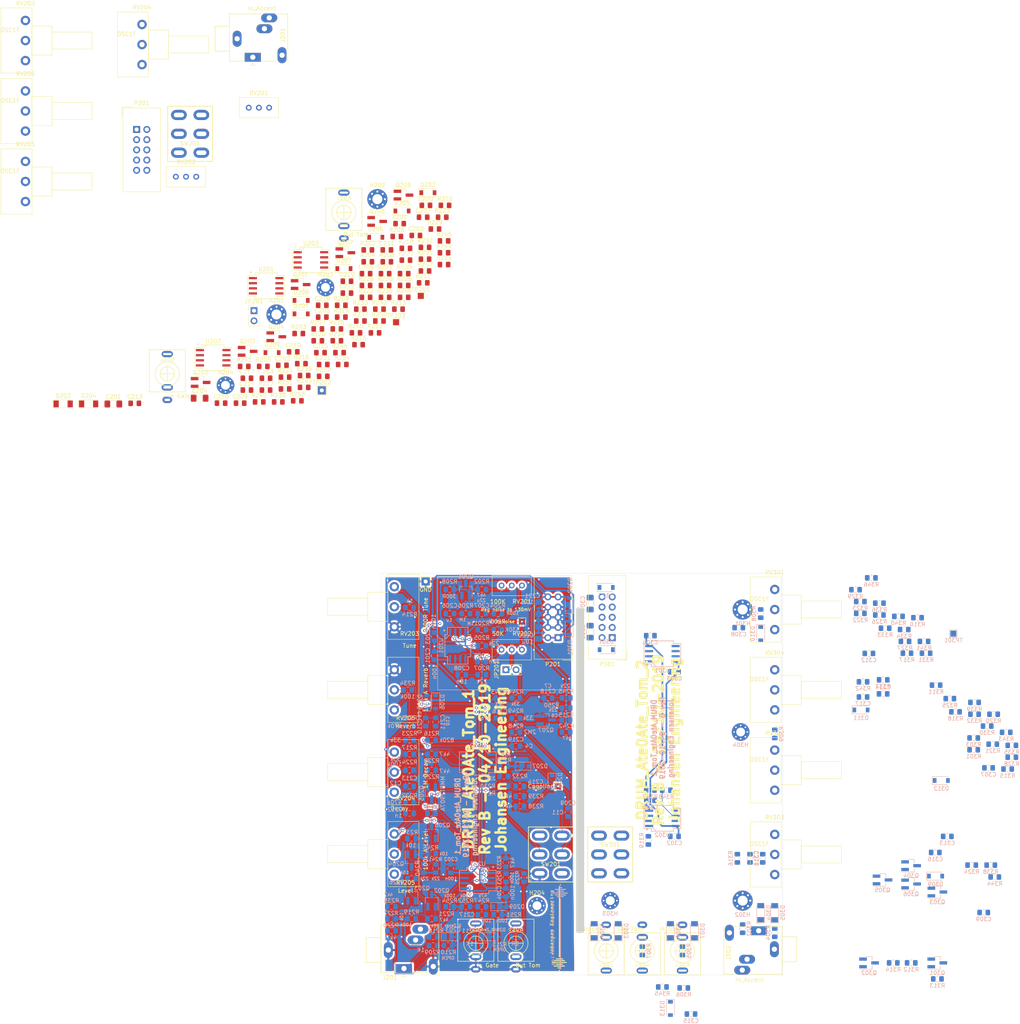
<source format=kicad_pcb>
(kicad_pcb (version 20171130) (host pcbnew "(5.1.0)-1")
  (layers (0 F.Cu signal) (31 B.Cu signal) (34 B.Paste user) (35 F.Paste user) (36 B.SilkS user) (37 F.SilkS user) (38 B.Mask user) (39 F.Mask user) (44 Edge.Cuts user))
  (net 0 "")
  (net 1 GND)
  (net 2 "Net-(J201-PadT)")
  (net 3 -12V)
  (net 4 +12V)
  (net 5 "Net-(C310-Pad1)")
  (net 6 InAccent)
  (net 7 InGate)
  (net 8 "Net-(J202-PadT)")
  (net 9 "Net-(J203-PadT)")
  (net 10 "Net-(C205-Pad2)")
  (net 11 "Net-(Q202-Pad1)")
  (net 12 "Net-(Q203-Pad1)")
  (net 13 "Net-(Q203-Pad3)")
  (net 14 "Net-(Q204-Pad1)")
  (net 15 "Net-(Q204-Pad3)")
  (net 16 OutTom)
  (net 17 "Net-(R215-Pad1)")
  (net 18 "Net-(C206-Pad2)")
  (net 19 "Net-(C206-Pad1)")
  (net 20 "Net-(C208-Pad1)")
  (net 21 "Net-(C209-Pad1)")
  (net 22 "Net-(C210-Pad2)")
  (net 23 "Net-(C210-Pad1)")
  (net 24 "Net-(C212-Pad1)")
  (net 25 "Net-(C213-Pad1)")
  (net 26 "Net-(D208-Pad2)")
  (net 27 "Net-(Q206-Pad1)")
  (net 28 "Net-(R240-Pad1)")
  (net 29 /KicadJE_AteOhAte2/PinkNoise)
  (net 30 "Net-(C207-Pad1)")
  (net 31 "Net-(C209-Pad2)")
  (net 32 "Net-(C212-Pad2)")
  (net 33 /KicadJE_AteOhAte2/Coupling)
  (net 34 "Net-(C214-Pad1)")
  (net 35 "Net-(C215-Pad1)")
  (net 36 "Net-(C215-Pad2)")
  (net 37 "Net-(C216-Pad2)")
  (net 38 "Net-(C216-Pad1)")
  (net 39 "Net-(C217-Pad2)")
  (net 40 "Net-(C218-Pad1)")
  (net 41 "Net-(C219-Pad1)")
  (net 42 "Net-(D205-Pad1)")
  (net 43 NoiseIn)
  (net 44 "Net-(JP201-Pad1)")
  (net 45 /KicadJE_AteOhAte2/PNP_E)
  (net 46 "Net-(Q203-Pad2)")
  (net 47 /KicadJE_AteOhAte2/PNP_B)
  (net 48 "Net-(Q206-Pad3)")
  (net 49 "Net-(Q207-Pad1)")
  (net 50 "Net-(R201-Pad2)")
  (net 51 /KicadJE_AteOhAte2/WhiteNoise)
  (net 52 "Net-(R202-Pad2)")
  (net 53 "Net-(R203-Pad2)")
  (net 54 "Net-(R214-Pad1)")
  (net 55 "Net-(R217-Pad2)")
  (net 56 "Net-(R217-Pad1)")
  (net 57 "Net-(R230-Pad2)")
  (net 58 "Net-(R230-Pad1)")
  (net 59 "Net-(R233-Pad2)")
  (net 60 "Net-(R234-Pad2)")
  (net 61 "Net-(R247-Pad1)")
  (net 62 "Net-(R253-Pad2)")
  (net 63 "Net-(C313-Pad1)")
  (net 64 "Net-(C316-Pad1)")
  (net 65 "Net-(C317-Pad1)")
  (net 66 "Net-(D304-Pad2)")
  (net 67 "Net-(C312-Pad1)")
  (net 68 "Net-(C307-Pad2)")
  (net 69 "Net-(C307-Pad1)")
  (net 70 "Net-(C308-Pad1)")
  (net 71 "Net-(C308-Pad2)")
  (net 72 "Net-(C310-Pad2)")
  (net 73 "Net-(C311-Pad1)")
  (net 74 /KicadJE_AteOhAte3/Coupling)
  (net 75 "Net-(C313-Pad2)")
  (net 76 "Net-(C314-Pad2)")
  (net 77 "Net-(C314-Pad1)")
  (net 78 "Net-(C315-Pad2)")
  (net 79 "Net-(D303-Pad2)")
  (net 80 "Net-(D307-Pad2)")
  (net 81 "Net-(D309-Pad1)")
  (net 82 "Net-(D312-Pad2)")
  (net 83 "Net-(J301-PadT)")
  (net 84 "Net-(J302-PadT)")
  (net 85 "Net-(J303-PadT)")
  (net 86 "Net-(J304-PadT)")
  (net 87 "Net-(Q301-Pad1)")
  (net 88 /KicadJE_AteOhAte3/PNP_E)
  (net 89 "Net-(Q302-Pad1)")
  (net 90 "Net-(Q302-Pad2)")
  (net 91 "Net-(Q302-Pad3)")
  (net 92 "Net-(Q303-Pad3)")
  (net 93 "Net-(Q303-Pad1)")
  (net 94 /KicadJE_AteOhAte3/PNP_B)
  (net 95 "Net-(Q305-Pad3)")
  (net 96 "Net-(Q305-Pad1)")
  (net 97 "Net-(Q306-Pad1)")
  (net 98 "Net-(R308-Pad1)")
  (net 99 "Net-(R309-Pad1)")
  (net 100 "Net-(R311-Pad1)")
  (net 101 "Net-(R311-Pad2)")
  (net 102 "Net-(R324-Pad1)")
  (net 103 "Net-(R324-Pad2)")
  (net 104 "Net-(R327-Pad2)")
  (net 105 "Net-(R328-Pad2)")
  (net 106 "Net-(R334-Pad1)")
  (net 107 "Net-(R341-Pad1)")
  (net 108 "Net-(R347-Pad2)")
  (net 109 "Net-(C207-Pad2)")
  (net 110 "Net-(C208-Pad2)")
  (net 111 "Net-(C211-Pad2)")
  (net 112 "Net-(C211-Pad1)")
  (net 113 "Net-(C214-Pad2)")
  (net 114 "Net-(C217-Pad1)")
  (net 115 "Net-(C218-Pad2)")
  (net 116 "Net-(C219-Pad2)")
  (net 117 "Net-(C220-Pad1)")
  (net 118 "Net-(C221-Pad1)")
  (net 119 InGate2)
  (net 120 NoiseIn2)
  (net 121 InAccent2)
  (net 122 OutTom2)
  (module AJ:Johansen_engineering_logo_25mm_front_neg5 (layer B.Cu) (at 94.5 138 270)
    (fp_text reference G*** hide)
    (fp_text value LOGO hide)
  )
  (module AJ:Johansen_engineering_logo_25mm_front_neg5 (layer F.Cu) (at 94.25 138.5 90)
    (fp_text reference G*** hide)
    (fp_text value LOGO hide)
  )
  (module AJ-Dropbox-Kicad:AJ_SO-8_5.3x6.2mm_P1.27mm (layer B.Cu) (at 69 68 270)
    (fp_text reference U201 (at 0 4.13 270) (layer B.SilkS) (effects (justify mirror)))
    (fp_text value TL072)
    (fp_text user * (at -3.81 3.048 270) (layer B.SilkS) (effects (justify mirror)))
    (pad 8 smd rect (at 3.3 1.905 270) (size 2 0.55) (layers B.Cu B.Paste B.Mask) (net 3 -12V))
    (pad 7 smd rect (at 3.3 0.635 270) (size 2 0.55) (layers B.Cu B.Paste B.Mask) (net 29 /KicadJE_AteOhAte2/PinkNoise))
    (pad 6 smd rect (at 3.3 -0.635 270) (size 2 0.55) (layers B.Cu B.Paste B.Mask) (net 29 /KicadJE_AteOhAte2/PinkNoise))
    (pad 5 smd rect (at 3.3 -1.905 270) (size 2 0.55) (layers B.Cu B.Paste B.Mask) (net 20 "Net-(C208-Pad1)"))
    (pad 4 smd rect (at -3.3 -1.905 270) (size 2 0.55) (layers B.Cu B.Paste B.Mask) (net 4 +12V))
    (pad 3 smd rect (at -3.3 -0.635 270) (size 2 0.55) (layers B.Cu B.Paste B.Mask) (net 19 "Net-(C206-Pad1)"))
    (pad 2 smd rect (at -3.3 0.635 270) (size 2 0.55) (layers B.Cu B.Paste B.Mask) (net 53 "Net-(R203-Pad2)"))
    (pad 1 smd rect (at -3.3 1.905 270) (size 2 0.55) (layers B.Cu B.Paste B.Mask) (net 51 /KicadJE_AteOhAte2/WhiteNoise))
  )
  (module Potentiometer_THT:Potentiometer_Bourns_3296W_Vertical (layer F.Cu) (at 85 69)
    (fp_text reference RV202 (at 0 -4) (layer F.SilkS))
    (fp_text value 50K (at -6 -4) (layer F.SilkS))
    (pad 3 thru_hole circle (at -5.08 0) (size 1.44 1.44) (drill 0.8) (layers *.Cu *.Mask) (net 29 /KicadJE_AteOhAte2/PinkNoise))
    (pad 2 thru_hole circle (at -2.54 0) (size 1.44 1.44) (drill 0.8) (layers *.Cu *.Mask) (net 44 "Net-(JP201-Pad1)"))
    (pad 1 thru_hole circle (at 0 0) (size 1.44 1.44) (drill 0.8) (layers *.Cu *.Mask) (net 51 /KicadJE_AteOhAte2/WhiteNoise))
  )
  (module Potentiometer_THT:Potentiometer_Bourns_3296W_Vertical (layer F.Cu) (at 85 53)
    (fp_text reference RV201 (at 0 4) (layer F.SilkS))
    (fp_text value 100K (at -6 4) (layer F.SilkS))
    (pad 3 thru_hole circle (at -5.08 0) (size 1.44 1.44) (drill 0.8) (layers *.Cu *.Mask))
    (pad 2 thru_hole circle (at -2.54 0) (size 1.44 1.44) (drill 0.8) (layers *.Cu *.Mask) (net 52 "Net-(R202-Pad2)"))
    (pad 1 thru_hole circle (at 0 0) (size 1.44 1.44) (drill 0.8) (layers *.Cu *.Mask) (net 50 "Net-(R201-Pad2)"))
  )
  (module Resistor_SMD:R_0805_2012Metric_Pad1.15x1.40mm_HandSolder (layer B.Cu) (at 83.5 81)
    (fp_text reference R244 (at 0 -1.5) (layer B.SilkS) (effects (justify mirror)))
    (fp_text value 33k (at -0.1 1.5) (layer B.SilkS) (effects (font (size 0.8 0.8)) (justify mirror)))
    (pad 2 smd roundrect (at 1.025 0) (size 1.15 1.4) (layers B.Cu B.Paste B.Mask) (roundrect_rratio 0.217391) (net 43 NoiseIn))
    (pad 1 smd roundrect (at -1.025 0) (size 1.15 1.4) (layers B.Cu B.Paste B.Mask) (roundrect_rratio 0.217391) (net 38 "Net-(C216-Pad1)"))
  )
  (module Resistor_SMD:R_0805_2012Metric_Pad1.15x1.40mm_HandSolder (layer B.Cu) (at 79.5 81)
    (fp_text reference R243 (at -0.25 -1.5) (layer B.SilkS) (effects (justify mirror)))
    (fp_text value 3k3 (at 0 1.6) (layer B.SilkS) (effects (font (size 0.8 0.8)) (justify mirror)))
    (pad 2 smd roundrect (at 1.025 0) (size 1.15 1.4) (layers B.Cu B.Paste B.Mask) (roundrect_rratio 0.217391) (net 38 "Net-(C216-Pad1)"))
    (pad 1 smd roundrect (at -1.025 0) (size 1.15 1.4) (layers B.Cu B.Paste B.Mask) (roundrect_rratio 0.217391) (net 1 GND))
  )
  (module Resistor_SMD:R_0805_2012Metric_Pad1.15x1.40mm_HandSolder (layer B.Cu) (at 67 54)
    (fp_text reference R208 (at 0 -2) (layer B.SilkS) (effects (justify mirror)))
    (fp_text value 300R (at -0.1 1.7) (layer B.SilkS) (effects (font (size 0.9 0.9)) (justify mirror)))
    (pad 2 smd roundrect (at 1.025 0) (size 1.15 1.4) (layers B.Cu B.Paste B.Mask) (roundrect_rratio 0.217391) (net 1 GND))
    (pad 1 smd roundrect (at -1.025 0) (size 1.15 1.4) (layers B.Cu B.Paste B.Mask) (roundrect_rratio 0.217391) (net 19 "Net-(C206-Pad1)"))
  )
  (module Resistor_SMD:R_0805_2012Metric_Pad1.15x1.40mm_HandSolder (layer B.Cu) (at 75 75.25 180)
    (fp_text reference R207 (at 0 1.65 180) (layer B.SilkS) (effects (justify mirror)))
    (fp_text value 22k (at -0.025 -1.65 180) (layer B.SilkS) (effects (justify mirror)))
    (pad 2 smd roundrect (at 1.025 0 180) (size 1.15 1.4) (layers B.Cu B.Paste B.Mask) (roundrect_rratio 0.217391) (net 20 "Net-(C208-Pad1)"))
    (pad 1 smd roundrect (at -1.025 0 180) (size 1.15 1.4) (layers B.Cu B.Paste B.Mask) (roundrect_rratio 0.217391) (net 10 "Net-(C205-Pad2)"))
  )
  (module Resistor_SMD:R_0805_2012Metric_Pad1.15x1.40mm_HandSolder (layer B.Cu) (at 71.025 60)
    (fp_text reference R206 (at -0.025 -2) (layer B.SilkS) (effects (justify mirror)))
    (fp_text value 1M (at -0.825 1.5) (layer B.SilkS) (effects (font (size 0.8 0.8)) (justify mirror)))
    (pad 2 smd roundrect (at 1.025 0) (size 1.15 1.4) (layers B.Cu B.Paste B.Mask) (roundrect_rratio 0.217391) (net 30 "Net-(C207-Pad1)"))
    (pad 1 smd roundrect (at -1.025 0) (size 1.15 1.4) (layers B.Cu B.Paste B.Mask) (roundrect_rratio 0.217391) (net 18 "Net-(C206-Pad2)"))
  )
  (module Resistor_SMD:R_0805_2012Metric_Pad1.15x1.40mm_HandSolder (layer B.Cu) (at 75 68)
    (fp_text reference R205 (at 0 -2) (layer B.SilkS) (effects (justify mirror)))
    (fp_text value 22k (at 3 -0.6) (layer B.SilkS) (effects (justify mirror)))
    (pad 2 smd roundrect (at 1.025 0) (size 1.15 1.4) (layers B.Cu B.Paste B.Mask) (roundrect_rratio 0.217391) (net 10 "Net-(C205-Pad2)"))
    (pad 1 smd roundrect (at -1.025 0) (size 1.15 1.4) (layers B.Cu B.Paste B.Mask) (roundrect_rratio 0.217391) (net 51 /KicadJE_AteOhAte2/WhiteNoise))
  )
  (module Resistor_SMD:R_0805_2012Metric_Pad1.15x1.40mm_HandSolder (layer B.Cu) (at 79 60 180)
    (fp_text reference R204 (at 0 2 180) (layer B.SilkS) (effects (justify mirror)))
    (fp_text value 100R (at -3.7 0.1 180) (layer B.SilkS) (effects (font (size 0.8 0.8)) (justify mirror)))
    (pad 2 smd roundrect (at 1.025 0 180) (size 1.15 1.4) (layers B.Cu B.Paste B.Mask) (roundrect_rratio 0.217391) (net 30 "Net-(C207-Pad1)"))
    (pad 1 smd roundrect (at -1.025 0 180) (size 1.15 1.4) (layers B.Cu B.Paste B.Mask) (roundrect_rratio 0.217391) (net 4 +12V))
  )
  (module Resistor_SMD:R_0805_2012Metric_Pad1.15x1.40mm_HandSolder (layer B.Cu) (at 79 64)
    (fp_text reference R203 (at 0 -2) (layer B.SilkS) (effects (justify mirror)))
    (fp_text value 330K (at 3.6 0) (layer B.SilkS) (effects (justify mirror)))
    (pad 2 smd roundrect (at 1.025 0) (size 1.15 1.4) (layers B.Cu B.Paste B.Mask) (roundrect_rratio 0.217391) (net 53 "Net-(R203-Pad2)"))
    (pad 1 smd roundrect (at -1.025 0) (size 1.15 1.4) (layers B.Cu B.Paste B.Mask) (roundrect_rratio 0.217391) (net 50 "Net-(R201-Pad2)"))
  )
  (module Resistor_SMD:R_0805_2012Metric_Pad1.15x1.40mm_HandSolder (layer B.Cu) (at 75 54)
    (fp_text reference R202 (at 0 -2) (layer B.SilkS) (effects (justify mirror)))
    (fp_text value 4k7 (at -0.1 1.4) (layer B.SilkS) (effects (font (size 0.8 0.8)) (justify mirror)))
    (pad 2 smd roundrect (at 1.025 0) (size 1.15 1.4) (layers B.Cu B.Paste B.Mask) (roundrect_rratio 0.217391) (net 52 "Net-(R202-Pad2)"))
    (pad 1 smd roundrect (at -1.025 0) (size 1.15 1.4) (layers B.Cu B.Paste B.Mask) (roundrect_rratio 0.217391) (net 1 GND))
  )
  (module Resistor_SMD:R_0805_2012Metric_Pad1.15x1.40mm_HandSolder (layer B.Cu) (at 75 64)
    (fp_text reference R201 (at 0 -1.6) (layer B.SilkS) (effects (justify mirror)))
    (fp_text value 1M (at -2.8 -1.5) (layer B.SilkS) (effects (font (size 0.8 0.8)) (justify mirror)))
    (pad 2 smd roundrect (at 1.025 0) (size 1.15 1.4) (layers B.Cu B.Paste B.Mask) (roundrect_rratio 0.217391) (net 50 "Net-(R201-Pad2)"))
    (pad 1 smd roundrect (at -1.025 0) (size 1.15 1.4) (layers B.Cu B.Paste B.Mask) (roundrect_rratio 0.217391) (net 51 /KicadJE_AteOhAte2/WhiteNoise))
  )
  (module Package_TO_SOT_SMD:SOT-23_Handsoldering (layer B.Cu) (at 71 54 90)
    (fp_text reference Q201 (at 3.2 0 180) (layer B.SilkS) (effects (justify mirror)))
    (fp_text value MMBT2222A)
    (pad 3 smd rect (at 1.5 0 90) (size 1.9 0.8) (layers B.Cu B.Paste B.Mask))
    (pad 2 smd rect (at -1.5 -0.95 90) (size 1.9 0.8) (layers B.Cu B.Paste B.Mask) (net 18 "Net-(C206-Pad2)"))
    (pad 1 smd rect (at -1.5 0.95 90) (size 1.9 0.8) (layers B.Cu B.Paste B.Mask) (net 1 GND))
  )
  (module Connector_PinHeader_2.54mm:PinHeader_1x02_P2.54mm_Vertical (layer F.Cu) (at 81 74 90)
    (fp_text reference JP201 (at 0 -2.33 90) (layer F.SilkS))
    (fp_text value Jumper)
    (pad 2 thru_hole oval (at 0 2.54 90) (size 1.7 1.7) (drill 1) (layers *.Cu *.Mask) (net 43 NoiseIn))
    (pad 1 thru_hole rect (at 0 0 90) (size 1.7 1.7) (drill 1) (layers *.Cu *.Mask) (net 44 "Net-(JP201-Pad1)"))
  )
  (module Capacitor_SMD:C_0805_2012Metric_Pad1.15x1.40mm_HandSolder (layer B.Cu) (at 79.5 86 180)
    (fp_text reference C216 (at 0 1.65 180) (layer B.SilkS) (effects (justify mirror)))
    (fp_text value 47n (at 3.5 0 180) (layer B.SilkS) (effects (font (size 0.9 0.9)) (justify mirror)))
    (pad 2 smd roundrect (at 1.025 0 180) (size 1.15 1.4) (layers B.Cu B.Paste B.Mask) (roundrect_rratio 0.217391) (net 37 "Net-(C216-Pad2)"))
    (pad 1 smd roundrect (at -1.025 0 180) (size 1.15 1.4) (layers B.Cu B.Paste B.Mask) (roundrect_rratio 0.217391) (net 38 "Net-(C216-Pad1)"))
  )
  (module Capacitor_SMD:C_0805_2012Metric_Pad1.15x1.40mm_HandSolder (layer B.Cu) (at 70 75.25 180)
    (fp_text reference C208 (at 0 1.65 180) (layer B.SilkS) (effects (justify mirror)))
    (fp_text value 18n (at 0 -1.65 180) (layer B.SilkS) (effects (justify mirror)))
    (pad 2 smd roundrect (at 1.025 0 180) (size 1.15 1.4) (layers B.Cu B.Paste B.Mask) (roundrect_rratio 0.217391) (net 1 GND))
    (pad 1 smd roundrect (at -1.025 0 180) (size 1.15 1.4) (layers B.Cu B.Paste B.Mask) (roundrect_rratio 0.217391) (net 20 "Net-(C208-Pad1)"))
  )
  (module Capacitor_SMD:C_0805_2012Metric_Pad1.15x1.40mm_HandSolder (layer B.Cu) (at 75 60 180)
    (fp_text reference C207 (at 0 2 180) (layer B.SilkS) (effects (justify mirror)))
    (fp_text value 22u (at 0.1 3.3 180) (layer B.SilkS) (effects (font (size 0.8 0.8)) (justify mirror)))
    (pad 2 smd roundrect (at 1.025 0 180) (size 1.15 1.4) (layers B.Cu B.Paste B.Mask) (roundrect_rratio 0.217391) (net 1 GND))
    (pad 1 smd roundrect (at -1.025 0 180) (size 1.15 1.4) (layers B.Cu B.Paste B.Mask) (roundrect_rratio 0.217391) (net 30 "Net-(C207-Pad1)"))
  )
  (module Capacitor_SMD:C_0805_2012Metric_Pad1.15x1.40mm_HandSolder (layer B.Cu) (at 67.025 60)
    (fp_text reference C206 (at -0.025 -2) (layer B.SilkS) (effects (justify mirror)))
    (fp_text value 1u (at -0.125 1.6) (layer B.SilkS) (effects (font (size 0.8 0.8)) (justify mirror)))
    (pad 2 smd roundrect (at 1.025 0) (size 1.15 1.4) (layers B.Cu B.Paste B.Mask) (roundrect_rratio 0.217391) (net 18 "Net-(C206-Pad2)"))
    (pad 1 smd roundrect (at -1.025 0) (size 1.15 1.4) (layers B.Cu B.Paste B.Mask) (roundrect_rratio 0.217391) (net 19 "Net-(C206-Pad1)"))
  )
  (module Capacitor_SMD:C_0805_2012Metric_Pad1.15x1.40mm_HandSolder (layer B.Cu) (at 75 72)
    (fp_text reference C205 (at -0.1 -1.5) (layer B.SilkS) (effects (justify mirror)))
    (fp_text value 39n (at 3.1 -0.1) (layer B.SilkS) (effects (justify mirror)))
    (pad 2 smd roundrect (at 1.025 0) (size 1.15 1.4) (layers B.Cu B.Paste B.Mask) (roundrect_rratio 0.217391) (net 10 "Net-(C205-Pad2)"))
    (pad 1 smd roundrect (at -1.025 0) (size 1.15 1.4) (layers B.Cu B.Paste B.Mask) (roundrect_rratio 0.217391) (net 29 /KicadJE_AteOhAte2/PinkNoise))
  )
  (module Package_TO_SOT_SMD:SOT-23_Handsoldering (layer B.Cu) (at 57.5 121.5 270)
    (fp_text reference Q204 (at 0.8 3.8) (layer B.SilkS) (effects (justify mirror)))
    (fp_text value MMBT2222A)
    (pad 1 smd rect (at -1.5 0.95 270) (size 1.9 0.8) (layers B.Cu B.Paste B.Mask) (net 14 "Net-(Q204-Pad1)"))
    (pad 2 smd rect (at -1.5 -0.95 270) (size 1.9 0.8) (layers B.Cu B.Paste B.Mask) (net 1 GND))
    (pad 3 smd rect (at 1.5 0 270) (size 1.9 0.8) (layers B.Cu B.Paste B.Mask) (net 15 "Net-(Q204-Pad3)"))
  )
  (module Resistor_SMD:R_0805_2012Metric_Pad1.15x1.40mm_HandSolder (layer B.Cu) (at 83.475 140.5)
    (fp_text reference R212 (at 0.025 -1.6) (layer B.SilkS) (effects (justify mirror)))
    (fp_text value 0R (at -0.175 1.7) (layer B.SilkS) (effects (justify mirror)))
    (pad 1 smd roundrect (at -1.025 0) (size 1.15 1.4) (layers B.Cu B.Paste B.Mask) (roundrect_rratio 0.217391) (net 9 "Net-(J203-PadT)"))
    (pad 2 smd roundrect (at 1.025 0) (size 1.15 1.4) (layers B.Cu B.Paste B.Mask) (roundrect_rratio 0.217391) (net 16 OutTom))
  )
  (module Capacitor_SMD:C_0805_2012Metric_Pad1.15x1.40mm_HandSolder (layer B.Cu) (at 63.175001 70.475001 270)
    (fp_text reference C201 (at 0 1.65 270) (layer B.SilkS) (effects (justify mirror)))
    (fp_text value 100n (at 4.024999 -0.074999 270) (layer B.SilkS) (effects (justify mirror)))
    (pad 1 smd roundrect (at -1.025 0 270) (size 1.15 1.4) (layers B.Cu B.Paste B.Mask) (roundrect_rratio 0.217391) (net 1 GND))
    (pad 2 smd roundrect (at 1.025 0 270) (size 1.15 1.4) (layers B.Cu B.Paste B.Mask) (roundrect_rratio 0.217391) (net 3 -12V))
  )
  (module Capacitor_SMD:C_0805_2012Metric_Pad1.15x1.40mm_HandSolder (layer B.Cu) (at 67.25 123.5 270)
    (fp_text reference C202 (at -2.3 -0.05) (layer B.SilkS) (effects (font (size 0.9 0.9)) (justify mirror)))
    (fp_text value 100n (at 2.5 -0.05) (layer B.SilkS) (effects (font (size 0.8 0.8)) (justify mirror)))
    (pad 2 smd roundrect (at 1.025 0 270) (size 1.15 1.4) (layers B.Cu B.Paste B.Mask) (roundrect_rratio 0.217391) (net 3 -12V))
    (pad 1 smd roundrect (at -1.025 0 270) (size 1.15 1.4) (layers B.Cu B.Paste B.Mask) (roundrect_rratio 0.217391) (net 1 GND))
  )
  (module Capacitor_SMD:C_0805_2012Metric_Pad1.15x1.40mm_HandSolder (layer B.Cu) (at 63.175001 65.725001 270)
    (fp_text reference C203 (at 0 1.65 270) (layer B.SilkS) (effects (justify mirror)))
    (fp_text value 100n (at -3.725001 0.175001 270) (layer B.SilkS) (effects (justify mirror)))
    (pad 2 smd roundrect (at 1.025 0 270) (size 1.15 1.4) (layers B.Cu B.Paste B.Mask) (roundrect_rratio 0.217391) (net 1 GND))
    (pad 1 smd roundrect (at -1.025 0 270) (size 1.15 1.4) (layers B.Cu B.Paste B.Mask) (roundrect_rratio 0.217391) (net 4 +12V))
  )
  (module Capacitor_SMD:C_0805_2012Metric_Pad1.15x1.40mm_HandSolder (layer B.Cu) (at 81 129.5 270)
    (fp_text reference C204 (at 0 1.65 270) (layer B.SilkS) (effects (font (size 0.9 0.9)) (justify mirror)))
    (fp_text value 100n (at 0 -1.65 270) (layer B.SilkS) (effects (justify mirror)))
    (pad 2 smd roundrect (at 1.025 0 270) (size 1.15 1.4) (layers B.Cu B.Paste B.Mask) (roundrect_rratio 0.217391) (net 1 GND))
    (pad 1 smd roundrect (at -1.025 0 270) (size 1.15 1.4) (layers B.Cu B.Paste B.Mask) (roundrect_rratio 0.217391) (net 4 +12V))
  )
  (module Diode_SMD:D_SOD-123 (layer B.Cu) (at 96.814999 63.524999 90)
    (fp_text reference D201 (at -4.975001 0.185001 90) (layer B.SilkS) (effects (justify mirror)))
    (fp_text value 1N1007)
    (pad 2 smd rect (at 1.65 0 90) (size 0.9 1.2) (layers B.Cu B.Paste B.Mask) (net 1 GND))
    (pad 1 smd rect (at -1.65 0 90) (size 0.9 1.2) (layers B.Cu B.Paste B.Mask) (net 3 -12V))
  )
  (module Diode_SMD:D_MiniMELF (layer B.Cu) (at 67.4 140.5)
    (fp_text reference D203 (at 0.45 -1.75) (layer B.SilkS) (effects (justify mirror)))
    (fp_text value D_Zener (at 0.4 -2.8) (layer B.SilkS) (effects (font (size 0.7 0.7)) (justify mirror)))
    (pad 2 smd rect (at 1.75 0) (size 1.3 1.7) (layers B.Cu B.Paste B.Mask) (net 1 GND))
    (pad 1 smd rect (at -1.75 0) (size 1.3 1.7) (layers B.Cu B.Paste B.Mask) (net 6 InAccent))
  )
  (module Diode_SMD:D_SOD-123 (layer B.Cu) (at 96.814999 57.774999 90)
    (fp_text reference D202 (at 4.774999 0.185001 90) (layer B.SilkS) (effects (justify mirror)))
    (fp_text value 1N1007)
    (pad 1 smd rect (at -1.65 0 90) (size 0.9 1.2) (layers B.Cu B.Paste B.Mask) (net 1 GND))
    (pad 2 smd rect (at 1.65 0 90) (size 0.9 1.2) (layers B.Cu B.Paste B.Mask) (net 4 +12V))
  )
  (module Diode_SMD:D_MiniMELF (layer B.Cu) (at 76.8 140.5)
    (fp_text reference D204 (at 2.6 -1.75) (layer B.SilkS) (effects (font (size 0.8 0.8)) (justify mirror)))
    (fp_text value D_Zener (at -0.8 -1.75) (layer B.SilkS) (effects (font (size 0.7 0.7)) (justify mirror)))
    (pad 1 smd rect (at -1.75 0) (size 1.3 1.7) (layers B.Cu B.Paste B.Mask) (net 7 InGate))
    (pad 2 smd rect (at 1.75 0) (size 1.3 1.7) (layers B.Cu B.Paste B.Mask) (net 1 GND))
  )
  (module AJ-Dropbox-Kicad:PJ301SM (layer F.Cu) (at 83.5 142.1)
    (fp_text reference J203 (at 0 -3.5) (layer F.SilkS) (effects (font (size 0.75 1) (thickness 0.125))))
    (fp_text value "Out Tom" (at 3 5.5) (layer F.SilkS))
    (pad TN thru_hole oval (at 0 3.38) (size 2.8 1.6) (drill oval 2 0.6) (layers *.Cu *.Mask))
    (pad S thru_hole oval (at 0 6.48) (size 2.4 1.6) (drill oval 1.4 0.6) (layers *.Cu *.Mask) (net 1 GND))
    (pad T thru_hole oval (at 0 -4.92) (size 2.8 1.5) (drill oval 2.1 0.5) (layers *.Cu *.Mask) (net 9 "Net-(J203-PadT)"))
  )
  (module Connectors_IDC:IDC-Header_2x05_Pitch2.54mm_Straight (layer F.Cu) (at 94 66 180)
    (fp_text reference P201 (at 1.27 -6.604 180) (layer F.SilkS))
    (fp_text value Doepfer_Power_10pin)
    (pad 1 thru_hole rect (at 0 0 180) (size 1.7272 1.7272) (drill 1.016) (layers *.Cu *.Mask) (net 3 -12V))
    (pad 2 thru_hole oval (at 2.54 0 180) (size 1.7272 1.7272) (drill 1.016) (layers *.Cu *.Mask) (net 3 -12V))
    (pad 3 thru_hole oval (at 0 2.54 180) (size 1.7272 1.7272) (drill 1.016) (layers *.Cu *.Mask) (net 1 GND))
    (pad 4 thru_hole oval (at 2.54 2.54 180) (size 1.7272 1.7272) (drill 1.016) (layers *.Cu *.Mask) (net 1 GND))
    (pad 5 thru_hole oval (at 0 5.08 180) (size 1.7272 1.7272) (drill 1.016) (layers *.Cu *.Mask) (net 1 GND))
    (pad 6 thru_hole oval (at 2.54 5.08 180) (size 1.7272 1.7272) (drill 1.016) (layers *.Cu *.Mask) (net 1 GND))
    (pad 7 thru_hole oval (at 0 7.62 180) (size 1.7272 1.7272) (drill 1.016) (layers *.Cu *.Mask) (net 1 GND))
    (pad 8 thru_hole oval (at 2.54 7.62 180) (size 1.7272 1.7272) (drill 1.016) (layers *.Cu *.Mask) (net 1 GND))
    (pad 9 thru_hole oval (at 0 10.16 180) (size 1.7272 1.7272) (drill 1.016) (layers *.Cu *.Mask) (net 4 +12V))
    (pad 10 thru_hole oval (at 2.54 10.16 180) (size 1.7272 1.7272) (drill 1.016) (layers *.Cu *.Mask) (net 4 +12V))
  )
  (module Resistor_SMD:R_0805_2012Metric_Pad1.15x1.40mm_HandSolder (layer B.Cu) (at 62.85 142.7)
    (fp_text reference R209 (at -0.15 1.65) (layer B.SilkS) (effects (justify mirror)))
    (fp_text value 1K (at -3.1 1.05) (layer B.SilkS) (effects (justify mirror)))
    (pad 2 smd roundrect (at 1.025 0) (size 1.15 1.4) (layers B.Cu B.Paste B.Mask) (roundrect_rratio 0.217391) (net 6 InAccent))
    (pad 1 smd roundrect (at -1.025 0) (size 1.15 1.4) (layers B.Cu B.Paste B.Mask) (roundrect_rratio 0.217391) (net 2 "Net-(J201-PadT)"))
  )
  (module Resistor_SMD:R_0805_2012Metric_Pad1.15x1.40mm_HandSolder (layer B.Cu) (at 66.6 142.674999)
    (fp_text reference R210 (at 0.1 1.65) (layer B.SilkS) (effects (justify mirror)))
    (fp_text value OPEN (at 0 3.125001) (layer B.SilkS) (effects (font (size 0.8 0.8)) (justify mirror)))
    (pad 1 smd roundrect (at -1.025 0) (size 1.15 1.4) (layers B.Cu B.Paste B.Mask) (roundrect_rratio 0.217391) (net 6 InAccent))
    (pad 2 smd roundrect (at 1.025 0) (size 1.15 1.4) (layers B.Cu B.Paste B.Mask) (roundrect_rratio 0.217391) (net 1 GND))
  )
  (module Resistor_SMD:R_0805_2012Metric_Pad1.15x1.40mm_HandSolder (layer B.Cu) (at 72 140.5)
    (fp_text reference R211 (at -0.1 -1.5) (layer B.SilkS) (effects (justify mirror)))
    (fp_text value 1K (at 0 1.7) (layer B.SilkS) (effects (justify mirror)))
    (pad 2 smd roundrect (at 1.025 0) (size 1.15 1.4) (layers B.Cu B.Paste B.Mask) (roundrect_rratio 0.217391) (net 7 InGate))
    (pad 1 smd roundrect (at -1.025 0) (size 1.15 1.4) (layers B.Cu B.Paste B.Mask) (roundrect_rratio 0.217391) (net 8 "Net-(J202-PadT)"))
  )
  (module Resistor_SMD:R_0805_2012Metric_Pad1.15x1.40mm_HandSolder (layer B.Cu) (at 76 142.7)
    (fp_text reference R213 (at 3.5 -0.3) (layer B.SilkS) (effects (font (size 0.9 0.9)) (justify mirror)))
    (fp_text value OPEN (at 3.5 1) (layer B.SilkS) (effects (font (size 0.8 0.8)) (justify mirror)))
    (pad 1 smd roundrect (at -1.025 0) (size 1.15 1.4) (layers B.Cu B.Paste B.Mask) (roundrect_rratio 0.217391) (net 7 InGate))
    (pad 2 smd roundrect (at 1.025 0) (size 1.15 1.4) (layers B.Cu B.Paste B.Mask) (roundrect_rratio 0.217391) (net 1 GND))
  )
  (module AJ-Dropbox-Kicad:SPDTx2 (layer F.Cu) (at 92.206 120)
    (fp_text reference SW201 (at 0 2.413) (layer F.SilkS))
    (fp_text value Con/Tom)
    (pad 2 thru_hole oval (at -2.794 0) (size 3.9 2.5) (drill oval 2.55 1.15) (layers *.Cu *.Mask) (net 57 "Net-(R230-Pad2)"))
    (pad 3 thru_hole oval (at -2.794 -4.7) (size 3.9 2.5) (drill oval 2.55 1.15) (layers *.Cu *.Mask))
    (pad 1 thru_hole oval (at -2.794 4.7) (size 3.9 2.5) (drill oval 2.55 1.15) (layers *.Cu *.Mask) (net 1 GND))
    (pad 6 thru_hole oval (at 2.794 -4.7) (size 3.9 2.5) (drill oval 2.55 1.15) (layers *.Cu *.Mask) (net 22 "Net-(C210-Pad2)"))
    (pad 4 thru_hole oval (at 2.794 4.7) (size 3.9 2.5) (drill oval 2.55 1.15) (layers *.Cu *.Mask))
    (pad 5 thru_hole oval (at 2.794 0) (size 3.9 2.5) (drill oval 2.55 1.15) (layers *.Cu *.Mask) (net 21 "Net-(C209-Pad1)"))
  )
  (module AJ-Dropbox-Kicad:AJ_SO-8_5.3x6.2mm_P1.27mm (layer B.Cu) (at 74 97 180)
    (fp_text reference U202 (at 0 4.13 180) (layer B.SilkS) (effects (justify mirror)))
    (fp_text value TL072)
    (fp_text user * (at -3.81 3.048 180) (layer B.SilkS) (effects (justify mirror)))
    (pad 8 smd rect (at 3.3 1.905 180) (size 2 0.55) (layers B.Cu B.Paste B.Mask) (net 3 -12V))
    (pad 7 smd rect (at 3.3 0.635 180) (size 2 0.55) (layers B.Cu B.Paste B.Mask) (net 55 "Net-(R217-Pad2)"))
    (pad 6 smd rect (at 3.3 -0.635 180) (size 2 0.55) (layers B.Cu B.Paste B.Mask) (net 56 "Net-(R217-Pad1)"))
    (pad 5 smd rect (at 3.3 -1.905 180) (size 2 0.55) (layers B.Cu B.Paste B.Mask) (net 1 GND))
    (pad 4 smd rect (at -3.3 -1.905 180) (size 2 0.55) (layers B.Cu B.Paste B.Mask) (net 4 +12V))
    (pad 3 smd rect (at -3.3 -0.635 180) (size 2 0.55) (layers B.Cu B.Paste B.Mask) (net 58 "Net-(R230-Pad1)"))
    (pad 2 smd rect (at -3.3 0.635 180) (size 2 0.55) (layers B.Cu B.Paste B.Mask) (net 23 "Net-(C210-Pad1)"))
    (pad 1 smd rect (at -3.3 1.905 180) (size 2 0.55) (layers B.Cu B.Paste B.Mask) (net 31 "Net-(C209-Pad2)"))
  )
  (module AJ-Dropbox-Kicad:AJ_SO-8_5.3x6.2mm_P1.27mm (layer B.Cu) (at 74 126.5 180)
    (fp_text reference U203 (at 0 4.13 180) (layer B.SilkS) (effects (justify mirror)))
    (fp_text value TL072)
    (fp_text user * (at -3.81 3.048 180) (layer B.SilkS) (effects (justify mirror)))
    (pad 8 smd rect (at 3.3 1.905 180) (size 2 0.55) (layers B.Cu B.Paste B.Mask) (net 3 -12V))
    (pad 7 smd rect (at 3.3 0.635 180) (size 2 0.55) (layers B.Cu B.Paste B.Mask) (net 28 "Net-(R240-Pad1)"))
    (pad 6 smd rect (at 3.3 -0.635 180) (size 2 0.55) (layers B.Cu B.Paste B.Mask) (net 62 "Net-(R253-Pad2)"))
    (pad 5 smd rect (at 3.3 -1.905 180) (size 2 0.55) (layers B.Cu B.Paste B.Mask) (net 61 "Net-(R247-Pad1)"))
    (pad 4 smd rect (at -3.3 -1.905 180) (size 2 0.55) (layers B.Cu B.Paste B.Mask) (net 4 +12V))
    (pad 3 smd rect (at -3.3 -0.635 180) (size 2 0.55) (layers B.Cu B.Paste B.Mask) (net 59 "Net-(R233-Pad2)"))
    (pad 2 smd rect (at -3.3 0.635 180) (size 2 0.55) (layers B.Cu B.Paste B.Mask) (net 24 "Net-(C212-Pad1)"))
    (pad 1 smd rect (at -3.3 1.905 180) (size 2 0.55) (layers B.Cu B.Paste B.Mask) (net 32 "Net-(C212-Pad2)"))
  )
  (module Connector_Audio:Jack_3.5mm_Ledino_KB3SPRS_Horizontal (layer F.Cu) (at 55.6 148.4)
    (fp_text reference J201 (at -3.5 2.3) (layer F.SilkS))
    (fp_text value In_Accent)
    (pad S thru_hole oval (at -3.9 -4.6) (size 2.2 4) (drill 1.3) (layers *.Cu *.Mask) (net 1 GND))
    (pad R thru_hole oval (at 4.1 -9.8) (size 4 2.2) (drill 1.3) (layers *.Cu *.Mask))
    (pad RN thru_hole oval (at 2.9 -7.1) (size 4 2.2) (drill 1.3) (layers *.Cu *.Mask))
    (pad TN thru_hole oval (at 7.3 -0.5 90) (size 4 2.2) (drill 1.3) (layers *.Cu *.Mask) (net 1 GND))
    (pad T thru_hole rect (at 0 0) (size 4 2.2) (drill 1.3) (layers *.Cu *.Mask) (net 2 "Net-(J201-PadT)"))
  )
  (module Capacitor_SMD:C_0805_2012Metric_Pad1.15x1.40mm_HandSolder (layer B.Cu) (at 75 135)
    (fp_text reference C217 (at -3.7 0) (layer B.SilkS) (effects (justify mirror)))
    (fp_text value 10n (at 1.25 1.5) (layer B.SilkS) (effects (font (size 0.8 0.8)) (justify mirror)))
    (pad 1 smd roundrect (at -1.025 0) (size 1.15 1.4) (layers B.Cu B.Paste B.Mask) (roundrect_rratio 0.217391) (net 7 InGate))
    (pad 2 smd roundrect (at 1.025 0) (size 1.15 1.4) (layers B.Cu B.Paste B.Mask) (roundrect_rratio 0.217391) (net 39 "Net-(C217-Pad2)"))
  )
  (module Diode_SMD:D_SOD-123 (layer B.Cu) (at 79.5 133)
    (fp_text reference D209 (at 4.25 0) (layer B.SilkS) (effects (justify mirror)))
    (fp_text value 1N4148)
    (pad 1 smd rect (at -1.65 0) (size 0.9 1.2) (layers B.Cu B.Paste B.Mask) (net 39 "Net-(C217-Pad2)"))
    (pad 2 smd rect (at 1.65 0) (size 0.9 1.2) (layers B.Cu B.Paste B.Mask) (net 1 GND))
  )
  (module Package_TO_SOT_SMD:SOT-23_Handsoldering (layer B.Cu) (at 62.5 131.5 90)
    (fp_text reference Q202 (at 2.5 2.5 180) (layer B.SilkS) (effects (justify mirror)))
    (fp_text value MMBT2222A)
    (pad 1 smd rect (at -1.5 0.95 90) (size 1.9 0.8) (layers B.Cu B.Paste B.Mask) (net 11 "Net-(Q202-Pad1)"))
    (pad 2 smd rect (at -1.5 -0.95 90) (size 1.9 0.8) (layers B.Cu B.Paste B.Mask) (net 45 /KicadJE_AteOhAte2/PNP_E))
    (pad 3 smd rect (at 1.5 0 90) (size 1.9 0.8) (layers B.Cu B.Paste B.Mask) (net 4 +12V))
  )
  (module Package_TO_SOT_SMD:SOT-23_Handsoldering (layer B.Cu) (at 57.5 130 90)
    (fp_text reference Q203 (at 1.6 2.6 180) (layer B.SilkS) (effects (justify mirror)))
    (fp_text value MMBT2222A)
    (pad 3 smd rect (at 1.5 0 90) (size 1.9 0.8) (layers B.Cu B.Paste B.Mask) (net 13 "Net-(Q203-Pad3)"))
    (pad 2 smd rect (at -1.5 -0.95 90) (size 1.9 0.8) (layers B.Cu B.Paste B.Mask) (net 46 "Net-(Q203-Pad2)"))
    (pad 1 smd rect (at -1.5 0.95 90) (size 1.9 0.8) (layers B.Cu B.Paste B.Mask) (net 12 "Net-(Q203-Pad1)"))
  )
  (module Package_TO_SOT_SMD:SOT-23_Handsoldering (layer B.Cu) (at 62.5 114.5 90)
    (fp_text reference Q206 (at 1.8 2.7 180) (layer B.SilkS) (effects (justify mirror)))
    (fp_text value MMBT2222A)
    (pad 1 smd rect (at -1.5 0.95 90) (size 1.9 0.8) (layers B.Cu B.Paste B.Mask) (net 27 "Net-(Q206-Pad1)"))
    (pad 2 smd rect (at -1.5 -0.95 90) (size 1.9 0.8) (layers B.Cu B.Paste B.Mask) (net 1 GND))
    (pad 3 smd rect (at 1.5 0 90) (size 1.9 0.8) (layers B.Cu B.Paste B.Mask) (net 48 "Net-(Q206-Pad3)"))
  )
  (module Resistor_SMD:R_0805_2012Metric_Pad1.15x1.40mm_HandSolder (layer B.Cu) (at 62.85 140.5 180)
    (fp_text reference R218 (at -0.75 1.5 180) (layer B.SilkS) (effects (justify mirror)))
    (fp_text value 100k (at -0.9 2.75 180) (layer B.SilkS) (effects (font (size 0.8 0.8)) (justify mirror)))
    (pad 1 smd roundrect (at -1.025 0 180) (size 1.15 1.4) (layers B.Cu B.Paste B.Mask) (roundrect_rratio 0.217391) (net 6 InAccent))
    (pad 2 smd roundrect (at 1.025 0 180) (size 1.15 1.4) (layers B.Cu B.Paste B.Mask) (roundrect_rratio 0.217391) (net 4 +12V))
  )
  (module Resistor_SMD:R_0805_2012Metric_Pad1.15x1.40mm_HandSolder (layer B.Cu) (at 57.5 136 180)
    (fp_text reference R219 (at 0 1.65 180) (layer B.SilkS) (effects (justify mirror)))
    (fp_text value 100k (at 1.4 -1.5 180) (layer B.SilkS) (effects (font (size 0.8 0.8)) (justify mirror)))
    (pad 2 smd roundrect (at 1.025 0 180) (size 1.15 1.4) (layers B.Cu B.Paste B.Mask) (roundrect_rratio 0.217391) (net 4 +12V))
    (pad 1 smd roundrect (at -1.025 0 180) (size 1.15 1.4) (layers B.Cu B.Paste B.Mask) (roundrect_rratio 0.217391) (net 11 "Net-(Q202-Pad1)"))
  )
  (module Resistor_SMD:R_0805_2012Metric_Pad1.15x1.40mm_HandSolder (layer B.Cu) (at 52.5 139 180)
    (fp_text reference R220 (at 0.1 1.4 180) (layer B.SilkS) (effects (justify mirror)))
    (fp_text value 4k7 (at 0 -1.65 180) (layer B.SilkS) (effects (justify mirror)))
    (pad 1 smd roundrect (at -1.025 0 180) (size 1.15 1.4) (layers B.Cu B.Paste B.Mask) (roundrect_rratio 0.217391) (net 13 "Net-(Q203-Pad3)"))
    (pad 2 smd roundrect (at 1.025 0 180) (size 1.15 1.4) (layers B.Cu B.Paste B.Mask) (roundrect_rratio 0.217391) (net 6 InAccent))
  )
  (module Resistor_SMD:R_0805_2012Metric_Pad1.15x1.40mm_HandSolder (layer B.Cu) (at 62.5 136 180)
    (fp_text reference R221 (at -3.7 1.2 180) (layer B.SilkS) (effects (justify mirror)))
    (fp_text value 4k7 (at -3.1 -0.3 180) (layer B.SilkS) (effects (font (size 0.8 0.8)) (justify mirror)))
    (pad 1 smd roundrect (at -1.025 0 180) (size 1.15 1.4) (layers B.Cu B.Paste B.Mask) (roundrect_rratio 0.217391) (net 11 "Net-(Q202-Pad1)"))
    (pad 2 smd roundrect (at 1.025 0 180) (size 1.15 1.4) (layers B.Cu B.Paste B.Mask) (roundrect_rratio 0.217391) (net 13 "Net-(Q203-Pad3)"))
  )
  (module Resistor_SMD:R_0805_2012Metric_Pad1.15x1.40mm_HandSolder (layer B.Cu) (at 57.5 126)
    (fp_text reference R226 (at -3.7 0.9) (layer B.SilkS) (effects (justify mirror)))
    (fp_text value 15k (at -1.75 -1.5) (layer B.SilkS) (effects (font (size 0.8 0.8)) (justify mirror)))
    (pad 2 smd roundrect (at 1.025 0) (size 1.15 1.4) (layers B.Cu B.Paste B.Mask) (roundrect_rratio 0.217391) (net 12 "Net-(Q203-Pad1)"))
    (pad 1 smd roundrect (at -1.025 0) (size 1.15 1.4) (layers B.Cu B.Paste B.Mask) (roundrect_rratio 0.217391) (net 15 "Net-(Q204-Pad3)"))
  )
  (module Resistor_SMD:R_0805_2012Metric_Pad1.15x1.40mm_HandSolder (layer B.Cu) (at 52.5 136)
    (fp_text reference R227 (at -0.1 -1.4) (layer B.SilkS) (effects (font (size 0.9 0.9)) (justify mirror)))
    (fp_text value 10k (at 2.5 -0.5 90) (layer B.SilkS) (effects (font (size 0.8 0.8)) (justify mirror)))
    (pad 1 smd roundrect (at -1.025 0) (size 1.15 1.4) (layers B.Cu B.Paste B.Mask) (roundrect_rratio 0.217391) (net 46 "Net-(Q203-Pad2)"))
    (pad 2 smd roundrect (at 1.025 0) (size 1.15 1.4) (layers B.Cu B.Paste B.Mask) (roundrect_rratio 0.217391) (net 4 +12V))
  )
  (module Resistor_SMD:R_0805_2012Metric_Pad1.15x1.40mm_HandSolder (layer B.Cu) (at 62.5 95)
    (fp_text reference R228 (at 0 1.65) (layer B.SilkS) (effects (justify mirror)))
    (fp_text value 4k7 (at 3.25 0) (layer B.SilkS) (effects (justify mirror)))
    (pad 1 smd roundrect (at -1.025 0) (size 1.15 1.4) (layers B.Cu B.Paste B.Mask) (roundrect_rratio 0.217391) (net 1 GND))
    (pad 2 smd roundrect (at 1.025 0) (size 1.15 1.4) (layers B.Cu B.Paste B.Mask) (roundrect_rratio 0.217391) (net 45 /KicadJE_AteOhAte2/PNP_E))
  )
  (module Resistor_SMD:R_0805_2012Metric_Pad1.15x1.40mm_HandSolder (layer B.Cu) (at 52.475 133)
    (fp_text reference R235 (at 0 -1.5) (layer B.SilkS) (effects (justify mirror)))
    (fp_text value 4k7 (at -0.725 -3) (layer B.SilkS) (effects (font (size 0.8 0.8)) (justify mirror)))
    (pad 2 smd roundrect (at 1.025 0) (size 1.15 1.4) (layers B.Cu B.Paste B.Mask) (roundrect_rratio 0.217391) (net 46 "Net-(Q203-Pad2)"))
    (pad 1 smd roundrect (at -1.025 0) (size 1.15 1.4) (layers B.Cu B.Paste B.Mask) (roundrect_rratio 0.217391) (net 1 GND))
  )
  (module Resistor_SMD:R_0805_2012Metric_Pad1.15x1.40mm_HandSolder (layer B.Cu) (at 57.475 116)
    (fp_text reference R237 (at -0.275 -1.5) (layer B.SilkS) (effects (justify mirror)))
    (fp_text value 10k (at -0.175 1.7) (layer B.SilkS) (effects (justify mirror)))
    (pad 1 smd roundrect (at -1.025 0) (size 1.15 1.4) (layers B.Cu B.Paste B.Mask) (roundrect_rratio 0.217391) (net 14 "Net-(Q204-Pad1)"))
    (pad 2 smd roundrect (at 1.025 0) (size 1.15 1.4) (layers B.Cu B.Paste B.Mask) (roundrect_rratio 0.217391) (net 1 GND))
  )
  (module Resistor_SMD:R_0805_2012Metric_Pad1.15x1.40mm_HandSolder (layer B.Cu) (at 62.5 99)
    (fp_text reference R229 (at 0 1.65) (layer B.SilkS) (effects (justify mirror)))
    (fp_text value 4k7 (at 3.25 0.25) (layer B.SilkS) (effects (justify mirror)))
    (pad 2 smd roundrect (at 1.025 0) (size 1.15 1.4) (layers B.Cu B.Paste B.Mask) (roundrect_rratio 0.217391) (net 45 /KicadJE_AteOhAte2/PNP_E))
    (pad 1 smd roundrect (at -1.025 0) (size 1.15 1.4) (layers B.Cu B.Paste B.Mask) (roundrect_rratio 0.217391) (net 47 /KicadJE_AteOhAte2/PNP_B))
  )
  (module Resistor_SMD:R_0805_2012Metric_Pad1.15x1.40mm_HandSolder (layer B.Cu) (at 60.5 123.475 90)
    (fp_text reference R240 (at 0 -1.5 90) (layer B.SilkS) (effects (justify mirror)))
    (fp_text value 22k (at -2.525 0.2 180) (layer B.SilkS) (effects (font (size 0.8 0.8)) (justify mirror)))
    (pad 2 smd roundrect (at 1.025 0 90) (size 1.15 1.4) (layers B.Cu B.Paste B.Mask) (roundrect_rratio 0.217391) (net 14 "Net-(Q204-Pad1)"))
    (pad 1 smd roundrect (at -1.025 0 90) (size 1.15 1.4) (layers B.Cu B.Paste B.Mask) (roundrect_rratio 0.217391) (net 28 "Net-(R240-Pad1)"))
  )
  (module Resistor_SMD:R_0805_2012Metric_Pad1.15x1.40mm_HandSolder (layer B.Cu) (at 62.5 109.75 180)
    (fp_text reference R236 (at 0 1.65 180) (layer B.SilkS) (effects (justify mirror)))
    (fp_text value 10k (at 0 -1.65 180) (layer B.SilkS) (effects (font (size 0.8 0.8)) (justify mirror)))
    (pad 1 smd roundrect (at -1.025 0 180) (size 1.15 1.4) (layers B.Cu B.Paste B.Mask) (roundrect_rratio 0.217391) (net 48 "Net-(Q206-Pad3)"))
    (pad 2 smd roundrect (at 1.025 0 180) (size 1.15 1.4) (layers B.Cu B.Paste B.Mask) (roundrect_rratio 0.217391) (net 47 /KicadJE_AteOhAte2/PNP_B))
  )
  (module Resistor_SMD:R_0805_2012Metric_Pad1.15x1.40mm_HandSolder (layer B.Cu) (at 75 133)
    (fp_text reference R247 (at 0 -1.5) (layer B.SilkS) (effects (justify mirror)))
    (fp_text value 47k (at 0.25 -2.75) (layer B.SilkS) (effects (font (size 0.8 0.8)) (justify mirror)))
    (pad 2 smd roundrect (at 1.025 0) (size 1.15 1.4) (layers B.Cu B.Paste B.Mask) (roundrect_rratio 0.217391) (net 39 "Net-(C217-Pad2)"))
    (pad 1 smd roundrect (at -1.025 0) (size 1.15 1.4) (layers B.Cu B.Paste B.Mask) (roundrect_rratio 0.217391) (net 61 "Net-(R247-Pad1)"))
  )
  (module Resistor_SMD:R_0805_2012Metric_Pad1.15x1.40mm_HandSolder (layer B.Cu) (at 63.5 123.5 270)
    (fp_text reference R241 (at -2.3 0.1) (layer B.SilkS) (effects (font (size 0.9 0.9)) (justify mirror)))
    (fp_text value 22k (at 2.5 0) (layer B.SilkS) (effects (font (size 0.8 0.8)) (justify mirror)))
    (pad 1 smd roundrect (at -1.025 0 270) (size 1.15 1.4) (layers B.Cu B.Paste B.Mask) (roundrect_rratio 0.217391) (net 27 "Net-(Q206-Pad1)"))
    (pad 2 smd roundrect (at 1.025 0 270) (size 1.15 1.4) (layers B.Cu B.Paste B.Mask) (roundrect_rratio 0.217391) (net 28 "Net-(R240-Pad1)"))
  )
  (module Resistor_SMD:R_0805_2012Metric_Pad1.15x1.40mm_HandSolder (layer B.Cu) (at 79 135 180)
    (fp_text reference R251 (at -4 0 180) (layer B.SilkS) (effects (justify mirror)))
    (fp_text value 100k (at -1 -1.5 180) (layer B.SilkS) (effects (font (size 0.8 0.8)) (justify mirror)))
    (pad 2 smd roundrect (at 1.025 0 180) (size 1.15 1.4) (layers B.Cu B.Paste B.Mask) (roundrect_rratio 0.217391) (net 7 InGate))
    (pad 1 smd roundrect (at -1.025 0 180) (size 1.15 1.4) (layers B.Cu B.Paste B.Mask) (roundrect_rratio 0.217391) (net 1 GND))
  )
  (module Resistor_SMD:R_0805_2012Metric_Pad1.15x1.40mm_HandSolder (layer B.Cu) (at 71 133)
    (fp_text reference R252 (at 0 -1.5) (layer B.SilkS) (effects (justify mirror)))
    (fp_text value 100k (at 0 -2.75) (layer B.SilkS) (effects (font (size 0.8 0.8)) (justify mirror)))
    (pad 2 smd roundrect (at 1.025 0) (size 1.15 1.4) (layers B.Cu B.Paste B.Mask) (roundrect_rratio 0.217391) (net 61 "Net-(R247-Pad1)"))
    (pad 1 smd roundrect (at -1.025 0) (size 1.15 1.4) (layers B.Cu B.Paste B.Mask) (roundrect_rratio 0.217391) (net 1 GND))
  )
  (module Resistor_SMD:R_0805_2012Metric_Pad1.15x1.40mm_HandSolder (layer B.Cu) (at 62.5 119.75)
    (fp_text reference R246 (at -0.2 -1.45) (layer B.SilkS) (effects (justify mirror)))
    (fp_text value 10k (at 3 0.05 180) (layer B.SilkS) (effects (font (size 0.8 0.8)) (justify mirror)))
    (pad 1 smd roundrect (at -1.025 0) (size 1.15 1.4) (layers B.Cu B.Paste B.Mask) (roundrect_rratio 0.217391) (net 1 GND))
    (pad 2 smd roundrect (at 1.025 0) (size 1.15 1.4) (layers B.Cu B.Paste B.Mask) (roundrect_rratio 0.217391) (net 27 "Net-(Q206-Pad1)"))
  )
  (module Resistor_SMD:R_0805_2012Metric_Pad1.15x1.40mm_HandSolder (layer B.Cu) (at 81 125.775 90)
    (fp_text reference R253 (at 0 -1.6 90) (layer B.SilkS) (effects (font (size 0.9 0.9)) (justify mirror)))
    (fp_text value 100k (at -0.025 1.5 90) (layer B.SilkS) (effects (font (size 0.8 0.8)) (justify mirror)))
    (pad 1 smd roundrect (at -1.025 0 90) (size 1.15 1.4) (layers B.Cu B.Paste B.Mask) (roundrect_rratio 0.217391) (net 4 +12V))
    (pad 2 smd roundrect (at 1.025 0 90) (size 1.15 1.4) (layers B.Cu B.Paste B.Mask) (roundrect_rratio 0.217391) (net 62 "Net-(R253-Pad2)"))
  )
  (module Resistor_SMD:R_0805_2012Metric_Pad1.15x1.40mm_HandSolder (layer B.Cu) (at 67 133)
    (fp_text reference R254 (at 0 -1.5) (layer B.SilkS) (effects (justify mirror)))
    (fp_text value 100k (at 0 -2.75) (layer B.SilkS) (effects (font (size 0.8 0.8)) (justify mirror)))
    (pad 2 smd roundrect (at 1.025 0) (size 1.15 1.4) (layers B.Cu B.Paste B.Mask) (roundrect_rratio 0.217391) (net 1 GND))
    (pad 1 smd roundrect (at -1.025 0) (size 1.15 1.4) (layers B.Cu B.Paste B.Mask) (roundrect_rratio 0.217391) (net 62 "Net-(R253-Pad2)"))
  )
  (module Capacitor_SMD:C_0805_2012Metric_Pad1.15x1.40mm_HandSolder (layer B.Cu) (at 96.5 109.5 90)
    (fp_text reference C209 (at 2.3 0 180) (layer B.SilkS) (effects (justify mirror)))
    (fp_text value C11 (at 0 -2.6 180) (layer B.SilkS) (effects (justify mirror)))
    (pad 2 smd roundrect (at 1.025 0 90) (size 1.15 1.4) (layers B.Cu B.Paste B.Mask) (roundrect_rratio 0.217391) (net 31 "Net-(C209-Pad2)"))
    (pad 1 smd roundrect (at -1.025 0 90) (size 1.15 1.4) (layers B.Cu B.Paste B.Mask) (roundrect_rratio 0.217391) (net 21 "Net-(C209-Pad1)"))
  )
  (module Capacitor_SMD:C_0805_2012Metric_Pad1.15x1.40mm_HandSolder (layer B.Cu) (at 61 87 90)
    (fp_text reference C210 (at -1 -1.5 90) (layer B.SilkS) (effects (justify mirror)))
    (fp_text value C9 (at 1.9 -1.5 270) (layer B.SilkS) (effects (font (size 0.8 0.8)) (justify mirror)))
    (pad 2 smd roundrect (at 1.025 0 90) (size 1.15 1.4) (layers B.Cu B.Paste B.Mask) (roundrect_rratio 0.217391) (net 22 "Net-(C210-Pad2)"))
    (pad 1 smd roundrect (at -1.025 0 90) (size 1.15 1.4) (layers B.Cu B.Paste B.Mask) (roundrect_rratio 0.217391) (net 23 "Net-(C210-Pad1)"))
  )
  (module Capacitor_SMD:C_0805_2012Metric_Pad1.15x1.40mm_HandSolder (layer B.Cu) (at 63.5 87 270)
    (fp_text reference C211 (at 0 -1.75 270) (layer B.SilkS) (effects (justify mirror)))
    (fp_text value C10 (at -0.25 -3 270) (layer B.SilkS) (effects (font (size 0.8 0.8)) (justify mirror)))
    (pad 1 smd roundrect (at -1.025 0 270) (size 1.15 1.4) (layers B.Cu B.Paste B.Mask) (roundrect_rratio 0.217391) (net 22 "Net-(C210-Pad2)"))
    (pad 2 smd roundrect (at 1.025 0 270) (size 1.15 1.4) (layers B.Cu B.Paste B.Mask) (roundrect_rratio 0.217391) (net 31 "Net-(C209-Pad2)"))
  )
  (module Capacitor_SMD:C_0805_2012Metric_Pad1.15x1.40mm_HandSolder (layer B.Cu) (at 57 109.75)
    (fp_text reference C212 (at -3.6 -0.95) (layer B.SilkS) (effects (justify mirror)))
    (fp_text value 1n (at -2.8 0.55) (layer B.SilkS) (effects (justify mirror)))
    (pad 2 smd roundrect (at 1.025 0) (size 1.15 1.4) (layers B.Cu B.Paste B.Mask) (roundrect_rratio 0.217391) (net 32 "Net-(C212-Pad2)"))
    (pad 1 smd roundrect (at -1.025 0) (size 1.15 1.4) (layers B.Cu B.Paste B.Mask) (roundrect_rratio 0.217391) (net 24 "Net-(C212-Pad1)"))
  )
  (module Capacitor_SMD:C_0805_2012Metric_Pad1.15x1.40mm_HandSolder (layer B.Cu) (at 56.975 103)
    (fp_text reference C213 (at 0 -2) (layer B.SilkS) (effects (justify mirror)))
    (fp_text value C12 (at -3.475 -0.75) (layer B.SilkS) (effects (justify mirror)))
    (pad 1 smd roundrect (at -1.025 0) (size 1.15 1.4) (layers B.Cu B.Paste B.Mask) (roundrect_rratio 0.217391) (net 25 "Net-(C213-Pad1)"))
    (pad 2 smd roundrect (at 1.025 0) (size 1.15 1.4) (layers B.Cu B.Paste B.Mask) (roundrect_rratio 0.217391) (net 24 "Net-(C212-Pad1)"))
  )
  (module Capacitor_SMD:C_0805_2012Metric_Pad1.15x1.40mm_HandSolder (layer B.Cu) (at 84.475 103)
    (fp_text reference C214 (at 3.925 -1.1) (layer B.SilkS) (effects (justify mirror)))
    (fp_text value C8 (at 4.025 0.4) (layer B.SilkS) (effects (justify mirror)))
    (pad 2 smd roundrect (at 1.025 0) (size 1.15 1.4) (layers B.Cu B.Paste B.Mask) (roundrect_rratio 0.217391) (net 33 /KicadJE_AteOhAte2/Coupling))
    (pad 1 smd roundrect (at -1.025 0) (size 1.15 1.4) (layers B.Cu B.Paste B.Mask) (roundrect_rratio 0.217391) (net 34 "Net-(C214-Pad1)"))
  )
  (module Capacitor_SMD:C_0805_2012Metric_Pad1.15x1.40mm_HandSolder (layer B.Cu) (at 95.975 86.524999 180)
    (fp_text reference C215 (at -0.025 1.324999 180) (layer B.SilkS) (effects (justify mirror)))
    (fp_text value C6 (at 2.875 1.124999 180) (layer B.SilkS) (effects (font (size 0.8 0.8)) (justify mirror)))
    (pad 1 smd roundrect (at -1.025 0 180) (size 1.15 1.4) (layers B.Cu B.Paste B.Mask) (roundrect_rratio 0.217391) (net 35 "Net-(C215-Pad1)"))
    (pad 2 smd roundrect (at 1.025 0 180) (size 1.15 1.4) (layers B.Cu B.Paste B.Mask) (roundrect_rratio 0.217391) (net 36 "Net-(C215-Pad2)"))
  )
  (module Capacitor_SMD:C_0805_2012Metric_Pad1.15x1.40mm_HandSolder (layer B.Cu) (at 91.5 81 180)
    (fp_text reference C218 (at 0 1.65 180) (layer B.SilkS) (effects (justify mirror)))
    (fp_text value C7 (at 0 3 180) (layer B.SilkS) (effects (font (size 0.9 0.9)) (justify mirror)))
    (pad 1 smd roundrect (at -1.025 0 180) (size 1.15 1.4) (layers B.Cu B.Paste B.Mask) (roundrect_rratio 0.217391) (net 40 "Net-(C218-Pad1)"))
    (pad 2 smd roundrect (at 1.025 0 180) (size 1.15 1.4) (layers B.Cu B.Paste B.Mask) (roundrect_rratio 0.217391) (net 1 GND))
  )
  (module Capacitor_SMD:C_0805_2012Metric_Pad1.15x1.40mm_HandSolder (layer B.Cu) (at 83.5 93 180)
    (fp_text reference C219 (at 0 1.65 180) (layer B.SilkS) (effects (justify mirror)))
    (fp_text value C4 (at -3.25 0 180) (layer B.SilkS) (effects (justify mirror)))
    (pad 1 smd roundrect (at -1.025 0 180) (size 1.15 1.4) (layers B.Cu B.Paste B.Mask) (roundrect_rratio 0.217391) (net 41 "Net-(C219-Pad1)"))
    (pad 2 smd roundrect (at 1.025 0 180) (size 1.15 1.4) (layers B.Cu B.Paste B.Mask) (roundrect_rratio 0.217391) (net 1 GND))
  )
  (module Diode_SMD:D_SOD-123 (layer B.Cu) (at 61.274999 82.024999 90)
    (fp_text reference D206 (at 0.024999 3.925001 90) (layer B.SilkS) (effects (justify mirror)))
    (fp_text value 1N4148)
    (pad 2 smd rect (at 1.65 0 90) (size 0.9 1.2) (layers B.Cu B.Paste B.Mask) (net 42 "Net-(D205-Pad1)"))
    (pad 1 smd rect (at -1.65 0 90) (size 0.9 1.2) (layers B.Cu B.Paste B.Mask) (net 22 "Net-(C210-Pad2)"))
  )
  (module Diode_SMD:D_SOD-123 (layer B.Cu) (at 63.5 82 270)
    (fp_text reference D205 (at 0 4 270) (layer B.SilkS) (effects (justify mirror)))
    (fp_text value 1N4148)
    (pad 1 smd rect (at -1.65 0 270) (size 0.9 1.2) (layers B.Cu B.Paste B.Mask) (net 42 "Net-(D205-Pad1)"))
    (pad 2 smd rect (at 1.65 0 270) (size 0.9 1.2) (layers B.Cu B.Paste B.Mask) (net 22 "Net-(C210-Pad2)"))
  )
  (module Diode_SMD:D_SOD-123 (layer B.Cu) (at 85 98 180)
    (fp_text reference D207 (at -4.5 0 180) (layer B.SilkS) (effects (justify mirror)))
    (fp_text value 1N4148)
    (pad 1 smd rect (at -1.65 0 180) (size 0.9 1.2) (layers B.Cu B.Paste B.Mask) (net 34 "Net-(C214-Pad1)"))
    (pad 2 smd rect (at 1.65 0 180) (size 0.9 1.2) (layers B.Cu B.Paste B.Mask) (net 1 GND))
  )
  (module Diode_SMD:D_SOD-123 (layer B.Cu) (at 92.5 102 270)
    (fp_text reference D208 (at -0.5 -2 270) (layer B.SilkS) (effects (justify mirror)))
    (fp_text value 1N4148)
    (pad 2 smd rect (at 1.65 0 270) (size 0.9 1.2) (layers B.Cu B.Paste B.Mask) (net 26 "Net-(D208-Pad2)"))
    (pad 1 smd rect (at -1.65 0 270) (size 0.9 1.2) (layers B.Cu B.Paste B.Mask) (net 41 "Net-(C219-Pad1)"))
  )
  (module Package_TO_SOT_SMD:SOT-23_Handsoldering (layer B.Cu) (at 91 86.5)
    (fp_text reference Q207 (at 0 2.5) (layer B.SilkS) (effects (justify mirror)))
    (fp_text value MMBT2222A)
    (pad 1 smd rect (at -1.5 0.95) (size 1.9 0.8) (layers B.Cu B.Paste B.Mask) (net 49 "Net-(Q207-Pad1)"))
    (pad 2 smd rect (at -1.5 -0.95) (size 1.9 0.8) (layers B.Cu B.Paste B.Mask) (net 1 GND))
    (pad 3 smd rect (at 1.5 0) (size 1.9 0.8) (layers B.Cu B.Paste B.Mask) (net 36 "Net-(C215-Pad2)"))
  )
  (module Resistor_SMD:R_0805_2012Metric_Pad1.15x1.40mm_HandSolder (layer B.Cu) (at 57 58.5)
    (fp_text reference R214 (at 0 1.65) (layer B.SilkS) (effects (justify mirror)))
    (fp_text value 1k (at 0 -1.65) (layer B.SilkS) (effects (justify mirror)))
    (pad 2 smd roundrect (at 1.025 0) (size 1.15 1.4) (layers B.Cu B.Paste B.Mask) (roundrect_rratio 0.217391) (net 22 "Net-(C210-Pad2)"))
    (pad 1 smd roundrect (at -1.025 0) (size 1.15 1.4) (layers B.Cu B.Paste B.Mask) (roundrect_rratio 0.217391) (net 54 "Net-(R214-Pad1)"))
  )
  (module Resistor_SMD:R_0805_2012Metric_Pad1.15x1.40mm_HandSolder (layer B.Cu) (at 56.975 88)
    (fp_text reference R215 (at 0 -2) (layer B.SilkS) (effects (justify mirror)))
    (fp_text value 470k (at -3.675 0) (layer B.SilkS) (effects (justify mirror)))
    (pad 1 smd roundrect (at -1.025 0) (size 1.15 1.4) (layers B.Cu B.Paste B.Mask) (roundrect_rratio 0.217391) (net 17 "Net-(R215-Pad1)"))
    (pad 2 smd roundrect (at 1.025 0) (size 1.15 1.4) (layers B.Cu B.Paste B.Mask) (roundrect_rratio 0.217391) (net 22 "Net-(C210-Pad2)"))
  )
  (module Resistor_SMD:R_0805_2012Metric_Pad1.15x1.40mm_HandSolder (layer B.Cu) (at 62.475 91.5 180)
    (fp_text reference R216 (at 0 1.65 180) (layer B.SilkS) (effects (justify mirror)))
    (fp_text value 820k (at -3.775 0 180) (layer B.SilkS) (effects (justify mirror)))
    (pad 2 smd roundrect (at 1.025 0 180) (size 1.15 1.4) (layers B.Cu B.Paste B.Mask) (roundrect_rratio 0.217391) (net 23 "Net-(C210-Pad1)"))
    (pad 1 smd roundrect (at -1.025 0 180) (size 1.15 1.4) (layers B.Cu B.Paste B.Mask) (roundrect_rratio 0.217391) (net 31 "Net-(C209-Pad2)"))
  )
  (module Resistor_SMD:R_0805_2012Metric_Pad1.15x1.40mm_HandSolder (layer B.Cu) (at 57 95 180)
    (fp_text reference R217 (at 0 1.65 180) (layer B.SilkS) (effects (justify mirror)))
    (fp_text value 33k (at 3.5 -1.25 180) (layer B.SilkS) (effects (justify mirror)))
    (pad 2 smd roundrect (at 1.025 0 180) (size 1.15 1.4) (layers B.Cu B.Paste B.Mask) (roundrect_rratio 0.217391) (net 55 "Net-(R217-Pad2)"))
    (pad 1 smd roundrect (at -1.025 0 180) (size 1.15 1.4) (layers B.Cu B.Paste B.Mask) (roundrect_rratio 0.217391) (net 56 "Net-(R217-Pad1)"))
  )
  (module Resistor_SMD:R_0805_2012Metric_Pad1.15x1.40mm_HandSolder (layer B.Cu) (at 57 107 180)
    (fp_text reference R222 (at 0 1.65 180) (layer B.SilkS) (effects (justify mirror)))
    (fp_text value 470k (at 3.75 0 180) (layer B.SilkS) (effects (justify mirror)))
    (pad 1 smd roundrect (at -1.025 0 180) (size 1.15 1.4) (layers B.Cu B.Paste B.Mask) (roundrect_rratio 0.217391) (net 32 "Net-(C212-Pad2)"))
    (pad 2 smd roundrect (at 1.025 0 180) (size 1.15 1.4) (layers B.Cu B.Paste B.Mask) (roundrect_rratio 0.217391) (net 24 "Net-(C212-Pad1)"))
  )
  (module Resistor_SMD:R_0805_2012Metric_Pad1.15x1.40mm_HandSolder (layer B.Cu) (at 57 91.5 180)
    (fp_text reference R223 (at 0 1.65 180) (layer B.SilkS) (effects (justify mirror)))
    (fp_text value 33k (at 3.5 0 180) (layer B.SilkS) (effects (justify mirror)))
    (pad 1 smd roundrect (at -1.025 0 180) (size 1.15 1.4) (layers B.Cu B.Paste B.Mask) (roundrect_rratio 0.217391) (net 31 "Net-(C209-Pad2)"))
    (pad 2 smd roundrect (at 1.025 0 180) (size 1.15 1.4) (layers B.Cu B.Paste B.Mask) (roundrect_rratio 0.217391) (net 56 "Net-(R217-Pad1)"))
  )
  (module Resistor_SMD:R_0805_2012Metric_Pad1.15x1.40mm_HandSolder (layer B.Cu) (at 56.975 99)
    (fp_text reference R224 (at 0.025 -2) (layer B.SilkS) (effects (justify mirror)))
    (fp_text value 100k (at -3.725 -1.5) (layer B.SilkS) (effects (justify mirror)))
    (pad 1 smd roundrect (at -1.025 0) (size 1.15 1.4) (layers B.Cu B.Paste B.Mask) (roundrect_rratio 0.217391) (net 55 "Net-(R217-Pad2)"))
    (pad 2 smd roundrect (at 1.025 0) (size 1.15 1.4) (layers B.Cu B.Paste B.Mask) (roundrect_rratio 0.217391) (net 25 "Net-(C213-Pad1)"))
  )
  (module Resistor_SMD:R_0805_2012Metric_Pad1.15x1.40mm_HandSolder (layer B.Cu) (at 85.5 125.775 270)
    (fp_text reference R225 (at 0 1.65 270) (layer B.SilkS) (effects (font (size 0.9 0.9)) (justify mirror)))
    (fp_text value 1k (at 0.325 -1.5 270) (layer B.SilkS) (effects (font (size 0.8 0.8)) (justify mirror)))
    (pad 2 smd roundrect (at 1.025 0 270) (size 1.15 1.4) (layers B.Cu B.Paste B.Mask) (roundrect_rratio 0.217391) (net 16 OutTom))
    (pad 1 smd roundrect (at -1.025 0 270) (size 1.15 1.4) (layers B.Cu B.Paste B.Mask) (roundrect_rratio 0.217391) (net 32 "Net-(C212-Pad2)"))
  )
  (module Resistor_SMD:R_0805_2012Metric_Pad1.15x1.40mm_HandSolder (layer B.Cu) (at 80.475 103)
    (fp_text reference R230 (at -3.975 0) (layer B.SilkS) (effects (justify mirror)))
    (fp_text value R17 (at -3.475 1.75) (layer B.SilkS) (effects (justify mirror)))
    (pad 2 smd roundrect (at 1.025 0) (size 1.15 1.4) (layers B.Cu B.Paste B.Mask) (roundrect_rratio 0.217391) (net 57 "Net-(R230-Pad2)"))
    (pad 1 smd roundrect (at -1.025 0) (size 1.15 1.4) (layers B.Cu B.Paste B.Mask) (roundrect_rratio 0.217391) (net 58 "Net-(R230-Pad1)"))
  )
  (module Resistor_SMD:R_0805_2012Metric_Pad1.15x1.40mm_HandSolder (layer B.Cu) (at 80.5 98)
    (fp_text reference R231 (at 0 -1.5) (layer B.SilkS) (effects (justify mirror)))
    (fp_text value R18 (at 0.5 -2.9) (layer B.SilkS) (effects (font (size 0.8 0.8)) (justify mirror)))
    (pad 1 smd roundrect (at -1.025 0) (size 1.15 1.4) (layers B.Cu B.Paste B.Mask) (roundrect_rratio 0.217391) (net 58 "Net-(R230-Pad1)"))
    (pad 2 smd roundrect (at 1.025 0) (size 1.15 1.4) (layers B.Cu B.Paste B.Mask) (roundrect_rratio 0.217391) (net 1 GND))
  )
  (module Resistor_SMD:R_0805_2012Metric_Pad1.15x1.40mm_HandSolder (layer B.Cu) (at 81 122 270)
    (fp_text reference R233 (at 0 1.65 270) (layer B.SilkS) (effects (font (size 0.9 0.9)) (justify mirror)))
    (fp_text value 4k7 (at 0 -1.65 270) (layer B.SilkS) (effects (justify mirror)))
    (pad 2 smd roundrect (at 1.025 0 270) (size 1.15 1.4) (layers B.Cu B.Paste B.Mask) (roundrect_rratio 0.217391) (net 59 "Net-(R233-Pad2)"))
    (pad 1 smd roundrect (at -1.025 0 270) (size 1.15 1.4) (layers B.Cu B.Paste B.Mask) (roundrect_rratio 0.217391) (net 1 GND))
  )
  (module Resistor_SMD:R_0805_2012Metric_Pad1.15x1.40mm_HandSolder (layer B.Cu) (at 80.5 100.5)
    (fp_text reference R232 (at 4 0) (layer B.SilkS) (effects (justify mirror)))
    (fp_text value 22k (at -3.2 0.6) (layer B.SilkS) (effects (font (size 0.8 0.8)) (justify mirror)))
    (pad 1 smd roundrect (at -1.025 0) (size 1.15 1.4) (layers B.Cu B.Paste B.Mask) (roundrect_rratio 0.217391) (net 58 "Net-(R230-Pad1)"))
    (pad 2 smd roundrect (at 1.025 0) (size 1.15 1.4) (layers B.Cu B.Paste B.Mask) (roundrect_rratio 0.217391) (net 34 "Net-(C214-Pad1)"))
  )
  (module Resistor_SMD:R_0805_2012Metric_Pad1.15x1.40mm_HandSolder (layer B.Cu) (at 56.525 79 180)
    (fp_text reference R234 (at 0 1.65 180) (layer B.SilkS) (effects (justify mirror)))
    (fp_text value 100k (at 0 -1.65 180) (layer B.SilkS) (effects (justify mirror)))
    (pad 1 smd roundrect (at -1.025 0 180) (size 1.15 1.4) (layers B.Cu B.Paste B.Mask) (roundrect_rratio 0.217391) (net 25 "Net-(C213-Pad1)"))
    (pad 2 smd roundrect (at 1.025 0 180) (size 1.15 1.4) (layers B.Cu B.Paste B.Mask) (roundrect_rratio 0.217391) (net 60 "Net-(R234-Pad2)"))
  )
  (module Resistor_SMD:R_0805_2012Metric_Pad1.15x1.40mm_HandSolder (layer B.Cu) (at 96 89.5)
    (fp_text reference R242 (at 0.1 -1.5) (layer B.SilkS) (effects (justify mirror)))
    (fp_text value 4k7 (at 0.2 1.5) (layer B.SilkS) (effects (font (size 0.8 0.8)) (justify mirror)))
    (pad 2 smd roundrect (at 1.025 0) (size 1.15 1.4) (layers B.Cu B.Paste B.Mask) (roundrect_rratio 0.217391) (net 4 +12V))
    (pad 1 smd roundrect (at -1.025 0) (size 1.15 1.4) (layers B.Cu B.Paste B.Mask) (roundrect_rratio 0.217391) (net 36 "Net-(C215-Pad2)"))
  )
  (module Resistor_SMD:R_0805_2012Metric_Pad1.15x1.40mm_HandSolder (layer B.Cu) (at 84.5 108)
    (fp_text reference R238 (at 4 0) (layer B.SilkS) (effects (justify mirror)))
    (fp_text value 4k7 (at -3.25 0) (layer B.SilkS) (effects (justify mirror)))
    (pad 2 smd roundrect (at 1.025 0) (size 1.15 1.4) (layers B.Cu B.Paste B.Mask) (roundrect_rratio 0.217391) (net 33 /KicadJE_AteOhAte2/Coupling))
    (pad 1 smd roundrect (at -1.025 0) (size 1.15 1.4) (layers B.Cu B.Paste B.Mask) (roundrect_rratio 0.217391) (net 1 GND))
  )
  (module Resistor_SMD:R_0805_2012Metric_Pad1.15x1.40mm_HandSolder (layer B.Cu) (at 84.5 105.5)
    (fp_text reference R239 (at 4 0) (layer B.SilkS) (effects (justify mirror)))
    (fp_text value 4k7 (at -3.25 0) (layer B.SilkS) (effects (justify mirror)))
    (pad 1 smd roundrect (at -1.025 0) (size 1.15 1.4) (layers B.Cu B.Paste B.Mask) (roundrect_rratio 0.217391) (net 26 "Net-(D208-Pad2)"))
    (pad 2 smd roundrect (at 1.025 0) (size 1.15 1.4) (layers B.Cu B.Paste B.Mask) (roundrect_rratio 0.217391) (net 33 /KicadJE_AteOhAte2/Coupling))
  )
  (module Resistor_SMD:R_0805_2012Metric_Pad1.15x1.40mm_HandSolder (layer B.Cu) (at 96.025 81 180)
    (fp_text reference R245 (at 0 1.65 180) (layer B.SilkS) (effects (justify mirror)))
    (fp_text value 22k (at 0.275 3 180) (layer B.SilkS) (effects (font (size 0.9 0.9)) (justify mirror)))
    (pad 2 smd roundrect (at 1.025 0 180) (size 1.15 1.4) (layers B.Cu B.Paste B.Mask) (roundrect_rratio 0.217391) (net 40 "Net-(C218-Pad1)"))
    (pad 1 smd roundrect (at -1.025 0 180) (size 1.15 1.4) (layers B.Cu B.Paste B.Mask) (roundrect_rratio 0.217391) (net 35 "Net-(C215-Pad1)"))
  )
  (module Resistor_SMD:R_0805_2012Metric_Pad1.15x1.40mm_HandSolder (layer B.Cu) (at 83.5 89.5 180)
    (fp_text reference R248 (at 0 1.5 180) (layer B.SilkS) (effects (justify mirror)))
    (fp_text value 2M2 (at -3.5 0 180) (layer B.SilkS) (effects (justify mirror)))
    (pad 2 smd roundrect (at 1.025 0 180) (size 1.15 1.4) (layers B.Cu B.Paste B.Mask) (roundrect_rratio 0.217391) (net 37 "Net-(C216-Pad2)"))
    (pad 1 smd roundrect (at -1.025 0 180) (size 1.15 1.4) (layers B.Cu B.Paste B.Mask) (roundrect_rratio 0.217391) (net 41 "Net-(C219-Pad1)"))
  )
  (module Resistor_SMD:R_0805_2012Metric_Pad1.15x1.40mm_HandSolder (layer B.Cu) (at 83.5 86)
    (fp_text reference R249 (at 0 -1.75) (layer B.SilkS) (effects (justify mirror)))
    (fp_text value 33k (at 3 0) (layer B.SilkS) (effects (justify mirror)))
    (pad 1 smd roundrect (at -1.025 0) (size 1.15 1.4) (layers B.Cu B.Paste B.Mask) (roundrect_rratio 0.217391) (net 37 "Net-(C216-Pad2)"))
    (pad 2 smd roundrect (at 1.025 0) (size 1.15 1.4) (layers B.Cu B.Paste B.Mask) (roundrect_rratio 0.217391) (net 49 "Net-(Q207-Pad1)"))
  )
  (module Resistor_SMD:R_0805_2012Metric_Pad1.15x1.40mm_HandSolder (layer B.Cu) (at 96 83.5)
    (fp_text reference R250 (at -3.6 -0.7) (layer B.SilkS) (effects (justify mirror)))
    (fp_text value 22k (at -3.25 0.5) (layer B.SilkS) (effects (font (size 0.8 0.8)) (justify mirror)))
    (pad 1 smd roundrect (at -1.025 0) (size 1.15 1.4) (layers B.Cu B.Paste B.Mask) (roundrect_rratio 0.217391) (net 1 GND))
    (pad 2 smd roundrect (at 1.025 0) (size 1.15 1.4) (layers B.Cu B.Paste B.Mask) (roundrect_rratio 0.217391) (net 35 "Net-(C215-Pad1)"))
  )
  (module Package_TO_SOT_SMD:SOT-23_Handsoldering (layer B.Cu) (at 62.5 104.75 270)
    (fp_text reference Q205 (at 0 2.5 270) (layer B.SilkS) (effects (justify mirror)))
    (fp_text value MMBT2907A (at 0.05 -2.8 270) (layer B.SilkS) (effects (justify mirror)))
    (pad 1 smd rect (at -1.5 0.95 270) (size 1.9 0.8) (layers B.Cu B.Paste B.Mask) (net 47 /KicadJE_AteOhAte2/PNP_B))
    (pad 2 smd rect (at -1.5 -0.95 270) (size 1.9 0.8) (layers B.Cu B.Paste B.Mask) (net 45 /KicadJE_AteOhAte2/PNP_E))
    (pad 3 smd rect (at 1.5 0 270) (size 1.9 0.8) (layers B.Cu B.Paste B.Mask) (net 33 /KicadJE_AteOhAte2/Coupling))
  )
  (module Potentiometer_THT:Potentiometer_Piher_T-16H_Single_Horizontal (layer F.Cu) (at 53.2 53.3 180)
    (fp_text reference RV203 (at -3.8 -11.7 180) (layer F.SilkS))
    (fp_text value "500R Tune" (at -7.8 -6.7 270) (layer F.SilkS))
    (fp_text user Tune (at -3.81 -14.7 180) (layer F.SilkS))
    (pad 3 thru_hole circle (at 0 -10 180) (size 2.34 2.34) (drill 1.3) (layers *.Cu *.Mask) (net 1 GND))
    (pad 2 thru_hole circle (at 0 -5 180) (size 2.34 2.34) (drill 1.3) (layers *.Cu *.Mask) (net 54 "Net-(R214-Pad1)"))
    (pad 1 thru_hole circle (at 0 0 180) (size 2.34 2.34) (drill 1.3) (layers *.Cu *.Mask) (net 42 "Net-(D205-Pad1)"))
  )
  (module Potentiometer_THT:Potentiometer_Piher_T-16H_Single_Horizontal (layer F.Cu) (at 53.2 114.9 180)
    (fp_text reference RV205 (at -2.8 -12.1 180) (layer F.SilkS))
    (fp_text value "100k A Level" (at -7.8 -4.1 270) (layer F.SilkS))
    (fp_text user Level (at -2.8 -14.1 180) (layer F.SilkS))
    (pad 1 thru_hole circle (at 0 0 180) (size 2.34 2.34) (drill 1.3) (layers *.Cu *.Mask) (net 24 "Net-(C212-Pad1)"))
    (pad 2 thru_hole circle (at 0 -5 180) (size 2.34 2.34) (drill 1.3) (layers *.Cu *.Mask) (net 32 "Net-(C212-Pad2)"))
    (pad 3 thru_hole circle (at 0 -10 180) (size 2.34 2.34) (drill 1.3) (layers *.Cu *.Mask))
  )
  (module Potentiometer_THT:Potentiometer_Piher_T-16H_Single_Horizontal (layer F.Cu) (at 53.2 94.5 180)
    (fp_text reference RV204 (at -2.8 -11.5 180) (layer F.SilkS))
    (fp_text value "1M Decay" (at -7.8 -5.5 270) (layer F.SilkS))
    (fp_text user Decay (at -1.3 -14 180) (layer F.SilkS))
    (pad 1 thru_hole circle (at 0 0 180) (size 2.34 2.34) (drill 1.3) (layers *.Cu *.Mask))
    (pad 2 thru_hole circle (at 0 -5 180) (size 2.34 2.34) (drill 1.3) (layers *.Cu *.Mask) (net 55 "Net-(R217-Pad2)"))
    (pad 3 thru_hole circle (at 0 -10 180) (size 2.34 2.34) (drill 1.3) (layers *.Cu *.Mask) (net 17 "Net-(R215-Pad1)"))
  )
  (module Potentiometer_THT:Potentiometer_Piher_T-16H_Single_Horizontal (layer F.Cu) (at 53.2 74 180)
    (fp_text reference RV206 (at -2.8 -12 180) (layer F.SilkS))
    (fp_text value "100k A Reverb" (at -7.8 -5 270) (layer F.SilkS))
    (fp_text user Reverb (at -2.8 -14 180) (layer F.SilkS))
    (pad 3 thru_hole circle (at 0 -10 180) (size 2.34 2.34) (drill 1.3) (layers *.Cu *.Mask) (net 40 "Net-(C218-Pad1)"))
    (pad 2 thru_hole circle (at 0 -5 180) (size 2.34 2.34) (drill 1.3) (layers *.Cu *.Mask) (net 60 "Net-(R234-Pad2)"))
    (pad 1 thru_hole circle (at 0 0 180) (size 2.34 2.34) (drill 1.3) (layers *.Cu *.Mask) (net 1 GND))
  )
  (module AJ-Dropbox-Kicad:PJ301SM (layer F.Cu) (at 73.5 142.1)
    (fp_text reference J202 (at 0 -3.5) (layer F.SilkS) (effects (font (size 0.75 1) (thickness 0.125))))
    (fp_text value "In Gate" (at 3 5.5) (layer F.SilkS))
    (pad T thru_hole oval (at 0 -4.92) (size 2.8 1.5) (drill oval 2.1 0.5) (layers *.Cu *.Mask) (net 8 "Net-(J202-PadT)"))
    (pad S thru_hole oval (at 0 6.48) (size 2.4 1.6) (drill oval 1.4 0.6) (layers *.Cu *.Mask) (net 1 GND))
    (pad TN thru_hole oval (at 0 3.38) (size 2.8 1.6) (drill oval 2 0.6) (layers *.Cu *.Mask) (net 1 GND))
  )
  (module TestPoint:TestPoint_Pad_1.5x1.5mm (layer F.Cu) (at 85 62)
    (fp_text reference TP201)
    (fp_text value WhiteNoise (at -5 0) (layer F.SilkS) (effects (font (size 0.8 0.8))))
    (pad 1 smd rect (at 0 0) (size 1.5 1.5) (layers F.Cu F.Mask) (net 51 /KicadJE_AteOhAte2/WhiteNoise))
  )
  (module TestPoint:TestPoint_THTPad_2.0x2.0mm_Drill1.0mm (layer F.Cu) (at 61 52)
    (fp_text reference TP202)
    (fp_text value GND (at 0 2.05) (layer F.SilkS))
    (pad 1 thru_hole rect (at 0 0) (size 2 2) (drill 1) (layers *.Cu *.Mask) (net 1 GND))
  )
  (module MountingHole:MountingHole_2.2mm_M2_Pad_Via (layer F.Cu) (at 88.75 132.75)
    (fp_text reference H204 (at 0 -3.2) (layer F.SilkS))
    (fp_text value 2,2mm)
    (pad 1 thru_hole circle (at 0 0) (size 4.4 4.4) (drill 2.2) (layers *.Cu *.Mask))
    (pad 1 thru_hole circle (at 1.65 0) (size 0.7 0.7) (drill 0.4) (layers *.Cu *.Mask))
    (pad 1 thru_hole circle (at 1.166726 1.166726) (size 0.7 0.7) (drill 0.4) (layers *.Cu *.Mask))
    (pad 1 thru_hole circle (at 0 1.65) (size 0.7 0.7) (drill 0.4) (layers *.Cu *.Mask))
    (pad 1 thru_hole circle (at -1.166726 1.166726) (size 0.7 0.7) (drill 0.4) (layers *.Cu *.Mask))
    (pad 1 thru_hole circle (at -1.65 0) (size 0.7 0.7) (drill 0.4) (layers *.Cu *.Mask))
    (pad 1 thru_hole circle (at -1.166726 -1.166726) (size 0.7 0.7) (drill 0.4) (layers *.Cu *.Mask))
    (pad 1 thru_hole circle (at 0 -1.65) (size 0.7 0.7) (drill 0.4) (layers *.Cu *.Mask))
    (pad 1 thru_hole circle (at 1.166726 -1.166726) (size 0.7 0.7) (drill 0.4) (layers *.Cu *.Mask))
  )
  (module TestPoint:TestPoint_Pad_1.5x1.5mm (layer F.Cu) (at 94 103)
    (fp_text reference TP203)
    (fp_text value Coupling (at -4.25 0) (layer F.SilkS))
    (pad 1 smd rect (at 0 0) (size 1.5 1.5) (layers F.Cu F.Mask) (net 33 /KicadJE_AteOhAte2/Coupling))
  )
  (module Capacitor_SMD:C_1206_3216Metric_Pad1.42x1.75mm_HandSolder (layer B.Cu) (at 89.1 64.8125 270)
    (fp_text reference C220 (at 0.5875 3.1) (layer B.SilkS) (effects (justify mirror)))
    (fp_text value 10u (at 2.1875 2.7) (layer B.SilkS) (effects (justify mirror)))
    (pad 2 smd roundrect (at 1.4875 0 270) (size 1.425 1.75) (layers B.Cu B.Paste B.Mask) (roundrect_rratio 0.175439) (net 3 -12V))
    (pad 1 smd roundrect (at -1.4875 0 270) (size 1.425 1.75) (layers B.Cu B.Paste B.Mask) (roundrect_rratio 0.175439) (net 1 GND))
  )
  (module Capacitor_SMD:C_1206_3216Metric_Pad1.42x1.75mm_HandSolder (layer B.Cu) (at 89.1 58.6 270)
    (fp_text reference C221 (at -3 1.5) (layer B.SilkS) (effects (justify mirror)))
    (fp_text value 10u (at -1.5 2.6) (layer B.SilkS) (effects (justify mirror)))
    (pad 1 smd roundrect (at -1.4875 0 270) (size 1.425 1.75) (layers B.Cu B.Paste B.Mask) (roundrect_rratio 0.175439) (net 4 +12V))
    (pad 2 smd roundrect (at 1.4875 0 270) (size 1.425 1.75) (layers B.Cu B.Paste B.Mask) (roundrect_rratio 0.175439) (net 1 GND))
  )
  (module Capacitor_SMD:C_1206_3216Metric_Pad1.42x1.75mm_HandSolder (layer B.Cu) (at 102 64.5 270)
    (fp_text reference C301 (at 0 1.82 270) (layer B.SilkS) (effects (justify mirror)))
    (fp_text value 10u)
    (pad 1 smd roundrect (at -1.4875 0 270) (size 1.425 1.75) (layers B.Cu B.Paste B.Mask) (roundrect_rratio 0.175439) (net 1 GND))
    (pad 2 smd roundrect (at 1.4875 0 270) (size 1.425 1.75) (layers B.Cu B.Paste B.Mask) (roundrect_rratio 0.175439) (net 3 -12V))
  )
  (module Capacitor_SMD:C_0805_2012Metric_Pad1.15x1.40mm_HandSolder (layer B.Cu) (at 123 115.5)
    (fp_text reference C302 (at 0 1.65) (layer B.SilkS) (effects (justify mirror)))
    (fp_text value 100n)
    (pad 1 smd roundrect (at -1.025 0) (size 1.15 1.4) (layers B.Cu B.Paste B.Mask) (roundrect_rratio 0.217391) (net 1 GND))
    (pad 2 smd roundrect (at 1.025 0) (size 1.15 1.4) (layers B.Cu B.Paste B.Mask) (roundrect_rratio 0.217391) (net 3 -12V))
  )
  (module Capacitor_SMD:C_0805_2012Metric_Pad1.15x1.40mm_HandSolder (layer B.Cu) (at 123 74.5)
    (fp_text reference C303 (at 0 1.65) (layer B.SilkS) (effects (justify mirror)))
    (fp_text value 100n)
    (pad 2 smd roundrect (at 1.025 0) (size 1.15 1.4) (layers B.Cu B.Paste B.Mask) (roundrect_rratio 0.217391) (net 3 -12V))
    (pad 1 smd roundrect (at -1.025 0) (size 1.15 1.4) (layers B.Cu B.Paste B.Mask) (roundrect_rratio 0.217391) (net 1 GND))
  )
  (module Capacitor_SMD:C_1206_3216Metric_Pad1.42x1.75mm_HandSolder (layer B.Cu) (at 102 57.5 270)
    (fp_text reference C304 (at 0 1.82 270) (layer B.SilkS) (effects (justify mirror)))
    (fp_text value 10u)
    (pad 2 smd roundrect (at 1.4875 0 270) (size 1.425 1.75) (layers B.Cu B.Paste B.Mask) (roundrect_rratio 0.175439) (net 1 GND))
    (pad 1 smd roundrect (at -1.4875 0 270) (size 1.425 1.75) (layers B.Cu B.Paste B.Mask) (roundrect_rratio 0.175439) (net 4 +12V))
  )
  (module Capacitor_SMD:C_0805_2012Metric_Pad1.15x1.40mm_HandSolder (layer B.Cu) (at 117 65.5)
    (fp_text reference C305 (at 0 1.65) (layer B.SilkS) (effects (justify mirror)))
    (fp_text value 100n)
    (pad 2 smd roundrect (at 1.025 0) (size 1.15 1.4) (layers B.Cu B.Paste B.Mask) (roundrect_rratio 0.217391) (net 1 GND))
    (pad 1 smd roundrect (at -1.025 0) (size 1.15 1.4) (layers B.Cu B.Paste B.Mask) (roundrect_rratio 0.217391) (net 4 +12V))
  )
  (module Capacitor_SMD:C_0805_2012Metric_Pad1.15x1.40mm_HandSolder (layer B.Cu) (at 117 106.5)
    (fp_text reference C306 (at 0 1.65) (layer B.SilkS) (effects (justify mirror)))
    (fp_text value 100n)
    (pad 1 smd roundrect (at -1.025 0) (size 1.15 1.4) (layers B.Cu B.Paste B.Mask) (roundrect_rratio 0.217391) (net 4 +12V))
    (pad 2 smd roundrect (at 1.025 0) (size 1.15 1.4) (layers B.Cu B.Paste B.Mask) (roundrect_rratio 0.217391) (net 1 GND))
  )
  (module Capacitor_SMD:C_0805_2012Metric_Pad1.15x1.40mm_HandSolder (layer B.Cu) (at 201.275001 98.424999)
    (fp_text reference C307 (at 0 1.65) (layer B.SilkS) (effects (justify mirror)))
    (fp_text value 27n)
    (pad 2 smd roundrect (at 1.025 0) (size 1.15 1.4) (layers B.Cu B.Paste B.Mask) (roundrect_rratio 0.217391) (net 68 "Net-(C307-Pad2)"))
    (pad 1 smd roundrect (at -1.025 0) (size 1.15 1.4) (layers B.Cu B.Paste B.Mask) (roundrect_rratio 0.217391) (net 69 "Net-(C307-Pad1)"))
  )
  (module Capacitor_SMD:C_0805_2012Metric_Pad1.15x1.40mm_HandSolder (layer B.Cu) (at 139.025 63.5)
    (fp_text reference C308 (at 0 1.65) (layer B.SilkS) (effects (justify mirror)))
    (fp_text value 27n)
    (pad 2 smd roundrect (at 1.025 0) (size 1.15 1.4) (layers B.Cu B.Paste B.Mask) (roundrect_rratio 0.217391) (net 71 "Net-(C308-Pad2)"))
    (pad 1 smd roundrect (at -1.025 0) (size 1.15 1.4) (layers B.Cu B.Paste B.Mask) (roundrect_rratio 0.217391) (net 70 "Net-(C308-Pad1)"))
  )
  (module Capacitor_SMD:C_0805_2012Metric_Pad1.15x1.40mm_HandSolder (layer B.Cu) (at 200.075001 134.454999)
    (fp_text reference C309 (at 0 1.65) (layer B.SilkS) (effects (justify mirror)))
    (fp_text value 12n)
    (pad 1 smd roundrect (at -1.025 0) (size 1.15 1.4) (layers B.Cu B.Paste B.Mask) (roundrect_rratio 0.217391) (net 71 "Net-(C308-Pad2)"))
    (pad 2 smd roundrect (at 1.025 0) (size 1.15 1.4) (layers B.Cu B.Paste B.Mask) (roundrect_rratio 0.217391) (net 68 "Net-(C307-Pad2)"))
  )
  (module Capacitor_SMD:C_0805_2012Metric_Pad1.15x1.40mm_HandSolder (layer B.Cu) (at 141.8375 120.955001 90)
    (fp_text reference C310 (at 0 1.65 90) (layer B.SilkS) (effects (justify mirror)))
    (fp_text value 1n)
    (pad 2 smd roundrect (at 1.025 0 90) (size 1.15 1.4) (layers B.Cu B.Paste B.Mask) (roundrect_rratio 0.217391) (net 72 "Net-(C310-Pad2)"))
    (pad 1 smd roundrect (at -1.025 0 90) (size 1.15 1.4) (layers B.Cu B.Paste B.Mask) (roundrect_rratio 0.217391) (net 5 "Net-(C310-Pad1)"))
  )
  (module Capacitor_SMD:C_0805_2012Metric_Pad1.15x1.40mm_HandSolder (layer B.Cu) (at 145 120.955001 270)
    (fp_text reference C311 (at 0 1.65 270) (layer B.SilkS) (effects (justify mirror)))
    (fp_text value 39n)
    (pad 1 smd roundrect (at -1.025 0 270) (size 1.15 1.4) (layers B.Cu B.Paste B.Mask) (roundrect_rratio 0.217391) (net 73 "Net-(C311-Pad1)"))
    (pad 2 smd roundrect (at 1.025 0 270) (size 1.15 1.4) (layers B.Cu B.Paste B.Mask) (roundrect_rratio 0.217391) (net 5 "Net-(C310-Pad1)"))
  )
  (module Capacitor_SMD:C_0805_2012Metric_Pad1.15x1.40mm_HandSolder (layer B.Cu) (at 171.455001 69.924999)
    (fp_text reference C312 (at 0 1.65) (layer B.SilkS) (effects (justify mirror)))
    (fp_text value 2n7)
    (pad 1 smd roundrect (at -1.025 0) (size 1.15 1.4) (layers B.Cu B.Paste B.Mask) (roundrect_rratio 0.217391) (net 67 "Net-(C312-Pad1)"))
    (pad 2 smd roundrect (at 1.025 0) (size 1.15 1.4) (layers B.Cu B.Paste B.Mask) (roundrect_rratio 0.217391) (net 74 /KicadJE_AteOhAte3/Coupling))
  )
  (module Capacitor_SMD:C_0805_2012Metric_Pad1.15x1.40mm_HandSolder (layer B.Cu) (at 191 115.5)
    (fp_text reference C313 (at 0 1.65) (layer B.SilkS) (effects (justify mirror)))
    (fp_text value 33n)
    (pad 2 smd roundrect (at 1.025 0) (size 1.15 1.4) (layers B.Cu B.Paste B.Mask) (roundrect_rratio 0.217391) (net 75 "Net-(C313-Pad2)"))
    (pad 1 smd roundrect (at -1.025 0) (size 1.15 1.4) (layers B.Cu B.Paste B.Mask) (roundrect_rratio 0.217391) (net 63 "Net-(C313-Pad1)"))
  )
  (module Capacitor_SMD:C_0805_2012Metric_Pad1.15x1.40mm_HandSolder (layer B.Cu) (at 175 80 180)
    (fp_text reference C314 (at 0 1.65 180) (layer B.SilkS) (effects (justify mirror)))
    (fp_text value 47n)
    (pad 1 smd roundrect (at -1.025 0 180) (size 1.15 1.4) (layers B.Cu B.Paste B.Mask) (roundrect_rratio 0.217391) (net 77 "Net-(C314-Pad1)"))
    (pad 2 smd roundrect (at 1.025 0 180) (size 1.15 1.4) (layers B.Cu B.Paste B.Mask) (roundrect_rratio 0.217391) (net 76 "Net-(C314-Pad2)"))
  )
  (module Capacitor_SMD:C_0805_2012Metric_Pad1.15x1.40mm_HandSolder (layer B.Cu) (at 127.125001 159.744999)
    (fp_text reference C315 (at 0 1.65) (layer B.SilkS) (effects (justify mirror)))
    (fp_text value 10n)
    (pad 2 smd roundrect (at 1.025 0) (size 1.15 1.4) (layers B.Cu B.Paste B.Mask) (roundrect_rratio 0.217391) (net 78 "Net-(C315-Pad2)"))
    (pad 1 smd roundrect (at -1.025 0) (size 1.15 1.4) (layers B.Cu B.Paste B.Mask) (roundrect_rratio 0.217391) (net 119 InGate2))
  )
  (module Capacitor_SMD:C_0805_2012Metric_Pad1.15x1.40mm_HandSolder (layer B.Cu) (at 188 119.5)
    (fp_text reference C316 (at 0 1.65) (layer B.SilkS) (effects (justify mirror)))
    (fp_text value 15n)
    (pad 1 smd roundrect (at -1.025 0) (size 1.15 1.4) (layers B.Cu B.Paste B.Mask) (roundrect_rratio 0.217391) (net 64 "Net-(C316-Pad1)"))
    (pad 2 smd roundrect (at 1.025 0) (size 1.15 1.4) (layers B.Cu B.Paste B.Mask) (roundrect_rratio 0.217391) (net 1 GND))
  )
  (module Capacitor_SMD:C_0805_2012Metric_Pad1.15x1.40mm_HandSolder (layer B.Cu) (at 170 80.774999)
    (fp_text reference C317 (at 0 1.65) (layer B.SilkS) (effects (justify mirror)))
    (fp_text value 33n)
    (pad 1 smd roundrect (at -1.025 0) (size 1.15 1.4) (layers B.Cu B.Paste B.Mask) (roundrect_rratio 0.217391) (net 65 "Net-(C317-Pad1)"))
    (pad 2 smd roundrect (at 1.025 0) (size 1.15 1.4) (layers B.Cu B.Paste B.Mask) (roundrect_rratio 0.217391) (net 1 GND))
  )
  (module Diode_SMD:D_SOD-123 (layer B.Cu) (at 106 69 180)
    (fp_text reference D301 (at 0 2 180) (layer B.SilkS) (effects (justify mirror)))
    (fp_text value 1N1007)
    (pad 1 smd rect (at -1.65 0 180) (size 0.9 1.2) (layers B.Cu B.Paste B.Mask) (net 3 -12V))
    (pad 2 smd rect (at 1.65 0 180) (size 0.9 1.2) (layers B.Cu B.Paste B.Mask) (net 1 GND))
  )
  (module Diode_SMD:D_SOD-123 (layer B.Cu) (at 106 53.5)
    (fp_text reference D302 (at 0 2) (layer B.SilkS) (effects (justify mirror)))
    (fp_text value 1N1007)
    (pad 1 smd rect (at -1.65 0) (size 0.9 1.2) (layers B.Cu B.Paste B.Mask) (net 1 GND))
    (pad 2 smd rect (at 1.65 0) (size 0.9 1.2) (layers B.Cu B.Paste B.Mask) (net 4 +12V))
  )
  (module Diode_SMD:D_MiniMELF (layer B.Cu) (at 109 139 90)
    (fp_text reference D303 (at 0 2 90) (layer B.SilkS) (effects (justify mirror)))
    (fp_text value Zener)
    (pad 2 smd rect (at 1.75 0 90) (size 1.3 1.7) (layers B.Cu B.Paste B.Mask) (net 79 "Net-(D303-Pad2)"))
    (pad 1 smd rect (at -1.75 0 90) (size 1.3 1.7) (layers B.Cu B.Paste B.Mask) (net 120 NoiseIn2))
  )
  (module Diode_SMD:D_MiniMELF (layer B.Cu) (at 144.5 134.5 90)
    (fp_text reference D304 (at 0 2 90) (layer B.SilkS) (effects (justify mirror)))
    (fp_text value Zener)
    (pad 2 smd rect (at 1.75 0 90) (size 1.3 1.7) (layers B.Cu B.Paste B.Mask) (net 66 "Net-(D304-Pad2)"))
    (pad 1 smd rect (at -1.75 0 90) (size 1.3 1.7) (layers B.Cu B.Paste B.Mask) (net 121 InAccent2))
  )
  (module Diode_SMD:D_MiniMELF (layer B.Cu) (at 147.974999 134.514999 90)
    (fp_text reference D305 (at 0 2 90) (layer B.SilkS) (effects (justify mirror)))
    (fp_text value Zener)
    (pad 1 smd rect (at -1.75 0 90) (size 1.3 1.7) (layers B.Cu B.Paste B.Mask) (net 1 GND))
    (pad 2 smd rect (at 1.75 0 90) (size 1.3 1.7) (layers B.Cu B.Paste B.Mask) (net 66 "Net-(D304-Pad2)"))
  )
  (module Diode_SMD:D_MiniMELF (layer B.Cu) (at 103 139 90)
    (fp_text reference D306 (at 0 2 90) (layer B.SilkS) (effects (justify mirror)))
    (fp_text value Zener)
    (pad 1 smd rect (at -1.75 0 90) (size 1.3 1.7) (layers B.Cu B.Paste B.Mask) (net 1 GND))
    (pad 2 smd rect (at 1.75 0 90) (size 1.3 1.7) (layers B.Cu B.Paste B.Mask) (net 79 "Net-(D303-Pad2)"))
  )
  (module Diode_SMD:D_MiniMELF (layer B.Cu) (at 128 139 90)
    (fp_text reference D307 (at 0 2 90) (layer B.SilkS) (effects (justify mirror)))
    (fp_text value Zener)
    (pad 1 smd rect (at -1.75 0 90) (size 1.3 1.7) (layers B.Cu B.Paste B.Mask) (net 119 InGate2))
    (pad 2 smd rect (at 1.75 0 90) (size 1.3 1.7) (layers B.Cu B.Paste B.Mask) (net 80 "Net-(D307-Pad2)"))
  )
  (module Diode_SMD:D_MiniMELF (layer B.Cu) (at 122 139 90)
    (fp_text reference D308 (at 0 2 90) (layer B.SilkS) (effects (justify mirror)))
    (fp_text value Zener)
    (pad 2 smd rect (at 1.75 0 90) (size 1.3 1.7) (layers B.Cu B.Paste B.Mask) (net 80 "Net-(D307-Pad2)"))
    (pad 1 smd rect (at -1.75 0 90) (size 1.3 1.7) (layers B.Cu B.Paste B.Mask) (net 1 GND))
  )
  (module Diode_SMD:D_SOD-123 (layer B.Cu) (at 188.075001 125.394999)
    (fp_text reference D309 (at 0 2) (layer B.SilkS) (effects (justify mirror)))
    (fp_text value 1N4148)
    (pad 2 smd rect (at 1.65 0) (size 0.9 1.2) (layers B.Cu B.Paste B.Mask) (net 71 "Net-(C308-Pad2)"))
    (pad 1 smd rect (at -1.65 0) (size 0.9 1.2) (layers B.Cu B.Paste B.Mask) (net 81 "Net-(D309-Pad1)"))
  )
  (module Diode_SMD:D_SOD-123 (layer B.Cu) (at 144.5 65 270)
    (fp_text reference D310 (at 0 2 270) (layer B.SilkS) (effects (justify mirror)))
    (fp_text value 1N4148)
    (pad 1 smd rect (at -1.65 0 270) (size 0.9 1.2) (layers B.Cu B.Paste B.Mask) (net 71 "Net-(C308-Pad2)"))
    (pad 2 smd rect (at 1.65 0 270) (size 0.9 1.2) (layers B.Cu B.Paste B.Mask) (net 81 "Net-(D309-Pad1)"))
  )
  (module Diode_SMD:D_SOD-123 (layer B.Cu) (at 169.5 84)
    (fp_text reference D311 (at 0 2) (layer B.SilkS) (effects (justify mirror)))
    (fp_text value 1N4148)
    (pad 1 smd rect (at -1.65 0) (size 0.9 1.2) (layers B.Cu B.Paste B.Mask) (net 67 "Net-(C312-Pad1)"))
    (pad 2 smd rect (at 1.65 0) (size 0.9 1.2) (layers B.Cu B.Paste B.Mask) (net 1 GND))
  )
  (module Diode_SMD:D_SOD-123 (layer B.Cu) (at 189.5 101.574999)
    (fp_text reference D312 (at 0 2) (layer B.SilkS) (effects (justify mirror)))
    (fp_text value 1N4148)
    (pad 2 smd rect (at 1.65 0) (size 0.9 1.2) (layers B.Cu B.Paste B.Mask) (net 82 "Net-(D312-Pad2)"))
    (pad 1 smd rect (at -1.65 0) (size 0.9 1.2) (layers B.Cu B.Paste B.Mask) (net 65 "Net-(C317-Pad1)"))
  )
  (module Diode_SMD:D_SOD-123 (layer B.Cu) (at 122 158.35 270)
    (fp_text reference D313 (at 0 2 270) (layer B.SilkS) (effects (justify mirror)))
    (fp_text value 1N4148)
    (pad 2 smd rect (at 1.65 0 270) (size 0.9 1.2) (layers B.Cu B.Paste B.Mask) (net 1 GND))
    (pad 1 smd rect (at -1.65 0 270) (size 0.9 1.2) (layers B.Cu B.Paste B.Mask) (net 78 "Net-(C315-Pad2)"))
  )
  (module MountingHole:MountingHole_2.5mm_Pad_Via (layer B.Cu) (at 140 59)
    (fp_text reference H301 (at 0 3.5) (layer B.SilkS) (effects (justify mirror)))
    (fp_text value 2,5mm)
    (pad 1 thru_hole circle (at 1.325825 1.325825) (size 0.8 0.8) (drill 0.5) (layers *.Cu *.Mask))
    (pad 1 thru_hole circle (at 0 1.875) (size 0.8 0.8) (drill 0.5) (layers *.Cu *.Mask))
    (pad 1 thru_hole circle (at -1.325825 1.325825) (size 0.8 0.8) (drill 0.5) (layers *.Cu *.Mask))
    (pad 1 thru_hole circle (at -1.875 0) (size 0.8 0.8) (drill 0.5) (layers *.Cu *.Mask))
    (pad 1 thru_hole circle (at -1.325825 -1.325825) (size 0.8 0.8) (drill 0.5) (layers *.Cu *.Mask))
    (pad 1 thru_hole circle (at 0 -1.875) (size 0.8 0.8) (drill 0.5) (layers *.Cu *.Mask))
    (pad 1 thru_hole circle (at 1.325825 -1.325825) (size 0.8 0.8) (drill 0.5) (layers *.Cu *.Mask))
    (pad 1 thru_hole circle (at 1.875 0) (size 0.8 0.8) (drill 0.5) (layers *.Cu *.Mask))
    (pad 1 thru_hole circle (at 0 0) (size 5 5) (drill 2.5) (layers *.Cu *.Mask))
  )
  (module MountingHole:MountingHole_2.5mm_Pad_Via (layer B.Cu) (at 140 131.5)
    (fp_text reference H302 (at 0 3.5) (layer B.SilkS) (effects (justify mirror)))
    (fp_text value 2,5mm)
    (pad 1 thru_hole circle (at 0 0) (size 5 5) (drill 2.5) (layers *.Cu *.Mask))
    (pad 1 thru_hole circle (at 1.875 0) (size 0.8 0.8) (drill 0.5) (layers *.Cu *.Mask))
    (pad 1 thru_hole circle (at 1.325825 -1.325825) (size 0.8 0.8) (drill 0.5) (layers *.Cu *.Mask))
    (pad 1 thru_hole circle (at 0 -1.875) (size 0.8 0.8) (drill 0.5) (layers *.Cu *.Mask))
    (pad 1 thru_hole circle (at -1.325825 -1.325825) (size 0.8 0.8) (drill 0.5) (layers *.Cu *.Mask))
    (pad 1 thru_hole circle (at -1.875 0) (size 0.8 0.8) (drill 0.5) (layers *.Cu *.Mask))
    (pad 1 thru_hole circle (at -1.325825 1.325825) (size 0.8 0.8) (drill 0.5) (layers *.Cu *.Mask))
    (pad 1 thru_hole circle (at 0 1.875) (size 0.8 0.8) (drill 0.5) (layers *.Cu *.Mask))
    (pad 1 thru_hole circle (at 1.325825 1.325825) (size 0.8 0.8) (drill 0.5) (layers *.Cu *.Mask))
  )
  (module MountingHole:MountingHole_2.2mm_M2_Pad_Via (layer B.Cu) (at 107 131.5)
    (fp_text reference H303 (at 0 3.2) (layer B.SilkS) (effects (justify mirror)))
    (fp_text value 2,2mm)
    (pad 1 thru_hole circle (at 0 0) (size 4.4 4.4) (drill 2.2) (layers *.Cu *.Mask))
    (pad 1 thru_hole circle (at 1.65 0) (size 0.7 0.7) (drill 0.4) (layers *.Cu *.Mask))
    (pad 1 thru_hole circle (at 1.166726 -1.166726) (size 0.7 0.7) (drill 0.4) (layers *.Cu *.Mask))
    (pad 1 thru_hole circle (at 0 -1.65) (size 0.7 0.7) (drill 0.4) (layers *.Cu *.Mask))
    (pad 1 thru_hole circle (at -1.166726 -1.166726) (size 0.7 0.7) (drill 0.4) (layers *.Cu *.Mask))
    (pad 1 thru_hole circle (at -1.65 0) (size 0.7 0.7) (drill 0.4) (layers *.Cu *.Mask))
    (pad 1 thru_hole circle (at -1.166726 1.166726) (size 0.7 0.7) (drill 0.4) (layers *.Cu *.Mask))
    (pad 1 thru_hole circle (at 0 1.65) (size 0.7 0.7) (drill 0.4) (layers *.Cu *.Mask))
    (pad 1 thru_hole circle (at 1.166726 1.166726) (size 0.7 0.7) (drill 0.4) (layers *.Cu *.Mask))
  )
  (module MountingHole:MountingHole_2.2mm_M2_Pad_Via (layer B.Cu) (at 139.5 89.5)
    (fp_text reference H304 (at 0 3.2) (layer B.SilkS) (effects (justify mirror)))
    (fp_text value 2,2mm)
    (pad 1 thru_hole circle (at 1.166726 1.166726) (size 0.7 0.7) (drill 0.4) (layers *.Cu *.Mask))
    (pad 1 thru_hole circle (at 0 1.65) (size 0.7 0.7) (drill 0.4) (layers *.Cu *.Mask))
    (pad 1 thru_hole circle (at -1.166726 1.166726) (size 0.7 0.7) (drill 0.4) (layers *.Cu *.Mask))
    (pad 1 thru_hole circle (at -1.65 0) (size 0.7 0.7) (drill 0.4) (layers *.Cu *.Mask))
    (pad 1 thru_hole circle (at -1.166726 -1.166726) (size 0.7 0.7) (drill 0.4) (layers *.Cu *.Mask))
    (pad 1 thru_hole circle (at 0 -1.65) (size 0.7 0.7) (drill 0.4) (layers *.Cu *.Mask))
    (pad 1 thru_hole circle (at 1.166726 -1.166726) (size 0.7 0.7) (drill 0.4) (layers *.Cu *.Mask))
    (pad 1 thru_hole circle (at 1.65 0) (size 0.7 0.7) (drill 0.4) (layers *.Cu *.Mask))
    (pad 1 thru_hole circle (at 0 0) (size 4.4 4.4) (drill 2.2) (layers *.Cu *.Mask))
  )
  (module Connector_Audio:Jack_3.5mm_Ledino_KB3SPRS_Horizontal (layer F.Cu) (at 144 139 180)
    (fp_text reference J302 (at 7.5 -5.5 270) (layer F.SilkS))
    (fp_text value In_Accent (at 2.3 -12.2 180) (layer F.SilkS))
    (pad S thru_hole oval (at -3.9 -4.6 180) (size 2.2 4) (drill 1.3) (layers *.Cu *.Mask) (net 1 GND))
    (pad R thru_hole oval (at 4.1 -9.8 180) (size 4 2.2) (drill 1.3) (layers *.Cu *.Mask))
    (pad RN thru_hole oval (at 2.9 -7.1 180) (size 4 2.2) (drill 1.3) (layers *.Cu *.Mask))
    (pad TN thru_hole oval (at 7.3 -0.5 270) (size 4 2.2) (drill 1.3) (layers *.Cu *.Mask) (net 1 GND))
    (pad T thru_hole rect (at 0 0 180) (size 4 2.2) (drill 1.3) (layers *.Cu *.Mask) (net 84 "Net-(J302-PadT)"))
  )
  (module AJ-Dropbox-Kicad:PJ301SM (layer F.Cu) (at 125 144 180)
    (fp_text reference J303 (at 0 -3.5 180) (layer F.SilkS) (effects (font (size 0.75 1) (thickness 0.125))))
    (fp_text value "In Gate" (at 3 5.5 180) (layer F.SilkS))
    (pad TN thru_hole oval (at 0 3.38 180) (size 2.8 1.6) (drill oval 2 0.6) (layers *.Cu *.Mask) (net 1 GND))
    (pad S thru_hole oval (at 0 6.48 180) (size 2.4 1.6) (drill oval 1.4 0.6) (layers *.Cu *.Mask) (net 1 GND))
    (pad T thru_hole oval (at 0 -4.92 180) (size 2.8 1.5) (drill oval 2.1 0.5) (layers *.Cu *.Mask) (net 85 "Net-(J303-PadT)"))
  )
  (module AJ-Dropbox-Kicad:PJ301SM (layer F.Cu) (at 115 144 180)
    (fp_text reference J304 (at 0 -3.5 180) (layer F.SilkS) (effects (font (size 0.75 1) (thickness 0.125))))
    (fp_text value "Out Tom" (at 3 5.5 180) (layer F.SilkS))
    (pad T thru_hole oval (at 0 -4.92 180) (size 2.8 1.5) (drill oval 2.1 0.5) (layers *.Cu *.Mask) (net 86 "Net-(J304-PadT)"))
    (pad S thru_hole oval (at 0 6.48 180) (size 2.4 1.6) (drill oval 1.4 0.6) (layers *.Cu *.Mask) (net 1 GND))
    (pad TN thru_hole oval (at 0 3.38 180) (size 2.8 1.6) (drill oval 2 0.6) (layers *.Cu *.Mask))
  )
  (module Connectors_IDC:IDC-Header_2x05_Pitch2.54mm_Straight (layer F.Cu) (at 107.5 66 180)
    (fp_text reference P301 (at 1.27 -6.604 180) (layer F.SilkS))
    (fp_text value Doepfer_Power_10pin)
    (pad 1 thru_hole rect (at 0 0 180) (size 1.7272 1.7272) (drill 1.016) (layers *.Cu *.Mask) (net 3 -12V))
    (pad 2 thru_hole oval (at 2.54 0 180) (size 1.7272 1.7272) (drill 1.016) (layers *.Cu *.Mask) (net 3 -12V))
    (pad 3 thru_hole oval (at 0 2.54 180) (size 1.7272 1.7272) (drill 1.016) (layers *.Cu *.Mask) (net 1 GND))
    (pad 4 thru_hole oval (at 2.54 2.54 180) (size 1.7272 1.7272) (drill 1.016) (layers *.Cu *.Mask) (net 1 GND))
    (pad 5 thru_hole oval (at 0 5.08 180) (size 1.7272 1.7272) (drill 1.016) (layers *.Cu *.Mask))
    (pad 6 thru_hole oval (at 2.54 5.08 180) (size 1.7272 1.7272) (drill 1.016) (layers *.Cu *.Mask))
    (pad 7 thru_hole oval (at 0 7.62 180) (size 1.7272 1.7272) (drill 1.016) (layers *.Cu *.Mask) (net 1 GND))
    (pad 8 thru_hole oval (at 2.54 7.62 180) (size 1.7272 1.7272) (drill 1.016) (layers *.Cu *.Mask) (net 1 GND))
    (pad 9 thru_hole oval (at 0 10.16 180) (size 1.7272 1.7272) (drill 1.016) (layers *.Cu *.Mask) (net 4 +12V))
    (pad 10 thru_hole oval (at 2.54 10.16 180) (size 1.7272 1.7272) (drill 1.016) (layers *.Cu *.Mask) (net 4 +12V))
  )
  (module Package_TO_SOT_SMD:SOT-23_Handsoldering (layer B.Cu) (at 188.5 147)
    (fp_text reference Q301 (at 0 2.5) (layer B.SilkS) (effects (justify mirror)))
    (fp_text value MMBT2222A)
    (pad 1 smd rect (at -1.5 0.95) (size 1.9 0.8) (layers B.Cu B.Paste B.Mask) (net 87 "Net-(Q301-Pad1)"))
    (pad 2 smd rect (at -1.5 -0.95) (size 1.9 0.8) (layers B.Cu B.Paste B.Mask) (net 88 /KicadJE_AteOhAte3/PNP_E))
    (pad 3 smd rect (at 1.5 0) (size 1.9 0.8) (layers B.Cu B.Paste B.Mask) (net 4 +12V))
  )
  (module Package_TO_SOT_SMD:SOT-23_Handsoldering (layer B.Cu) (at 171.5 147)
    (fp_text reference Q302 (at 0 2.5) (layer B.SilkS) (effects (justify mirror)))
    (fp_text value MMBT2222A)
    (pad 1 smd rect (at -1.5 0.95) (size 1.9 0.8) (layers B.Cu B.Paste B.Mask) (net 89 "Net-(Q302-Pad1)"))
    (pad 2 smd rect (at -1.5 -0.95) (size 1.9 0.8) (layers B.Cu B.Paste B.Mask) (net 90 "Net-(Q302-Pad2)"))
    (pad 3 smd rect (at 1.5 0) (size 1.9 0.8) (layers B.Cu B.Paste B.Mask) (net 91 "Net-(Q302-Pad3)"))
  )
  (module Package_TO_SOT_SMD:SOT-23_Handsoldering (layer B.Cu) (at 188.525001 129.344999)
    (fp_text reference Q303 (at 0 2.5) (layer B.SilkS) (effects (justify mirror)))
    (fp_text value MMBT2222A)
    (pad 1 smd rect (at -1.5 0.95) (size 1.9 0.8) (layers B.Cu B.Paste B.Mask) (net 93 "Net-(Q303-Pad1)"))
    (pad 2 smd rect (at -1.5 -0.95) (size 1.9 0.8) (layers B.Cu B.Paste B.Mask) (net 1 GND))
    (pad 3 smd rect (at 1.5 0) (size 1.9 0.8) (layers B.Cu B.Paste B.Mask) (net 92 "Net-(Q303-Pad3)"))
  )
  (module Package_TO_SOT_SMD:SOT-23_Handsoldering (layer B.Cu) (at 181.975001 122.794999)
    (fp_text reference Q304 (at 0 2.5) (layer B.SilkS) (effects (justify mirror)))
    (fp_text value MMBT2907A)
    (pad 3 smd rect (at 1.5 0) (size 1.9 0.8) (layers B.Cu B.Paste B.Mask) (net 74 /KicadJE_AteOhAte3/Coupling))
    (pad 2 smd rect (at -1.5 -0.95) (size 1.9 0.8) (layers B.Cu B.Paste B.Mask) (net 88 /KicadJE_AteOhAte3/PNP_E))
    (pad 1 smd rect (at -1.5 0.95) (size 1.9 0.8) (layers B.Cu B.Paste B.Mask) (net 94 /KicadJE_AteOhAte3/PNP_B))
  )
  (module Package_TO_SOT_SMD:SOT-23_Handsoldering (layer B.Cu) (at 174.855001 126.344999)
    (fp_text reference Q305 (at 0 2.5) (layer B.SilkS) (effects (justify mirror)))
    (fp_text value MMBT2222A)
    (pad 3 smd rect (at 1.5 0) (size 1.9 0.8) (layers B.Cu B.Paste B.Mask) (net 95 "Net-(Q305-Pad3)"))
    (pad 2 smd rect (at -1.5 -0.95) (size 1.9 0.8) (layers B.Cu B.Paste B.Mask) (net 1 GND))
    (pad 1 smd rect (at -1.5 0.95) (size 1.9 0.8) (layers B.Cu B.Paste B.Mask) (net 96 "Net-(Q305-Pad1)"))
  )
  (module Package_TO_SOT_SMD:SOT-23_Handsoldering (layer B.Cu) (at 181.975001 127.344999)
    (fp_text reference Q306 (at 0 2.5) (layer B.SilkS) (effects (justify mirror)))
    (fp_text value MMBT2222A)
    (pad 3 smd rect (at 1.5 0) (size 1.9 0.8) (layers B.Cu B.Paste B.Mask) (net 75 "Net-(C313-Pad2)"))
    (pad 2 smd rect (at -1.5 -0.95) (size 1.9 0.8) (layers B.Cu B.Paste B.Mask) (net 1 GND))
    (pad 1 smd rect (at -1.5 0.95) (size 1.9 0.8) (layers B.Cu B.Paste B.Mask) (net 97 "Net-(Q306-Pad1)"))
  )
  (module Resistor_SMD:R_0805_2012Metric_Pad1.15x1.40mm_HandSolder (layer B.Cu) (at 197.575001 93.924999)
    (fp_text reference R301 (at 0 1.65) (layer B.SilkS) (effects (justify mirror)))
    (fp_text value 1K)
    (pad 2 smd roundrect (at 1.025 0) (size 1.15 1.4) (layers B.Cu B.Paste B.Mask) (roundrect_rratio 0.217391) (net 120 NoiseIn2))
    (pad 1 smd roundrect (at -1.025 0) (size 1.15 1.4) (layers B.Cu B.Paste B.Mask) (roundrect_rratio 0.217391) (net 83 "Net-(J301-PadT)"))
  )
  (module Resistor_SMD:R_0805_2012Metric_Pad1.15x1.40mm_HandSolder (layer B.Cu) (at 140 138.475 90)
    (fp_text reference R302 (at 0 1.65 90) (layer B.SilkS) (effects (justify mirror)))
    (fp_text value 1K)
    (pad 1 smd roundrect (at -1.025 0 90) (size 1.15 1.4) (layers B.Cu B.Paste B.Mask) (roundrect_rratio 0.217391) (net 84 "Net-(J302-PadT)"))
    (pad 2 smd roundrect (at 1.025 0 90) (size 1.15 1.4) (layers B.Cu B.Paste B.Mask) (roundrect_rratio 0.217391) (net 121 InAccent2))
  )
  (module Resistor_SMD:R_0805_2012Metric_Pad1.15x1.40mm_HandSolder (layer B.Cu) (at 197.575001 90.974999)
    (fp_text reference R303 (at 0 1.65) (layer B.SilkS) (effects (justify mirror)))
    (fp_text value OPEN)
    (pad 2 smd roundrect (at 1.025 0) (size 1.15 1.4) (layers B.Cu B.Paste B.Mask) (roundrect_rratio 0.217391) (net 1 GND))
    (pad 1 smd roundrect (at -1.025 0) (size 1.15 1.4) (layers B.Cu B.Paste B.Mask) (roundrect_rratio 0.217391) (net 120 NoiseIn2))
  )
  (module Resistor_SMD:R_0805_2012Metric_Pad1.15x1.40mm_HandSolder (layer B.Cu) (at 148 139.475 270)
    (fp_text reference R304 (at 0 1.65 270) (layer B.SilkS) (effects (justify mirror)))
    (fp_text value OPEN)
    (pad 2 smd roundrect (at 1.025 0 270) (size 1.15 1.4) (layers B.Cu B.Paste B.Mask) (roundrect_rratio 0.217391) (net 1 GND))
    (pad 1 smd roundrect (at -1.025 0 270) (size 1.15 1.4) (layers B.Cu B.Paste B.Mask) (roundrect_rratio 0.217391) (net 121 InAccent2))
  )
  (module Resistor_SMD:R_0805_2012Metric_Pad1.15x1.40mm_HandSolder (layer B.Cu) (at 125 144 90)
    (fp_text reference R305 (at 0 1.65 90) (layer B.SilkS) (effects (justify mirror)))
    (fp_text value 1K)
    (pad 1 smd roundrect (at -1.025 0 90) (size 1.15 1.4) (layers B.Cu B.Paste B.Mask) (roundrect_rratio 0.217391) (net 85 "Net-(J303-PadT)"))
    (pad 2 smd roundrect (at 1.025 0 90) (size 1.15 1.4) (layers B.Cu B.Paste B.Mask) (roundrect_rratio 0.217391) (net 119 InGate2))
  )
  (module Resistor_SMD:R_0805_2012Metric_Pad1.15x1.40mm_HandSolder (layer B.Cu) (at 125.325001 153.244999)
    (fp_text reference R306 (at 0 1.65) (layer B.SilkS) (effects (justify mirror)))
    (fp_text value OPEN)
    (pad 1 smd roundrect (at -1.025 0) (size 1.15 1.4) (layers B.Cu B.Paste B.Mask) (roundrect_rratio 0.217391) (net 119 InGate2))
    (pad 2 smd roundrect (at 1.025 0) (size 1.15 1.4) (layers B.Cu B.Paste B.Mask) (roundrect_rratio 0.217391) (net 1 GND))
  )
  (module Resistor_SMD:R_0805_2012Metric_Pad1.15x1.40mm_HandSolder (layer B.Cu) (at 115 144 90)
    (fp_text reference R307 (at 0 1.65 90) (layer B.SilkS) (effects (justify mirror)))
    (fp_text value 0R)
    (pad 2 smd roundrect (at 1.025 0 90) (size 1.15 1.4) (layers B.Cu B.Paste B.Mask) (roundrect_rratio 0.217391) (net 122 OutTom2))
    (pad 1 smd roundrect (at -1.025 0 90) (size 1.15 1.4) (layers B.Cu B.Paste B.Mask) (roundrect_rratio 0.217391) (net 86 "Net-(J304-PadT)"))
  )
  (module Resistor_SMD:R_0805_2012Metric_Pad1.15x1.40mm_HandSolder (layer B.Cu) (at 144.5 60 270)
    (fp_text reference R308 (at 0 1.65 270) (layer B.SilkS) (effects (justify mirror)))
    (fp_text value 1k)
    (pad 2 smd roundrect (at 1.025 0 270) (size 1.15 1.4) (layers B.Cu B.Paste B.Mask) (roundrect_rratio 0.217391) (net 71 "Net-(C308-Pad2)"))
    (pad 1 smd roundrect (at -1.025 0 270) (size 1.15 1.4) (layers B.Cu B.Paste B.Mask) (roundrect_rratio 0.217391) (net 98 "Net-(R308-Pad1)"))
  )
  (module Resistor_SMD:R_0805_2012Metric_Pad1.15x1.40mm_HandSolder (layer B.Cu) (at 148 89.975 90)
    (fp_text reference R309 (at 0 1.65 90) (layer B.SilkS) (effects (justify mirror)))
    (fp_text value 470k)
    (pad 2 smd roundrect (at 1.025 0 90) (size 1.15 1.4) (layers B.Cu B.Paste B.Mask) (roundrect_rratio 0.217391) (net 71 "Net-(C308-Pad2)"))
    (pad 1 smd roundrect (at -1.025 0 90) (size 1.15 1.4) (layers B.Cu B.Paste B.Mask) (roundrect_rratio 0.217391) (net 99 "Net-(R309-Pad1)"))
  )
  (module Resistor_SMD:R_0805_2012Metric_Pad1.15x1.40mm_HandSolder (layer B.Cu) (at 183.575001 61.024999)
    (fp_text reference R310 (at 0 1.65) (layer B.SilkS) (effects (justify mirror)))
    (fp_text value 820k)
    (pad 1 smd roundrect (at -1.025 0) (size 1.15 1.4) (layers B.Cu B.Paste B.Mask) (roundrect_rratio 0.217391) (net 68 "Net-(C307-Pad2)"))
    (pad 2 smd roundrect (at 1.025 0) (size 1.15 1.4) (layers B.Cu B.Paste B.Mask) (roundrect_rratio 0.217391) (net 70 "Net-(C308-Pad1)"))
  )
  (module Resistor_SMD:R_0805_2012Metric_Pad1.15x1.40mm_HandSolder (layer B.Cu) (at 188.205001 77.824999)
    (fp_text reference R311 (at 0 1.65) (layer B.SilkS) (effects (justify mirror)))
    (fp_text value 33k)
    (pad 1 smd roundrect (at -1.025 0) (size 1.15 1.4) (layers B.Cu B.Paste B.Mask) (roundrect_rratio 0.217391) (net 100 "Net-(R311-Pad1)"))
    (pad 2 smd roundrect (at 1.025 0) (size 1.15 1.4) (layers B.Cu B.Paste B.Mask) (roundrect_rratio 0.217391) (net 101 "Net-(R311-Pad2)"))
  )
  (module Resistor_SMD:R_0805_2012Metric_Pad1.15x1.40mm_HandSolder (layer B.Cu) (at 182 147)
    (fp_text reference R312 (at 0 1.65) (layer B.SilkS) (effects (justify mirror)))
    (fp_text value 100k)
    (pad 1 smd roundrect (at -1.025 0) (size 1.15 1.4) (layers B.Cu B.Paste B.Mask) (roundrect_rratio 0.217391) (net 121 InAccent2))
    (pad 2 smd roundrect (at 1.025 0) (size 1.15 1.4) (layers B.Cu B.Paste B.Mask) (roundrect_rratio 0.217391) (net 4 +12V))
  )
  (module Resistor_SMD:R_0805_2012Metric_Pad1.15x1.40mm_HandSolder (layer B.Cu) (at 188.525 151)
    (fp_text reference R313 (at 0 1.65) (layer B.SilkS) (effects (justify mirror)))
    (fp_text value 100k)
    (pad 1 smd roundrect (at -1.025 0) (size 1.15 1.4) (layers B.Cu B.Paste B.Mask) (roundrect_rratio 0.217391) (net 87 "Net-(Q301-Pad1)"))
    (pad 2 smd roundrect (at 1.025 0) (size 1.15 1.4) (layers B.Cu B.Paste B.Mask) (roundrect_rratio 0.217391) (net 4 +12V))
  )
  (module Resistor_SMD:R_0805_2012Metric_Pad1.15x1.40mm_HandSolder (layer B.Cu) (at 177.525 147)
    (fp_text reference R314 (at 0 1.65) (layer B.SilkS) (effects (justify mirror)))
    (fp_text value 4k7)
    (pad 2 smd roundrect (at 1.025 0) (size 1.15 1.4) (layers B.Cu B.Paste B.Mask) (roundrect_rratio 0.217391) (net 121 InAccent2))
    (pad 1 smd roundrect (at -1.025 0) (size 1.15 1.4) (layers B.Cu B.Paste B.Mask) (roundrect_rratio 0.217391) (net 91 "Net-(Q302-Pad3)"))
  )
  (module Resistor_SMD:R_0805_2012Metric_Pad1.15x1.40mm_HandSolder (layer B.Cu) (at 206.025001 98.724999)
    (fp_text reference R315 (at 0 1.65) (layer B.SilkS) (effects (justify mirror)))
    (fp_text value 4k7)
    (pad 2 smd roundrect (at 1.025 0) (size 1.15 1.4) (layers B.Cu B.Paste B.Mask) (roundrect_rratio 0.217391) (net 91 "Net-(Q302-Pad3)"))
    (pad 1 smd roundrect (at -1.025 0) (size 1.15 1.4) (layers B.Cu B.Paste B.Mask) (roundrect_rratio 0.217391) (net 87 "Net-(Q301-Pad1)"))
  )
  (module Resistor_SMD:R_0805_2012Metric_Pad1.15x1.40mm_HandSolder (layer B.Cu) (at 138.675001 120.955001 270)
    (fp_text reference R316 (at 0 1.65 270) (layer B.SilkS) (effects (justify mirror)))
    (fp_text value 470k)
    (pad 2 smd roundrect (at 1.025 0 270) (size 1.15 1.4) (layers B.Cu B.Paste B.Mask) (roundrect_rratio 0.217391) (net 5 "Net-(C310-Pad1)"))
    (pad 1 smd roundrect (at -1.025 0 270) (size 1.15 1.4) (layers B.Cu B.Paste B.Mask) (roundrect_rratio 0.217391) (net 72 "Net-(C310-Pad2)"))
  )
  (module Resistor_SMD:R_0805_2012Metric_Pad1.15x1.40mm_HandSolder (layer B.Cu) (at 180.955001 69.874999)
    (fp_text reference R317 (at 0 1.65) (layer B.SilkS) (effects (justify mirror)))
    (fp_text value 33k)
    (pad 2 smd roundrect (at 1.025 0) (size 1.15 1.4) (layers B.Cu B.Paste B.Mask) (roundrect_rratio 0.217391) (net 100 "Net-(R311-Pad1)"))
    (pad 1 smd roundrect (at -1.025 0) (size 1.15 1.4) (layers B.Cu B.Paste B.Mask) (roundrect_rratio 0.217391) (net 68 "Net-(C307-Pad2)"))
  )
  (module Resistor_SMD:R_0805_2012Metric_Pad1.15x1.40mm_HandSolder (layer B.Cu) (at 193.035001 84.474999)
    (fp_text reference R318 (at 0 1.65) (layer B.SilkS) (effects (justify mirror)))
    (fp_text value 100k)
    (pad 1 smd roundrect (at -1.025 0) (size 1.15 1.4) (layers B.Cu B.Paste B.Mask) (roundrect_rratio 0.217391) (net 101 "Net-(R311-Pad2)"))
    (pad 2 smd roundrect (at 1.025 0) (size 1.15 1.4) (layers B.Cu B.Paste B.Mask) (roundrect_rratio 0.217391) (net 73 "Net-(C311-Pad1)"))
  )
  (module Resistor_SMD:R_0805_2012Metric_Pad1.15x1.40mm_HandSolder (layer B.Cu) (at 116.5 116.5 270)
    (fp_text reference R319 (at 0 1.65 270) (layer B.SilkS) (effects (justify mirror)))
    (fp_text value 1k)
    (pad 2 smd roundrect (at 1.025 0 270) (size 1.15 1.4) (layers B.Cu B.Paste B.Mask) (roundrect_rratio 0.217391) (net 122 OutTom2))
    (pad 1 smd roundrect (at -1.025 0 270) (size 1.15 1.4) (layers B.Cu B.Paste B.Mask) (roundrect_rratio 0.217391) (net 72 "Net-(C310-Pad2)"))
  )
  (module Resistor_SMD:R_0805_2012Metric_Pad1.15x1.40mm_HandSolder (layer B.Cu) (at 202.535001 85.074999)
    (fp_text reference R320 (at 0 1.65) (layer B.SilkS) (effects (justify mirror)))
    (fp_text value 15k)
    (pad 2 smd roundrect (at 1.025 0) (size 1.15 1.4) (layers B.Cu B.Paste B.Mask) (roundrect_rratio 0.217391) (net 89 "Net-(Q302-Pad1)"))
    (pad 1 smd roundrect (at -1.025 0) (size 1.15 1.4) (layers B.Cu B.Paste B.Mask) (roundrect_rratio 0.217391) (net 92 "Net-(Q303-Pad3)"))
  )
  (module Resistor_SMD:R_0805_2012Metric_Pad1.15x1.40mm_HandSolder (layer B.Cu) (at 202.325001 92.524999)
    (fp_text reference R321 (at 0 1.65) (layer B.SilkS) (effects (justify mirror)))
    (fp_text value 10k)
    (pad 1 smd roundrect (at -1.025 0) (size 1.15 1.4) (layers B.Cu B.Paste B.Mask) (roundrect_rratio 0.217391) (net 90 "Net-(Q302-Pad2)"))
    (pad 2 smd roundrect (at 1.025 0) (size 1.15 1.4) (layers B.Cu B.Paste B.Mask) (roundrect_rratio 0.217391) (net 4 +12V))
  )
  (module Resistor_SMD:R_0805_2012Metric_Pad1.15x1.40mm_HandSolder (layer B.Cu) (at 169.325001 59.954999)
    (fp_text reference R322 (at 0 1.65) (layer B.SilkS) (effects (justify mirror)))
    (fp_text value 4k7)
    (pad 2 smd roundrect (at 1.025 0) (size 1.15 1.4) (layers B.Cu B.Paste B.Mask) (roundrect_rratio 0.217391) (net 88 /KicadJE_AteOhAte3/PNP_E))
    (pad 1 smd roundrect (at -1.025 0) (size 1.15 1.4) (layers B.Cu B.Paste B.Mask) (roundrect_rratio 0.217391) (net 1 GND))
  )
  (module Resistor_SMD:R_0805_2012Metric_Pad1.15x1.40mm_HandSolder (layer B.Cu) (at 169.325001 57.004999)
    (fp_text reference R323 (at 0 1.65) (layer B.SilkS) (effects (justify mirror)))
    (fp_text value 4k7)
    (pad 1 smd roundrect (at -1.025 0) (size 1.15 1.4) (layers B.Cu B.Paste B.Mask) (roundrect_rratio 0.217391) (net 94 /KicadJE_AteOhAte3/PNP_B))
    (pad 2 smd roundrect (at 1.025 0) (size 1.15 1.4) (layers B.Cu B.Paste B.Mask) (roundrect_rratio 0.217391) (net 88 /KicadJE_AteOhAte3/PNP_E))
  )
  (module Resistor_SMD:R_0805_2012Metric_Pad1.15x1.40mm_HandSolder (layer B.Cu) (at 197.075001 122.644999)
    (fp_text reference R324 (at 0 1.65) (layer B.SilkS) (effects (justify mirror)))
    (fp_text value 2k5)
    (pad 1 smd roundrect (at -1.025 0) (size 1.15 1.4) (layers B.Cu B.Paste B.Mask) (roundrect_rratio 0.217391) (net 102 "Net-(R324-Pad1)"))
    (pad 2 smd roundrect (at 1.025 0) (size 1.15 1.4) (layers B.Cu B.Paste B.Mask) (roundrect_rratio 0.217391) (net 103 "Net-(R324-Pad2)"))
  )
  (module Resistor_SMD:R_0805_2012Metric_Pad1.15x1.40mm_HandSolder (layer B.Cu) (at 191.635001 81.184999)
    (fp_text reference R325 (at 0 1.65) (layer B.SilkS) (effects (justify mirror)))
    (fp_text value 6k8)
    (pad 2 smd roundrect (at 1.025 0) (size 1.15 1.4) (layers B.Cu B.Paste B.Mask) (roundrect_rratio 0.217391) (net 1 GND))
    (pad 1 smd roundrect (at -1.025 0) (size 1.15 1.4) (layers B.Cu B.Paste B.Mask) (roundrect_rratio 0.217391) (net 102 "Net-(R324-Pad1)"))
  )
  (module Resistor_SMD:R_0805_2012Metric_Pad1.15x1.40mm_HandSolder (layer B.Cu) (at 174.075001 60.354999)
    (fp_text reference R326 (at 0 1.65) (layer B.SilkS) (effects (justify mirror)))
    (fp_text value 22k)
    (pad 2 smd roundrect (at 1.025 0) (size 1.15 1.4) (layers B.Cu B.Paste B.Mask) (roundrect_rratio 0.217391))
    (pad 1 smd roundrect (at -1.025 0) (size 1.15 1.4) (layers B.Cu B.Paste B.Mask) (roundrect_rratio 0.217391) (net 102 "Net-(R324-Pad1)"))
  )
  (module Resistor_SMD:R_0805_2012Metric_Pad1.15x1.40mm_HandSolder (layer B.Cu) (at 180.455001 66.924999)
    (fp_text reference R327 (at 0 1.65) (layer B.SilkS) (effects (justify mirror)))
    (fp_text value 4k7)
    (pad 1 smd roundrect (at -1.025 0) (size 1.15 1.4) (layers B.Cu B.Paste B.Mask) (roundrect_rratio 0.217391) (net 1 GND))
    (pad 2 smd roundrect (at 1.025 0) (size 1.15 1.4) (layers B.Cu B.Paste B.Mask) (roundrect_rratio 0.217391) (net 104 "Net-(R327-Pad2)"))
  )
  (module Resistor_SMD:R_0805_2012Metric_Pad1.15x1.40mm_HandSolder (layer B.Cu) (at 207.075001 95.774999)
    (fp_text reference R328 (at 0 1.65) (layer B.SilkS) (effects (justify mirror)))
    (fp_text value 100k)
    (pad 1 smd roundrect (at -1.025 0) (size 1.15 1.4) (layers B.Cu B.Paste B.Mask) (roundrect_rratio 0.217391) (net 73 "Net-(C311-Pad1)"))
    (pad 2 smd roundrect (at 1.025 0) (size 1.15 1.4) (layers B.Cu B.Paste B.Mask) (roundrect_rratio 0.217391) (net 105 "Net-(R328-Pad2)"))
  )
  (module Resistor_SMD:R_0805_2012Metric_Pad1.15x1.40mm_HandSolder (layer B.Cu) (at 168.125001 54.054999)
    (fp_text reference R329 (at 0 1.65) (layer B.SilkS) (effects (justify mirror)))
    (fp_text value 4k7)
    (pad 2 smd roundrect (at 1.025 0) (size 1.15 1.4) (layers B.Cu B.Paste B.Mask) (roundrect_rratio 0.217391) (net 90 "Net-(Q302-Pad2)"))
    (pad 1 smd roundrect (at -1.025 0) (size 1.15 1.4) (layers B.Cu B.Paste B.Mask) (roundrect_rratio 0.217391) (net 1 GND))
  )
  (module Resistor_SMD:R_0805_2012Metric_Pad1.15x1.40mm_HandSolder (layer B.Cu) (at 200.925001 88.024999)
    (fp_text reference R330 (at 0 1.65) (layer B.SilkS) (effects (justify mirror)))
    (fp_text value 10k)
    (pad 2 smd roundrect (at 1.025 0) (size 1.15 1.4) (layers B.Cu B.Paste B.Mask) (roundrect_rratio 0.217391) (net 94 /KicadJE_AteOhAte3/PNP_B))
    (pad 1 smd roundrect (at -1.025 0) (size 1.15 1.4) (layers B.Cu B.Paste B.Mask) (roundrect_rratio 0.217391) (net 95 "Net-(Q305-Pad3)"))
  )
  (module Resistor_SMD:R_0805_2012Metric_Pad1.15x1.40mm_HandSolder (layer B.Cu) (at 185.705001 69.874999)
    (fp_text reference R331 (at 0 1.65) (layer B.SilkS) (effects (justify mirror)))
    (fp_text value 10k)
    (pad 1 smd roundrect (at -1.025 0) (size 1.15 1.4) (layers B.Cu B.Paste B.Mask) (roundrect_rratio 0.217391))
    (pad 2 smd roundrect (at 1.025 0) (size 1.15 1.4) (layers B.Cu B.Paste B.Mask) (roundrect_rratio 0.217391) (net 1 GND))
  )
  (module Resistor_SMD:R_0805_2012Metric_Pad1.15x1.40mm_HandSolder (layer B.Cu) (at 197.785001 85.074999)
    (fp_text reference R332 (at 0 1.65) (layer B.SilkS) (effects (justify mirror)))
    (fp_text value 4k7)
    (pad 2 smd roundrect (at 1.025 0) (size 1.15 1.4) (layers B.Cu B.Paste B.Mask) (roundrect_rratio 0.217391) (net 74 /KicadJE_AteOhAte3/Coupling))
    (pad 1 smd roundrect (at -1.025 0) (size 1.15 1.4) (layers B.Cu B.Paste B.Mask) (roundrect_rratio 0.217391) (net 1 GND))
  )
  (module Resistor_SMD:R_0805_2012Metric_Pad1.15x1.40mm_HandSolder (layer B.Cu) (at 175.505001 63.644999)
    (fp_text reference R333 (at 0 1.65) (layer B.SilkS) (effects (justify mirror)))
    (fp_text value 4k7)
    (pad 1 smd roundrect (at -1.025 0) (size 1.15 1.4) (layers B.Cu B.Paste B.Mask) (roundrect_rratio 0.217391) (net 82 "Net-(D312-Pad2)"))
    (pad 2 smd roundrect (at 1.025 0) (size 1.15 1.4) (layers B.Cu B.Paste B.Mask) (roundrect_rratio 0.217391) (net 74 /KicadJE_AteOhAte3/Coupling))
  )
  (module Resistor_SMD:R_0805_2012Metric_Pad1.15x1.40mm_HandSolder (layer B.Cu) (at 180.255001 63.974999)
    (fp_text reference R334 (at 0 1.65) (layer B.SilkS) (effects (justify mirror)))
    (fp_text value 22k)
    (pad 1 smd roundrect (at -1.025 0) (size 1.15 1.4) (layers B.Cu B.Paste B.Mask) (roundrect_rratio 0.217391) (net 106 "Net-(R334-Pad1)"))
    (pad 2 smd roundrect (at 1.025 0) (size 1.15 1.4) (layers B.Cu B.Paste B.Mask) (roundrect_rratio 0.217391) (net 93 "Net-(Q303-Pad1)"))
  )
  (module Resistor_SMD:R_0805_2012Metric_Pad1.15x1.40mm_HandSolder (layer B.Cu) (at 207.075001 92.824999)
    (fp_text reference R335 (at 0 1.65) (layer B.SilkS) (effects (justify mirror)))
    (fp_text value 22k)
    (pad 2 smd roundrect (at 1.025 0) (size 1.15 1.4) (layers B.Cu B.Paste B.Mask) (roundrect_rratio 0.217391) (net 106 "Net-(R334-Pad1)"))
    (pad 1 smd roundrect (at -1.025 0) (size 1.15 1.4) (layers B.Cu B.Paste B.Mask) (roundrect_rratio 0.217391) (net 96 "Net-(Q305-Pad1)"))
  )
  (module Resistor_SMD:R_0805_2012Metric_Pad1.15x1.40mm_HandSolder (layer B.Cu) (at 174.075001 57.404999)
    (fp_text reference R336 (at 0 1.65) (layer B.SilkS) (effects (justify mirror)))
    (fp_text value 4k7)
    (pad 1 smd roundrect (at -1.025 0) (size 1.15 1.4) (layers B.Cu B.Paste B.Mask) (roundrect_rratio 0.217391) (net 75 "Net-(C313-Pad2)"))
    (pad 2 smd roundrect (at 1.025 0) (size 1.15 1.4) (layers B.Cu B.Paste B.Mask) (roundrect_rratio 0.217391) (net 4 +12V))
  )
  (module Resistor_SMD:R_0805_2012Metric_Pad1.15x1.40mm_HandSolder (layer B.Cu) (at 175.025 76.5)
    (fp_text reference R337 (at 0 1.65) (layer B.SilkS) (effects (justify mirror)))
    (fp_text value 3k3)
    (pad 2 smd roundrect (at 1.025 0) (size 1.15 1.4) (layers B.Cu B.Paste B.Mask) (roundrect_rratio 0.217391) (net 77 "Net-(C314-Pad1)"))
    (pad 1 smd roundrect (at -1.025 0) (size 1.15 1.4) (layers B.Cu B.Paste B.Mask) (roundrect_rratio 0.217391) (net 1 GND))
  )
  (module Resistor_SMD:R_0805_2012Metric_Pad1.15x1.40mm_HandSolder (layer B.Cu) (at 201.825001 122.654999)
    (fp_text reference R338 (at 0 1.65) (layer B.SilkS) (effects (justify mirror)))
    (fp_text value 33k)
    (pad 1 smd roundrect (at -1.025 0) (size 1.15 1.4) (layers B.Cu B.Paste B.Mask) (roundrect_rratio 0.217391) (net 77 "Net-(C314-Pad1)"))
    (pad 2 smd roundrect (at 1.025 0) (size 1.15 1.4) (layers B.Cu B.Paste B.Mask) (roundrect_rratio 0.217391) (net 120 NoiseIn2))
  )
  (module Resistor_SMD:R_0805_2012Metric_Pad1.15x1.40mm_HandSolder (layer B.Cu) (at 197.785001 82.124999)
    (fp_text reference R339 (at 0 1.65) (layer B.SilkS) (effects (justify mirror)))
    (fp_text value 22k)
    (pad 2 smd roundrect (at 1.025 0) (size 1.15 1.4) (layers B.Cu B.Paste B.Mask) (roundrect_rratio 0.217391) (net 64 "Net-(C316-Pad1)"))
    (pad 1 smd roundrect (at -1.025 0) (size 1.15 1.4) (layers B.Cu B.Paste B.Mask) (roundrect_rratio 0.217391) (net 63 "Net-(C313-Pad1)"))
  )
  (module Resistor_SMD:R_0805_2012Metric_Pad1.15x1.40mm_HandSolder (layer B.Cu) (at 178.825001 60.694999)
    (fp_text reference R340 (at 0 1.65) (layer B.SilkS) (effects (justify mirror)))
    (fp_text value 10k)
    (pad 1 smd roundrect (at -1.025 0) (size 1.15 1.4) (layers B.Cu B.Paste B.Mask) (roundrect_rratio 0.217391) (net 1 GND))
    (pad 2 smd roundrect (at 1.025 0) (size 1.15 1.4) (layers B.Cu B.Paste B.Mask) (roundrect_rratio 0.217391) (net 96 "Net-(Q305-Pad1)"))
  )
  (module Resistor_SMD:R_0805_2012Metric_Pad1.15x1.40mm_HandSolder (layer B.Cu) (at 185.205001 66.924999)
    (fp_text reference R341 (at 0 1.65) (layer B.SilkS) (effects (justify mirror)))
    (fp_text value 47k)
    (pad 1 smd roundrect (at -1.025 0) (size 1.15 1.4) (layers B.Cu B.Paste B.Mask) (roundrect_rratio 0.217391) (net 107 "Net-(R341-Pad1)"))
    (pad 2 smd roundrect (at 1.025 0) (size 1.15 1.4) (layers B.Cu B.Paste B.Mask) (roundrect_rratio 0.217391) (net 78 "Net-(C315-Pad2)"))
  )
  (module Resistor_SMD:R_0805_2012Metric_Pad1.15x1.40mm_HandSolder (layer B.Cu) (at 170 77)
    (fp_text reference R342 (at 0 1.65) (layer B.SilkS) (effects (justify mirror)))
    (fp_text value 2M2)
    (pad 1 smd roundrect (at -1.025 0) (size 1.15 1.4) (layers B.Cu B.Paste B.Mask) (roundrect_rratio 0.217391) (net 65 "Net-(C317-Pad1)"))
    (pad 2 smd roundrect (at 1.025 0) (size 1.15 1.4) (layers B.Cu B.Paste B.Mask) (roundrect_rratio 0.217391) (net 76 "Net-(C314-Pad2)"))
  )
  (module Resistor_SMD:R_0805_2012Metric_Pad1.15x1.40mm_HandSolder (layer B.Cu) (at 205.675001 89.574999)
    (fp_text reference R343 (at 0 1.65) (layer B.SilkS) (effects (justify mirror)))
    (fp_text value 33k)
    (pad 2 smd roundrect (at 1.025 0) (size 1.15 1.4) (layers B.Cu B.Paste B.Mask) (roundrect_rratio 0.217391) (net 97 "Net-(Q306-Pad1)"))
    (pad 1 smd roundrect (at -1.025 0) (size 1.15 1.4) (layers B.Cu B.Paste B.Mask) (roundrect_rratio 0.217391) (net 76 "Net-(C314-Pad2)"))
  )
  (module Resistor_SMD:R_0805_2012Metric_Pad1.15x1.40mm_HandSolder (layer B.Cu) (at 202.825001 125.604999)
    (fp_text reference R344 (at 0 1.65) (layer B.SilkS) (effects (justify mirror)))
    (fp_text value 22k)
    (pad 1 smd roundrect (at -1.025 0) (size 1.15 1.4) (layers B.Cu B.Paste B.Mask) (roundrect_rratio 0.217391) (net 1 GND))
    (pad 2 smd roundrect (at 1.025 0) (size 1.15 1.4) (layers B.Cu B.Paste B.Mask) (roundrect_rratio 0.217391) (net 63 "Net-(C313-Pad1)"))
  )
  (module Resistor_SMD:R_0805_2012Metric_Pad1.15x1.40mm_HandSolder (layer B.Cu) (at 120 153)
    (fp_text reference R345 (at 0 1.65) (layer B.SilkS) (effects (justify mirror)))
    (fp_text value 100k)
    (pad 1 smd roundrect (at -1.025 0) (size 1.15 1.4) (layers B.Cu B.Paste B.Mask) (roundrect_rratio 0.217391) (net 1 GND))
    (pad 2 smd roundrect (at 1.025 0) (size 1.15 1.4) (layers B.Cu B.Paste B.Mask) (roundrect_rratio 0.217391) (net 119 InGate2))
  )
  (module Resistor_SMD:R_0805_2012Metric_Pad1.15x1.40mm_HandSolder (layer B.Cu) (at 172.075001 51.104999)
    (fp_text reference R346 (at 0 1.65) (layer B.SilkS) (effects (justify mirror)))
    (fp_text value 100k)
    (pad 2 smd roundrect (at 1.025 0) (size 1.15 1.4) (layers B.Cu B.Paste B.Mask) (roundrect_rratio 0.217391) (net 107 "Net-(R341-Pad1)"))
    (pad 1 smd roundrect (at -1.025 0) (size 1.15 1.4) (layers B.Cu B.Paste B.Mask) (roundrect_rratio 0.217391) (net 1 GND))
  )
  (module Resistor_SMD:R_0805_2012Metric_Pad1.15x1.40mm_HandSolder (layer B.Cu) (at 116.975 103.974999)
    (fp_text reference R347 (at 0 1.65) (layer B.SilkS) (effects (justify mirror)))
    (fp_text value 100k)
    (pad 2 smd roundrect (at 1.025 0) (size 1.15 1.4) (layers B.Cu B.Paste B.Mask) (roundrect_rratio 0.217391) (net 108 "Net-(R347-Pad2)"))
    (pad 1 smd roundrect (at -1.025 0) (size 1.15 1.4) (layers B.Cu B.Paste B.Mask) (roundrect_rratio 0.217391) (net 4 +12V))
  )
  (module Resistor_SMD:R_0805_2012Metric_Pad1.15x1.40mm_HandSolder (layer B.Cu) (at 120.975 104)
    (fp_text reference R348 (at 0 1.65) (layer B.SilkS) (effects (justify mirror)))
    (fp_text value 100k)
    (pad 1 smd roundrect (at -1.025 0) (size 1.15 1.4) (layers B.Cu B.Paste B.Mask) (roundrect_rratio 0.217391) (net 108 "Net-(R347-Pad2)"))
    (pad 2 smd roundrect (at 1.025 0) (size 1.15 1.4) (layers B.Cu B.Paste B.Mask) (roundrect_rratio 0.217391) (net 1 GND))
  )
  (module Potentiometer_THT:Potentiometer_Piher_T-16H_Single_Horizontal (layer F.Cu) (at 148 64)
    (fp_text reference RV301 (at 0 -14.25) (layer F.SilkS))
    (fp_text value "500R Tune")
    (fp_text user OSC1F (at -3.81 -7.62) (layer F.SilkS))
    (pad 1 thru_hole circle (at 0 0) (size 2.34 2.34) (drill 1.3) (layers *.Cu *.Mask) (net 81 "Net-(D309-Pad1)"))
    (pad 2 thru_hole circle (at 0 -5) (size 2.34 2.34) (drill 1.3) (layers *.Cu *.Mask) (net 98 "Net-(R308-Pad1)"))
    (pad 3 thru_hole circle (at 0 -10) (size 2.34 2.34) (drill 1.3) (layers *.Cu *.Mask) (net 1 GND))
  )
  (module Potentiometer_THT:Potentiometer_Piher_T-16H_Single_Horizontal (layer F.Cu) (at 148 104)
    (fp_text reference RV302 (at 0 -14.25) (layer F.SilkS))
    (fp_text value "1M Decay")
    (fp_text user OSC1F (at -3.81 -7.62) (layer F.SilkS))
    (pad 3 thru_hole circle (at 0 -10) (size 2.34 2.34) (drill 1.3) (layers *.Cu *.Mask) (net 99 "Net-(R309-Pad1)"))
    (pad 2 thru_hole circle (at 0 -5) (size 2.34 2.34) (drill 1.3) (layers *.Cu *.Mask) (net 101 "Net-(R311-Pad2)"))
    (pad 1 thru_hole circle (at 0 0) (size 2.34 2.34) (drill 1.3) (layers *.Cu *.Mask))
  )
  (module Potentiometer_THT:Potentiometer_Piher_T-16H_Single_Horizontal (layer F.Cu) (at 148 125)
    (fp_text reference RV303 (at 0 -14.25) (layer F.SilkS))
    (fp_text value "100k A Level")
    (fp_text user OSC1F (at -3.81 -7.62) (layer F.SilkS))
    (pad 3 thru_hole circle (at 0 -10) (size 2.34 2.34) (drill 1.3) (layers *.Cu *.Mask))
    (pad 2 thru_hole circle (at 0 -5) (size 2.34 2.34) (drill 1.3) (layers *.Cu *.Mask) (net 72 "Net-(C310-Pad2)"))
    (pad 1 thru_hole circle (at 0 0) (size 2.34 2.34) (drill 1.3) (layers *.Cu *.Mask) (net 5 "Net-(C310-Pad1)"))
  )
  (module Potentiometer_THT:Potentiometer_Piher_T-16H_Single_Horizontal (layer F.Cu) (at 148 84)
    (fp_text reference RV304 (at 0 -14.25) (layer F.SilkS))
    (fp_text value "100k A Reverb")
    (fp_text user OSC1F (at -3.81 -7.62) (layer F.SilkS))
    (pad 1 thru_hole circle (at 0 0) (size 2.34 2.34) (drill 1.3) (layers *.Cu *.Mask) (net 1 GND))
    (pad 2 thru_hole circle (at 0 -5) (size 2.34 2.34) (drill 1.3) (layers *.Cu *.Mask) (net 105 "Net-(R328-Pad2)"))
    (pad 3 thru_hole circle (at 0 -10) (size 2.34 2.34) (drill 1.3) (layers *.Cu *.Mask) (net 64 "Net-(C316-Pad1)"))
  )
  (module AJ-Dropbox-Kicad:SPDTx2 (layer F.Cu) (at 107 120 180)
    (fp_text reference SW301 (at 0 2.413 180) (layer F.SilkS))
    (fp_text value Con/Tom)
    (pad 2 thru_hole oval (at -2.794 0 180) (size 3.9 2.5) (drill oval 2.55 1.15) (layers *.Cu *.Mask) (net 69 "Net-(C307-Pad1)"))
    (pad 3 thru_hole oval (at -2.794 -4.7 180) (size 3.9 2.5) (drill oval 2.55 1.15) (layers *.Cu *.Mask) (net 71 "Net-(C308-Pad2)"))
    (pad 1 thru_hole oval (at -2.794 4.7 180) (size 3.9 2.5) (drill oval 2.55 1.15) (layers *.Cu *.Mask))
    (pad 6 thru_hole oval (at 2.794 -4.7 180) (size 3.9 2.5) (drill oval 2.55 1.15) (layers *.Cu *.Mask))
    (pad 4 thru_hole oval (at 2.794 4.7 180) (size 3.9 2.5) (drill oval 2.55 1.15) (layers *.Cu *.Mask) (net 1 GND))
    (pad 5 thru_hole oval (at 2.794 0 180) (size 3.9 2.5) (drill oval 2.55 1.15) (layers *.Cu *.Mask) (net 103 "Net-(R324-Pad2)"))
  )
  (module TestPoint:TestPoint_Pad_1.5x1.5mm (layer B.Cu) (at 192.5 65)
    (fp_text reference TP301 (at 0 1.648) (layer B.SilkS) (effects (justify mirror)))
    (fp_text value Coupling)
    (pad 1 smd rect (at 0 0) (size 1.5 1.5) (layers B.Cu B.Mask))
  )
  (module AJ-Dropbox-Kicad:AJ_SO-8_5.3x6.2mm_P1.27mm (layer B.Cu) (at 120 70)
    (fp_text reference U301 (at 0 4.13) (layer B.SilkS) (effects (justify mirror)))
    (fp_text value TL072)
    (fp_text user * (at -3.81 3.048) (layer B.SilkS) (effects (justify mirror)))
    (pad 1 smd rect (at -3.3 1.905) (size 2 0.55) (layers B.Cu B.Paste B.Mask) (net 68 "Net-(C307-Pad2)"))
    (pad 2 smd rect (at -3.3 0.635) (size 2 0.55) (layers B.Cu B.Paste B.Mask) (net 70 "Net-(C308-Pad1)"))
    (pad 3 smd rect (at -3.3 -0.635) (size 2 0.55) (layers B.Cu B.Paste B.Mask) (net 102 "Net-(R324-Pad1)"))
    (pad 4 smd rect (at -3.3 -1.905) (size 2 0.55) (layers B.Cu B.Paste B.Mask) (net 4 +12V))
    (pad 5 smd rect (at 3.3 -1.905) (size 2 0.55) (layers B.Cu B.Paste B.Mask) (net 1 GND))
    (pad 6 smd rect (at 3.3 -0.635) (size 2 0.55) (layers B.Cu B.Paste B.Mask) (net 100 "Net-(R311-Pad1)"))
    (pad 7 smd rect (at 3.3 0.635) (size 2 0.55) (layers B.Cu B.Paste B.Mask) (net 101 "Net-(R311-Pad2)"))
    (pad 8 smd rect (at 3.3 1.905) (size 2 0.55) (layers B.Cu B.Paste B.Mask) (net 3 -12V))
  )
  (module AJ-Dropbox-Kicad:AJ_SO-8_5.3x6.2mm_P1.27mm (layer B.Cu) (at 120 111)
    (fp_text reference U302 (at 0 4.13) (layer B.SilkS) (effects (justify mirror)))
    (fp_text value TL072)
    (fp_text user * (at -3.81 3.048) (layer B.SilkS) (effects (justify mirror)))
    (pad 1 smd rect (at -3.3 1.905) (size 2 0.55) (layers B.Cu B.Paste B.Mask) (net 72 "Net-(C310-Pad2)"))
    (pad 2 smd rect (at -3.3 0.635) (size 2 0.55) (layers B.Cu B.Paste B.Mask) (net 5 "Net-(C310-Pad1)"))
    (pad 3 smd rect (at -3.3 -0.635) (size 2 0.55) (layers B.Cu B.Paste B.Mask) (net 104 "Net-(R327-Pad2)"))
    (pad 4 smd rect (at -3.3 -1.905) (size 2 0.55) (layers B.Cu B.Paste B.Mask) (net 4 +12V))
    (pad 5 smd rect (at 3.3 -1.905) (size 2 0.55) (layers B.Cu B.Paste B.Mask) (net 107 "Net-(R341-Pad1)"))
    (pad 6 smd rect (at 3.3 -0.635) (size 2 0.55) (layers B.Cu B.Paste B.Mask) (net 108 "Net-(R347-Pad2)"))
    (pad 7 smd rect (at 3.3 0.635) (size 2 0.55) (layers B.Cu B.Paste B.Mask) (net 106 "Net-(R334-Pad1)"))
    (pad 8 smd rect (at 3.3 1.905) (size 2 0.55) (layers B.Cu B.Paste B.Mask) (net 3 -12V))
  )
  (module Capacitor_SMD:C_1206_3216Metric_Pad1.42x1.75mm_HandSolder (layer F.Cu) (at -16.824999 7.795001)
    (fp_text reference C201 (at 0 -1.82) (layer F.SilkS))
    (fp_text value 10u)
    (pad 1 smd roundrect (at -1.4875 0) (size 1.425 1.75) (layers F.Cu F.Paste F.Mask) (roundrect_rratio 0.175439) (net 1 GND))
    (pad 2 smd roundrect (at 1.4875 0) (size 1.425 1.75) (layers F.Cu F.Paste F.Mask) (roundrect_rratio 0.175439) (net 3 -12V))
  )
  (module Capacitor_SMD:C_0805_2012Metric_Pad1.15x1.40mm_HandSolder (layer F.Cu) (at 25.295001 -1.844999)
    (fp_text reference C202 (at 0 -1.65) (layer F.SilkS))
    (fp_text value 100n)
    (pad 1 smd roundrect (at -1.025 0) (size 1.15 1.4) (layers F.Cu F.Paste F.Mask) (roundrect_rratio 0.217391) (net 1 GND))
    (pad 2 smd roundrect (at 1.025 0) (size 1.15 1.4) (layers F.Cu F.Paste F.Mask) (roundrect_rratio 0.217391) (net 3 -12V))
  )
  (module Capacitor_SMD:C_0805_2012Metric_Pad1.15x1.40mm_HandSolder (layer F.Cu) (at 58.575001 -34.174999)
    (fp_text reference C203 (at 0 -1.65) (layer F.SilkS))
    (fp_text value 100n)
    (pad 2 smd roundrect (at 1.025 0) (size 1.15 1.4) (layers F.Cu F.Paste F.Mask) (roundrect_rratio 0.217391) (net 3 -12V))
    (pad 1 smd roundrect (at -1.025 0) (size 1.15 1.4) (layers F.Cu F.Paste F.Mask) (roundrect_rratio 0.217391) (net 1 GND))
  )
  (module Capacitor_SMD:C_1206_3216Metric_Pad1.42x1.75mm_HandSolder (layer F.Cu) (at 4.675001 6.355001)
    (fp_text reference C204 (at 0 -1.82) (layer F.SilkS))
    (fp_text value 10u)
    (pad 2 smd roundrect (at 1.4875 0) (size 1.425 1.75) (layers F.Cu F.Paste F.Mask) (roundrect_rratio 0.175439) (net 1 GND))
    (pad 1 smd roundrect (at -1.4875 0) (size 1.425 1.75) (layers F.Cu F.Paste F.Mask) (roundrect_rratio 0.175439) (net 4 +12V))
  )
  (module Capacitor_SMD:C_0805_2012Metric_Pad1.15x1.40mm_HandSolder (layer F.Cu) (at 35.235001 -13.844999)
    (fp_text reference C205 (at 0 -1.65) (layer F.SilkS))
    (fp_text value 100n)
    (pad 2 smd roundrect (at 1.025 0) (size 1.15 1.4) (layers F.Cu F.Paste F.Mask) (roundrect_rratio 0.217391) (net 1 GND))
    (pad 1 smd roundrect (at -1.025 0) (size 1.15 1.4) (layers F.Cu F.Paste F.Mask) (roundrect_rratio 0.217391) (net 4 +12V))
  )
  (module Capacitor_SMD:C_0805_2012Metric_Pad1.15x1.40mm_HandSolder (layer F.Cu) (at 46.145001 -24.674999)
    (fp_text reference C206 (at 0 -1.65) (layer F.SilkS))
    (fp_text value 100n)
    (pad 1 smd roundrect (at -1.025 0) (size 1.15 1.4) (layers F.Cu F.Paste F.Mask) (roundrect_rratio 0.217391) (net 4 +12V))
    (pad 2 smd roundrect (at 1.025 0) (size 1.15 1.4) (layers F.Cu F.Paste F.Mask) (roundrect_rratio 0.217391) (net 1 GND))
  )
  (module Capacitor_SMD:C_0805_2012Metric_Pad1.15x1.40mm_HandSolder (layer F.Cu) (at 60.375001 -38.724999)
    (fp_text reference C207 (at 0 -1.65) (layer F.SilkS))
    (fp_text value 39n)
    (pad 2 smd roundrect (at 1.025 0) (size 1.15 1.4) (layers F.Cu F.Paste F.Mask) (roundrect_rratio 0.217391) (net 109 "Net-(C207-Pad2)"))
    (pad 1 smd roundrect (at -1.025 0) (size 1.15 1.4) (layers F.Cu F.Paste F.Mask) (roundrect_rratio 0.217391) (net 29 /KicadJE_AteOhAte2/PinkNoise))
  )
  (module Capacitor_SMD:C_0805_2012Metric_Pad1.15x1.40mm_HandSolder (layer F.Cu) (at 21.225001 1.385001)
    (fp_text reference C208 (at 0 -1.65) (layer F.SilkS))
    (fp_text value 1u)
    (pad 1 smd roundrect (at -1.025 0) (size 1.15 1.4) (layers F.Cu F.Paste F.Mask) (roundrect_rratio 0.217391) (net 20 "Net-(C208-Pad1)"))
    (pad 2 smd roundrect (at 1.025 0) (size 1.15 1.4) (layers F.Cu F.Paste F.Mask) (roundrect_rratio 0.217391) (net 110 "Net-(C208-Pad2)"))
  )
  (module Capacitor_SMD:C_0805_2012Metric_Pad1.15x1.40mm_HandSolder (layer F.Cu) (at 14.775001 7.585001)
    (fp_text reference C209 (at 0 -1.65) (layer F.SilkS))
    (fp_text value 22u)
    (pad 2 smd roundrect (at 1.025 0) (size 1.15 1.4) (layers F.Cu F.Paste F.Mask) (roundrect_rratio 0.217391) (net 1 GND))
    (pad 1 smd roundrect (at -1.025 0) (size 1.15 1.4) (layers F.Cu F.Paste F.Mask) (roundrect_rratio 0.217391) (net 21 "Net-(C209-Pad1)"))
  )
  (module Capacitor_SMD:C_0805_2012Metric_Pad1.15x1.40mm_HandSolder (layer F.Cu) (at 27.995001 -5.194999)
    (fp_text reference C210 (at 0 -1.65) (layer F.SilkS))
    (fp_text value 18n)
    (pad 1 smd roundrect (at -1.025 0) (size 1.15 1.4) (layers F.Cu F.Paste F.Mask) (roundrect_rratio 0.217391) (net 23 "Net-(C210-Pad1)"))
    (pad 2 smd roundrect (at 1.025 0) (size 1.15 1.4) (layers F.Cu F.Paste F.Mask) (roundrect_rratio 0.217391) (net 1 GND))
  )
  (module Capacitor_SMD:C_0805_2012Metric_Pad1.15x1.40mm_HandSolder (layer F.Cu) (at 51.345001 -30.574999)
    (fp_text reference C211 (at 0 -1.65) (layer F.SilkS))
    (fp_text value C11)
    (pad 2 smd roundrect (at 1.025 0) (size 1.15 1.4) (layers F.Cu F.Paste F.Mask) (roundrect_rratio 0.217391) (net 111 "Net-(C211-Pad2)"))
    (pad 1 smd roundrect (at -1.025 0) (size 1.15 1.4) (layers F.Cu F.Paste F.Mask) (roundrect_rratio 0.217391) (net 112 "Net-(C211-Pad1)"))
  )
  (module Capacitor_SMD:C_0805_2012Metric_Pad1.15x1.40mm_HandSolder (layer F.Cu) (at 41.395001 -19.824999)
    (fp_text reference C212 (at 0 -1.65) (layer F.SilkS))
    (fp_text value C9)
    (pad 1 smd roundrect (at -1.025 0) (size 1.15 1.4) (layers F.Cu F.Paste F.Mask) (roundrect_rratio 0.217391) (net 24 "Net-(C212-Pad1)"))
    (pad 2 smd roundrect (at 1.025 0) (size 1.15 1.4) (layers F.Cu F.Paste F.Mask) (roundrect_rratio 0.217391) (net 32 "Net-(C212-Pad2)"))
  )
  (module Capacitor_SMD:C_0805_2012Metric_Pad1.15x1.40mm_HandSolder (layer F.Cu) (at -11.474999 7.625001)
    (fp_text reference C213 (at 0 -1.65) (layer F.SilkS))
    (fp_text value C10)
    (pad 1 smd roundrect (at -1.025 0) (size 1.15 1.4) (layers F.Cu F.Paste F.Mask) (roundrect_rratio 0.217391) (net 32 "Net-(C212-Pad2)"))
    (pad 2 smd roundrect (at 1.025 0) (size 1.15 1.4) (layers F.Cu F.Paste F.Mask) (roundrect_rratio 0.217391) (net 111 "Net-(C211-Pad2)"))
  )
  (module Capacitor_SMD:C_0805_2012Metric_Pad1.15x1.40mm_HandSolder (layer F.Cu) (at 16.475001 4.335001)
    (fp_text reference C214 (at 0 -1.65) (layer F.SilkS))
    (fp_text value 1n)
    (pad 2 smd roundrect (at 1.025 0) (size 1.15 1.4) (layers F.Cu F.Paste F.Mask) (roundrect_rratio 0.217391) (net 113 "Net-(C214-Pad2)"))
    (pad 1 smd roundrect (at -1.025 0) (size 1.15 1.4) (layers F.Cu F.Paste F.Mask) (roundrect_rratio 0.217391) (net 34 "Net-(C214-Pad1)"))
  )
  (module Capacitor_SMD:C_0805_2012Metric_Pad1.15x1.40mm_HandSolder (layer F.Cu) (at 34.795001 -4.994999)
    (fp_text reference C215 (at 0 -1.65) (layer F.SilkS))
    (fp_text value C12)
    (pad 1 smd roundrect (at -1.025 0) (size 1.15 1.4) (layers F.Cu F.Paste F.Mask) (roundrect_rratio 0.217391) (net 35 "Net-(C215-Pad1)"))
    (pad 2 smd roundrect (at 1.025 0) (size 1.15 1.4) (layers F.Cu F.Paste F.Mask) (roundrect_rratio 0.217391) (net 34 "Net-(C214-Pad1)"))
  )
  (module Capacitor_SMD:C_0805_2012Metric_Pad1.15x1.40mm_HandSolder (layer F.Cu) (at 10.025001 7.585001)
    (fp_text reference C216 (at 0 -1.65) (layer F.SilkS))
    (fp_text value C8)
    (pad 2 smd roundrect (at 1.025 0) (size 1.15 1.4) (layers F.Cu F.Paste F.Mask) (roundrect_rratio 0.217391) (net 33 /KicadJE_AteOhAte2/Coupling))
    (pad 1 smd roundrect (at -1.025 0) (size 1.15 1.4) (layers F.Cu F.Paste F.Mask) (roundrect_rratio 0.217391) (net 38 "Net-(C216-Pad1)"))
  )
  (module Capacitor_SMD:C_0805_2012Metric_Pad1.15x1.40mm_HandSolder (layer F.Cu) (at 16.475001 1.385001)
    (fp_text reference C217 (at 0 -1.65) (layer F.SilkS))
    (fp_text value C6)
    (pad 1 smd roundrect (at -1.025 0) (size 1.15 1.4) (layers F.Cu F.Paste F.Mask) (roundrect_rratio 0.217391) (net 114 "Net-(C217-Pad1)"))
    (pad 2 smd roundrect (at 1.025 0) (size 1.15 1.4) (layers F.Cu F.Paste F.Mask) (roundrect_rratio 0.217391) (net 39 "Net-(C217-Pad2)"))
  )
  (module Capacitor_SMD:C_0805_2012Metric_Pad1.15x1.40mm_HandSolder (layer F.Cu) (at 35.235001 -16.794999)
    (fp_text reference C218 (at 0 -1.65) (layer F.SilkS))
    (fp_text value 47n)
    (pad 2 smd roundrect (at 1.025 0) (size 1.15 1.4) (layers F.Cu F.Paste F.Mask) (roundrect_rratio 0.217391) (net 115 "Net-(C218-Pad2)"))
    (pad 1 smd roundrect (at -1.025 0) (size 1.15 1.4) (layers F.Cu F.Paste F.Mask) (roundrect_rratio 0.217391) (net 40 "Net-(C218-Pad1)"))
  )
  (module Capacitor_SMD:C_0805_2012Metric_Pad1.15x1.40mm_HandSolder (layer F.Cu) (at 41.395001 -22.774999)
    (fp_text reference C219 (at 0 -1.65) (layer F.SilkS))
    (fp_text value 10n)
    (pad 1 smd roundrect (at -1.025 0) (size 1.15 1.4) (layers F.Cu F.Paste F.Mask) (roundrect_rratio 0.217391) (net 7 InGate))
    (pad 2 smd roundrect (at 1.025 0) (size 1.15 1.4) (layers F.Cu F.Paste F.Mask) (roundrect_rratio 0.217391) (net 116 "Net-(C219-Pad2)"))
  )
  (module Capacitor_SMD:C_0805_2012Metric_Pad1.15x1.40mm_HandSolder (layer F.Cu) (at 61.075001 -41.674999)
    (fp_text reference C220 (at 0 -1.65) (layer F.SilkS))
    (fp_text value C7)
    (pad 1 smd roundrect (at -1.025 0) (size 1.15 1.4) (layers F.Cu F.Paste F.Mask) (roundrect_rratio 0.217391) (net 117 "Net-(C220-Pad1)"))
    (pad 2 smd roundrect (at 1.025 0) (size 1.15 1.4) (layers F.Cu F.Paste F.Mask) (roundrect_rratio 0.217391) (net 1 GND))
  )
  (module Capacitor_SMD:C_0805_2012Metric_Pad1.15x1.40mm_HandSolder (layer F.Cu) (at 35.475001 -2.044999)
    (fp_text reference C221 (at 0 -1.65) (layer F.SilkS))
    (fp_text value C4)
    (pad 2 smd roundrect (at 1.025 0) (size 1.15 1.4) (layers F.Cu F.Paste F.Mask) (roundrect_rratio 0.217391) (net 1 GND))
    (pad 1 smd roundrect (at -1.025 0) (size 1.15 1.4) (layers F.Cu F.Paste F.Mask) (roundrect_rratio 0.217391) (net 118 "Net-(C221-Pad1)"))
  )
  (module Diode_SMD:D_SOD-123 (layer F.Cu) (at 29.985001 -14.644999)
    (fp_text reference D201 (at 0 -2) (layer F.SilkS))
    (fp_text value 1N1007)
    (pad 2 smd rect (at 1.65 0) (size 0.9 1.2) (layers F.Cu F.Paste F.Mask) (net 1 GND))
    (pad 1 smd rect (at -1.65 0) (size 0.9 1.2) (layers F.Cu F.Paste F.Mask) (net 3 -12V))
  )
  (module Diode_SMD:D_SOD-123 (layer F.Cu) (at 61.575001 -44.824999)
    (fp_text reference D202 (at 0 -2) (layer F.SilkS))
    (fp_text value 1N1007)
    (pad 1 smd rect (at -1.65 0) (size 0.9 1.2) (layers F.Cu F.Paste F.Mask) (net 1 GND))
    (pad 2 smd rect (at 1.65 0) (size 0.9 1.2) (layers F.Cu F.Paste F.Mask) (net 4 +12V))
  )
  (module Diode_SMD:D_MiniMELF (layer F.Cu) (at -29.324999 7.775001)
    (fp_text reference D203 (at 0 -2) (layer F.SilkS))
    (fp_text value D_Zener)
    (pad 1 smd rect (at -1.75 0) (size 1.3 1.7) (layers F.Cu F.Paste F.Mask) (net 6 InAccent))
    (pad 2 smd rect (at 1.75 0) (size 1.3 1.7) (layers F.Cu F.Paste F.Mask) (net 1 GND))
  )
  (module Diode_SMD:D_MiniMELF (layer F.Cu) (at -22.974999 7.775001)
    (fp_text reference D204 (at 0 -2) (layer F.SilkS))
    (fp_text value D_Zener)
    (pad 2 smd rect (at 1.75 0) (size 1.3 1.7) (layers F.Cu F.Paste F.Mask) (net 1 GND))
    (pad 1 smd rect (at -1.75 0) (size 1.3 1.7) (layers F.Cu F.Paste F.Mask) (net 7 InGate))
  )
  (module Diode_SMD:D_SOD-123 (layer F.Cu) (at 55.125001 -40.274999)
    (fp_text reference D205 (at 0 -2) (layer F.SilkS))
    (fp_text value 1N4148)
    (pad 2 smd rect (at 1.65 0) (size 0.9 1.2) (layers F.Cu F.Paste F.Mask) (net 32 "Net-(C212-Pad2)"))
    (pad 1 smd rect (at -1.65 0) (size 0.9 1.2) (layers F.Cu F.Paste F.Mask) (net 42 "Net-(D205-Pad1)"))
  )
  (module Diode_SMD:D_SOD-123 (layer F.Cu) (at 48.575001 -33.724999)
    (fp_text reference D206 (at 0 -2) (layer F.SilkS))
    (fp_text value 1N4148)
    (pad 1 smd rect (at -1.65 0) (size 0.9 1.2) (layers F.Cu F.Paste F.Mask) (net 32 "Net-(C212-Pad2)"))
    (pad 2 smd rect (at 1.65 0) (size 0.9 1.2) (layers F.Cu F.Paste F.Mask) (net 42 "Net-(D205-Pad1)"))
  )
  (module Diode_SMD:D_SOD-123 (layer F.Cu) (at 40.645001 -25.924999)
    (fp_text reference D207 (at 0 -2) (layer F.SilkS))
    (fp_text value 1N4148)
    (pad 1 smd rect (at -1.65 0) (size 0.9 1.2) (layers F.Cu F.Paste F.Mask) (net 38 "Net-(C216-Pad1)"))
    (pad 2 smd rect (at 1.65 0) (size 0.9 1.2) (layers F.Cu F.Paste F.Mask) (net 1 GND))
  )
  (module Diode_SMD:D_SOD-123 (layer F.Cu) (at 29.985001 -17.994999)
    (fp_text reference D208 (at 0 -2) (layer F.SilkS))
    (fp_text value 1N4148)
    (pad 1 smd rect (at -1.65 0) (size 0.9 1.2) (layers F.Cu F.Paste F.Mask) (net 118 "Net-(C221-Pad1)"))
    (pad 2 smd rect (at 1.65 0) (size 0.9 1.2) (layers F.Cu F.Paste F.Mask) (net 26 "Net-(D208-Pad2)"))
  )
  (module Diode_SMD:D_SOD-123 (layer F.Cu) (at 22.745001 -4.994999)
    (fp_text reference D209 (at 0 -2) (layer F.SilkS))
    (fp_text value 1N4148)
    (pad 2 smd rect (at 1.65 0) (size 0.9 1.2) (layers F.Cu F.Paste F.Mask) (net 1 GND))
    (pad 1 smd rect (at -1.65 0) (size 0.9 1.2) (layers F.Cu F.Paste F.Mask) (net 116 "Net-(C219-Pad2)"))
  )
  (module MountingHole:MountingHole_2.5mm_Pad_Via (layer F.Cu) (at 23.835001 -14.494999)
    (fp_text reference H201 (at 0 -3.5) (layer F.SilkS))
    (fp_text value 2,5mm)
    (pad 1 thru_hole circle (at 0 0) (size 5 5) (drill 2.5) (layers *.Cu *.Mask))
    (pad 1 thru_hole circle (at 1.875 0) (size 0.8 0.8) (drill 0.5) (layers *.Cu *.Mask))
    (pad 1 thru_hole circle (at 1.325825 1.325825) (size 0.8 0.8) (drill 0.5) (layers *.Cu *.Mask))
    (pad 1 thru_hole circle (at 0 1.875) (size 0.8 0.8) (drill 0.5) (layers *.Cu *.Mask))
    (pad 1 thru_hole circle (at -1.325825 1.325825) (size 0.8 0.8) (drill 0.5) (layers *.Cu *.Mask))
    (pad 1 thru_hole circle (at -1.875 0) (size 0.8 0.8) (drill 0.5) (layers *.Cu *.Mask))
    (pad 1 thru_hole circle (at -1.325825 -1.325825) (size 0.8 0.8) (drill 0.5) (layers *.Cu *.Mask))
    (pad 1 thru_hole circle (at 0 -1.875) (size 0.8 0.8) (drill 0.5) (layers *.Cu *.Mask))
    (pad 1 thru_hole circle (at 1.325825 -1.325825) (size 0.8 0.8) (drill 0.5) (layers *.Cu *.Mask))
  )
  (module MountingHole:MountingHole_2.5mm_Pad_Via (layer F.Cu) (at 48.975001 -43.224999)
    (fp_text reference H202 (at 0 -3.5) (layer F.SilkS))
    (fp_text value 2,5mm)
    (pad 1 thru_hole circle (at 1.325825 -1.325825) (size 0.8 0.8) (drill 0.5) (layers *.Cu *.Mask))
    (pad 1 thru_hole circle (at 0 -1.875) (size 0.8 0.8) (drill 0.5) (layers *.Cu *.Mask))
    (pad 1 thru_hole circle (at -1.325825 -1.325825) (size 0.8 0.8) (drill 0.5) (layers *.Cu *.Mask))
    (pad 1 thru_hole circle (at -1.875 0) (size 0.8 0.8) (drill 0.5) (layers *.Cu *.Mask))
    (pad 1 thru_hole circle (at -1.325825 1.325825) (size 0.8 0.8) (drill 0.5) (layers *.Cu *.Mask))
    (pad 1 thru_hole circle (at 0 1.875) (size 0.8 0.8) (drill 0.5) (layers *.Cu *.Mask))
    (pad 1 thru_hole circle (at 1.325825 1.325825) (size 0.8 0.8) (drill 0.5) (layers *.Cu *.Mask))
    (pad 1 thru_hole circle (at 1.875 0) (size 0.8 0.8) (drill 0.5) (layers *.Cu *.Mask))
    (pad 1 thru_hole circle (at 0 0) (size 5 5) (drill 2.5) (layers *.Cu *.Mask))
  )
  (module MountingHole:MountingHole_2.2mm_M2_Pad_Via (layer F.Cu) (at 36.045001 -21.244999)
    (fp_text reference H203 (at 0 -3.2) (layer F.SilkS))
    (fp_text value 2,2mm)
    (pad 1 thru_hole circle (at 0 0) (size 4.4 4.4) (drill 2.2) (layers *.Cu *.Mask))
    (pad 1 thru_hole circle (at 1.65 0) (size 0.7 0.7) (drill 0.4) (layers *.Cu *.Mask))
    (pad 1 thru_hole circle (at 1.166726 1.166726) (size 0.7 0.7) (drill 0.4) (layers *.Cu *.Mask))
    (pad 1 thru_hole circle (at 0 1.65) (size 0.7 0.7) (drill 0.4) (layers *.Cu *.Mask))
    (pad 1 thru_hole circle (at -1.166726 1.166726) (size 0.7 0.7) (drill 0.4) (layers *.Cu *.Mask))
    (pad 1 thru_hole circle (at -1.65 0) (size 0.7 0.7) (drill 0.4) (layers *.Cu *.Mask))
    (pad 1 thru_hole circle (at -1.166726 -1.166726) (size 0.7 0.7) (drill 0.4) (layers *.Cu *.Mask))
    (pad 1 thru_hole circle (at 0 -1.65) (size 0.7 0.7) (drill 0.4) (layers *.Cu *.Mask))
    (pad 1 thru_hole circle (at 1.166726 -1.166726) (size 0.7 0.7) (drill 0.4) (layers *.Cu *.Mask))
  )
  (module MountingHole:MountingHole_2.2mm_M2_Pad_Via (layer F.Cu) (at 11.125001 3.135001)
    (fp_text reference H204 (at 0 -3.2) (layer F.SilkS))
    (fp_text value 2,2mm)
    (pad 1 thru_hole circle (at 1.166726 -1.166726) (size 0.7 0.7) (drill 0.4) (layers *.Cu *.Mask))
    (pad 1 thru_hole circle (at 0 -1.65) (size 0.7 0.7) (drill 0.4) (layers *.Cu *.Mask))
    (pad 1 thru_hole circle (at -1.166726 -1.166726) (size 0.7 0.7) (drill 0.4) (layers *.Cu *.Mask))
    (pad 1 thru_hole circle (at -1.65 0) (size 0.7 0.7) (drill 0.4) (layers *.Cu *.Mask))
    (pad 1 thru_hole circle (at -1.166726 1.166726) (size 0.7 0.7) (drill 0.4) (layers *.Cu *.Mask))
    (pad 1 thru_hole circle (at 0 1.65) (size 0.7 0.7) (drill 0.4) (layers *.Cu *.Mask))
    (pad 1 thru_hole circle (at 1.166726 1.166726) (size 0.7 0.7) (drill 0.4) (layers *.Cu *.Mask))
    (pad 1 thru_hole circle (at 1.65 0) (size 0.7 0.7) (drill 0.4) (layers *.Cu *.Mask))
    (pad 1 thru_hole circle (at 0 0) (size 4.4 4.4) (drill 2.2) (layers *.Cu *.Mask))
  )
  (module Connector_Audio:Jack_3.5mm_Ledino_KB3SPRS_Horizontal (layer F.Cu) (at 17.925001 -78.574999)
    (fp_text reference J201 (at 7.5 -5.5 90) (layer F.SilkS))
    (fp_text value In_Accent (at 2.3 -12.2) (layer F.SilkS))
    (pad T thru_hole rect (at 0 0) (size 4 2.2) (drill 1.3) (layers *.Cu *.Mask) (net 2 "Net-(J201-PadT)"))
    (pad TN thru_hole oval (at 7.3 -0.5 90) (size 4 2.2) (drill 1.3) (layers *.Cu *.Mask) (net 1 GND))
    (pad RN thru_hole oval (at 2.9 -7.1) (size 4 2.2) (drill 1.3) (layers *.Cu *.Mask))
    (pad R thru_hole oval (at 4.1 -9.8) (size 4 2.2) (drill 1.3) (layers *.Cu *.Mask))
    (pad S thru_hole oval (at -3.9 -4.6) (size 2.2 4) (drill 1.3) (layers *.Cu *.Mask) (net 1 GND))
  )
  (module AJ-Dropbox-Kicad:PJ301SM (layer F.Cu) (at -3.374999 0.285001)
    (fp_text reference J202 (at 0 -3.5) (layer F.SilkS) (effects (font (size 0.75 1) (thickness 0.125))))
    (fp_text value "In Gate" (at 3 5.5) (layer F.SilkS))
    (pad T thru_hole oval (at 0 -4.92) (size 2.8 1.5) (drill oval 2.1 0.5) (layers *.Cu *.Mask) (net 8 "Net-(J202-PadT)"))
    (pad S thru_hole oval (at 0 6.48) (size 2.4 1.6) (drill oval 1.4 0.6) (layers *.Cu *.Mask) (net 1 GND))
    (pad TN thru_hole oval (at 0 3.38) (size 2.8 1.6) (drill oval 2 0.6) (layers *.Cu *.Mask) (net 1 GND))
  )
  (module AJ-Dropbox-Kicad:PJ301SM (layer F.Cu) (at 40.625001 -39.924999)
    (fp_text reference J203 (at 0 -3.5) (layer F.SilkS) (effects (font (size 0.75 1) (thickness 0.125))))
    (fp_text value "Out Tom" (at 3 5.5) (layer F.SilkS))
    (pad TN thru_hole oval (at 0 3.38) (size 2.8 1.6) (drill oval 2 0.6) (layers *.Cu *.Mask))
    (pad S thru_hole oval (at 0 6.48) (size 2.4 1.6) (drill oval 1.4 0.6) (layers *.Cu *.Mask) (net 1 GND))
    (pad T thru_hole oval (at 0 -4.92) (size 2.8 1.5) (drill oval 2.1 0.5) (layers *.Cu *.Mask) (net 9 "Net-(J203-PadT)"))
  )
  (module Connector_PinHeader_2.54mm:PinHeader_1x02_P2.54mm_Vertical (layer F.Cu) (at 18.235001 -15.444999)
    (fp_text reference JP201 (at 0 -2.33) (layer F.SilkS))
    (fp_text value Jumper)
    (pad 1 thru_hole rect (at 0 0) (size 1.7 1.7) (drill 1) (layers *.Cu *.Mask) (net 44 "Net-(JP201-Pad1)"))
    (pad 2 thru_hole oval (at 0 2.54) (size 1.7 1.7) (drill 1) (layers *.Cu *.Mask) (net 43 NoiseIn))
  )
  (module Connectors_IDC:IDC-Header_2x05_Pitch2.54mm_Straight (layer F.Cu) (at -11.014999 -60.574999)
    (fp_text reference P201 (at 1.27 -6.604) (layer F.SilkS))
    (fp_text value Doepfer_Power_10pin)
    (pad 1 thru_hole rect (at 0 0) (size 1.7272 1.7272) (drill 1.016) (layers *.Cu *.Mask) (net 3 -12V))
    (pad 2 thru_hole oval (at 2.54 0) (size 1.7272 1.7272) (drill 1.016) (layers *.Cu *.Mask) (net 3 -12V))
    (pad 3 thru_hole oval (at 0 2.54) (size 1.7272 1.7272) (drill 1.016) (layers *.Cu *.Mask) (net 1 GND))
    (pad 4 thru_hole oval (at 2.54 2.54) (size 1.7272 1.7272) (drill 1.016) (layers *.Cu *.Mask) (net 1 GND))
    (pad 5 thru_hole oval (at 0 5.08) (size 1.7272 1.7272) (drill 1.016) (layers *.Cu *.Mask) (net 1 GND))
    (pad 6 thru_hole oval (at 2.54 5.08) (size 1.7272 1.7272) (drill 1.016) (layers *.Cu *.Mask) (net 1 GND))
    (pad 7 thru_hole oval (at 0 7.62) (size 1.7272 1.7272) (drill 1.016) (layers *.Cu *.Mask) (net 1 GND))
    (pad 8 thru_hole oval (at 2.54 7.62) (size 1.7272 1.7272) (drill 1.016) (layers *.Cu *.Mask) (net 1 GND))
    (pad 9 thru_hole oval (at 0 10.16) (size 1.7272 1.7272) (drill 1.016) (layers *.Cu *.Mask) (net 4 +12V))
    (pad 10 thru_hole oval (at 2.54 10.16) (size 1.7272 1.7272) (drill 1.016) (layers *.Cu *.Mask) (net 4 +12V))
  )
  (module Package_TO_SOT_SMD:SOT-23_Handsoldering (layer F.Cu) (at 29.845001 -21.944999)
    (fp_text reference Q201 (at 0 -2.5) (layer F.SilkS))
    (fp_text value MMBT2222A)
    (pad 1 smd rect (at -1.5 -0.95) (size 1.9 0.8) (layers F.Cu F.Paste F.Mask) (net 1 GND))
    (pad 2 smd rect (at -1.5 0.95) (size 1.9 0.8) (layers F.Cu F.Paste F.Mask) (net 110 "Net-(C208-Pad2)"))
    (pad 3 smd rect (at 1.5 0) (size 1.9 0.8) (layers F.Cu F.Paste F.Mask))
  )
  (module Package_TO_SOT_SMD:SOT-23_Handsoldering (layer F.Cu) (at 4.925001 2.435001)
    (fp_text reference Q202 (at 0 -2.5) (layer F.SilkS))
    (fp_text value MMBT2222A)
    (pad 3 smd rect (at 1.5 0) (size 1.9 0.8) (layers F.Cu F.Paste F.Mask) (net 4 +12V))
    (pad 2 smd rect (at -1.5 0.95) (size 1.9 0.8) (layers F.Cu F.Paste F.Mask) (net 45 /KicadJE_AteOhAte2/PNP_E))
    (pad 1 smd rect (at -1.5 -0.95) (size 1.9 0.8) (layers F.Cu F.Paste F.Mask) (net 11 "Net-(Q202-Pad1)"))
  )
  (module Package_TO_SOT_SMD:SOT-23_Handsoldering (layer F.Cu) (at 16.645001 -5.314999)
    (fp_text reference Q203 (at 0 -2.5) (layer F.SilkS))
    (fp_text value MMBT2222A)
    (pad 1 smd rect (at -1.5 -0.95) (size 1.9 0.8) (layers F.Cu F.Paste F.Mask) (net 12 "Net-(Q203-Pad1)"))
    (pad 2 smd rect (at -1.5 0.95) (size 1.9 0.8) (layers F.Cu F.Paste F.Mask) (net 46 "Net-(Q203-Pad2)"))
    (pad 3 smd rect (at 1.5 0) (size 1.9 0.8) (layers F.Cu F.Paste F.Mask) (net 13 "Net-(Q203-Pad3)"))
  )
  (module Package_TO_SOT_SMD:SOT-23_Handsoldering (layer F.Cu) (at 23.785001 -8.944999)
    (fp_text reference Q204 (at 0 -2.5) (layer F.SilkS))
    (fp_text value MMBT2222A)
    (pad 1 smd rect (at -1.5 -0.95) (size 1.9 0.8) (layers F.Cu F.Paste F.Mask) (net 14 "Net-(Q204-Pad1)"))
    (pad 2 smd rect (at -1.5 0.95) (size 1.9 0.8) (layers F.Cu F.Paste F.Mask) (net 1 GND))
    (pad 3 smd rect (at 1.5 0) (size 1.9 0.8) (layers F.Cu F.Paste F.Mask) (net 15 "Net-(Q204-Pad3)"))
  )
  (module Package_TO_SOT_SMD:SOT-23_Handsoldering (layer F.Cu) (at 55.475001 -44.224999)
    (fp_text reference Q205 (at 0 -2.5) (layer F.SilkS))
    (fp_text value MMBT2907A)
    (pad 3 smd rect (at 1.5 0) (size 1.9 0.8) (layers F.Cu F.Paste F.Mask) (net 33 /KicadJE_AteOhAte2/Coupling))
    (pad 2 smd rect (at -1.5 0.95) (size 1.9 0.8) (layers F.Cu F.Paste F.Mask) (net 45 /KicadJE_AteOhAte2/PNP_E))
    (pad 1 smd rect (at -1.5 -0.95) (size 1.9 0.8) (layers F.Cu F.Paste F.Mask) (net 47 /KicadJE_AteOhAte2/PNP_B))
  )
  (module Package_TO_SOT_SMD:SOT-23_Handsoldering (layer F.Cu) (at 48.925001 -37.674999)
    (fp_text reference Q206 (at 0 -2.5) (layer F.SilkS))
    (fp_text value MMBT2222A)
    (pad 1 smd rect (at -1.5 -0.95) (size 1.9 0.8) (layers F.Cu F.Paste F.Mask) (net 27 "Net-(Q206-Pad1)"))
    (pad 2 smd rect (at -1.5 0.95) (size 1.9 0.8) (layers F.Cu F.Paste F.Mask) (net 1 GND))
    (pad 3 smd rect (at 1.5 0) (size 1.9 0.8) (layers F.Cu F.Paste F.Mask) (net 48 "Net-(Q206-Pad3)"))
  )
  (module Package_TO_SOT_SMD:SOT-23_Handsoldering (layer F.Cu) (at 40.995001 -29.874999)
    (fp_text reference Q207 (at 0 -2.5) (layer F.SilkS))
    (fp_text value MMBT2222A)
    (pad 3 smd rect (at 1.5 0) (size 1.9 0.8) (layers F.Cu F.Paste F.Mask) (net 39 "Net-(C217-Pad2)"))
    (pad 2 smd rect (at -1.5 0.95) (size 1.9 0.8) (layers F.Cu F.Paste F.Mask) (net 1 GND))
    (pad 1 smd rect (at -1.5 -0.95) (size 1.9 0.8) (layers F.Cu F.Paste F.Mask) (net 49 "Net-(Q207-Pad1)"))
  )
  (module Resistor_SMD:R_0805_2012Metric_Pad1.15x1.40mm_HandSolder (layer F.Cu) (at 54.525001 -37.124999)
    (fp_text reference R201 (at 0 -1.65) (layer F.SilkS))
    (fp_text value 1M)
    (pad 1 smd roundrect (at -1.025 0) (size 1.15 1.4) (layers F.Cu F.Paste F.Mask) (roundrect_rratio 0.217391) (net 51 /KicadJE_AteOhAte2/WhiteNoise))
    (pad 2 smd roundrect (at 1.025 0) (size 1.15 1.4) (layers F.Cu F.Paste F.Mask) (roundrect_rratio 0.217391) (net 50 "Net-(R201-Pad2)"))
  )
  (module Resistor_SMD:R_0805_2012Metric_Pad1.15x1.40mm_HandSolder (layer F.Cu) (at 46.595001 -30.574999)
    (fp_text reference R202 (at 0 -1.65) (layer F.SilkS))
    (fp_text value 4k7)
    (pad 1 smd roundrect (at -1.025 0) (size 1.15 1.4) (layers F.Cu F.Paste F.Mask) (roundrect_rratio 0.217391) (net 1 GND))
    (pad 2 smd roundrect (at 1.025 0) (size 1.15 1.4) (layers F.Cu F.Paste F.Mask) (roundrect_rratio 0.217391) (net 52 "Net-(R202-Pad2)"))
  )
  (module Resistor_SMD:R_0805_2012Metric_Pad1.15x1.40mm_HandSolder (layer F.Cu) (at 29.385001 -9.744999)
    (fp_text reference R203 (at 0 -1.65) (layer F.SilkS))
    (fp_text value 330K)
    (pad 2 smd roundrect (at 1.025 0) (size 1.15 1.4) (layers F.Cu F.Paste F.Mask) (roundrect_rratio 0.217391) (net 53 "Net-(R203-Pad2)"))
    (pad 1 smd roundrect (at -1.025 0) (size 1.15 1.4) (layers F.Cu F.Paste F.Mask) (roundrect_rratio 0.217391) (net 50 "Net-(R201-Pad2)"))
  )
  (module Resistor_SMD:R_0805_2012Metric_Pad1.15x1.40mm_HandSolder (layer F.Cu) (at 46.595001 -27.624999)
    (fp_text reference R204 (at 0 -1.65) (layer F.SilkS))
    (fp_text value 100R)
    (pad 1 smd roundrect (at -1.025 0) (size 1.15 1.4) (layers F.Cu F.Paste F.Mask) (roundrect_rratio 0.217391) (net 4 +12V))
    (pad 2 smd roundrect (at 1.025 0) (size 1.15 1.4) (layers F.Cu F.Paste F.Mask) (roundrect_rratio 0.217391) (net 21 "Net-(C209-Pad1)"))
  )
  (module Resistor_SMD:R_0805_2012Metric_Pad1.15x1.40mm_HandSolder (layer F.Cu) (at 20.545001 -1.564999)
    (fp_text reference R205 (at 0 -1.65) (layer F.SilkS))
    (fp_text value 22k)
    (pad 2 smd roundrect (at 1.025 0) (size 1.15 1.4) (layers F.Cu F.Paste F.Mask) (roundrect_rratio 0.217391) (net 109 "Net-(C207-Pad2)"))
    (pad 1 smd roundrect (at -1.025 0) (size 1.15 1.4) (layers F.Cu F.Paste F.Mask) (roundrect_rratio 0.217391) (net 51 /KicadJE_AteOhAte2/WhiteNoise))
  )
  (module Resistor_SMD:R_0805_2012Metric_Pad1.15x1.40mm_HandSolder (layer F.Cu) (at 53.825001 -33.924999)
    (fp_text reference R206 (at 0 -1.65) (layer F.SilkS))
    (fp_text value 1M)
    (pad 2 smd roundrect (at 1.025 0) (size 1.15 1.4) (layers F.Cu F.Paste F.Mask) (roundrect_rratio 0.217391) (net 21 "Net-(C209-Pad1)"))
    (pad 1 smd roundrect (at -1.025 0) (size 1.15 1.4) (layers F.Cu F.Paste F.Mask) (roundrect_rratio 0.217391) (net 110 "Net-(C208-Pad2)"))
  )
  (module Resistor_SMD:R_0805_2012Metric_Pad1.15x1.40mm_HandSolder (layer F.Cu) (at 34.135001 -10.894999)
    (fp_text reference R207 (at 0 -1.65) (layer F.SilkS))
    (fp_text value 22k)
    (pad 1 smd roundrect (at -1.025 0) (size 1.15 1.4) (layers F.Cu F.Paste F.Mask) (roundrect_rratio 0.217391) (net 109 "Net-(C207-Pad2)"))
    (pad 2 smd roundrect (at 1.025 0) (size 1.15 1.4) (layers F.Cu F.Paste F.Mask) (roundrect_rratio 0.217391) (net 23 "Net-(C210-Pad1)"))
  )
  (module Resistor_SMD:R_0805_2012Metric_Pad1.15x1.40mm_HandSolder (layer F.Cu) (at 51.345001 -27.624999)
    (fp_text reference R208 (at 0 -1.65) (layer F.SilkS))
    (fp_text value 300R)
    (pad 1 smd roundrect (at -1.025 0) (size 1.15 1.4) (layers F.Cu F.Paste F.Mask) (roundrect_rratio 0.217391) (net 20 "Net-(C208-Pad1)"))
    (pad 2 smd roundrect (at 1.025 0) (size 1.15 1.4) (layers F.Cu F.Paste F.Mask) (roundrect_rratio 0.217391) (net 1 GND))
  )
  (module Resistor_SMD:R_0805_2012Metric_Pad1.15x1.40mm_HandSolder (layer F.Cu) (at 39.985001 -16.794999)
    (fp_text reference R209 (at 0 -1.65) (layer F.SilkS))
    (fp_text value 1K)
    (pad 1 smd roundrect (at -1.025 0) (size 1.15 1.4) (layers F.Cu F.Paste F.Mask) (roundrect_rratio 0.217391) (net 2 "Net-(J201-PadT)"))
    (pad 2 smd roundrect (at 1.025 0) (size 1.15 1.4) (layers F.Cu F.Paste F.Mask) (roundrect_rratio 0.217391) (net 6 InAccent))
  )
  (module Resistor_SMD:R_0805_2012Metric_Pad1.15x1.40mm_HandSolder (layer F.Cu) (at 65.825001 -41.674999)
    (fp_text reference R210 (at 0 -1.65) (layer F.SilkS))
    (fp_text value OPEN)
    (pad 2 smd roundrect (at 1.025 0) (size 1.15 1.4) (layers F.Cu F.Paste F.Mask) (roundrect_rratio 0.217391) (net 1 GND))
    (pad 1 smd roundrect (at -1.025 0) (size 1.15 1.4) (layers F.Cu F.Paste F.Mask) (roundrect_rratio 0.217391) (net 6 InAccent))
  )
  (module Resistor_SMD:R_0805_2012Metric_Pad1.15x1.40mm_HandSolder (layer F.Cu) (at 60.395001 -22.374999)
    (fp_text reference R211 (at 0 -1.65) (layer F.SilkS))
    (fp_text value 1K)
    (pad 1 smd roundrect (at -1.025 0) (size 1.15 1.4) (layers F.Cu F.Paste F.Mask) (roundrect_rratio 0.217391) (net 8 "Net-(J202-PadT)"))
    (pad 2 smd roundrect (at 1.025 0) (size 1.15 1.4) (layers F.Cu F.Paste F.Mask) (roundrect_rratio 0.217391) (net 7 InGate))
  )
  (module Resistor_SMD:R_0805_2012Metric_Pad1.15x1.40mm_HandSolder (layer F.Cu) (at 48.385001 -9.924999)
    (fp_text reference R212 (at 0 -1.65) (layer F.SilkS))
    (fp_text value 0R)
    (pad 1 smd roundrect (at -1.025 0) (size 1.15 1.4) (layers F.Cu F.Paste F.Mask) (roundrect_rratio 0.217391) (net 9 "Net-(J203-PadT)"))
    (pad 2 smd roundrect (at 1.025 0) (size 1.15 1.4) (layers F.Cu F.Paste F.Mask) (roundrect_rratio 0.217391) (net 16 OutTom))
  )
  (module Resistor_SMD:R_0805_2012Metric_Pad1.15x1.40mm_HandSolder (layer F.Cu) (at 54.235001 -15.824999)
    (fp_text reference R213 (at 0 -1.65) (layer F.SilkS))
    (fp_text value OPEN)
    (pad 2 smd roundrect (at 1.025 0) (size 1.15 1.4) (layers F.Cu F.Paste F.Mask) (roundrect_rratio 0.217391) (net 1 GND))
    (pad 1 smd roundrect (at -1.025 0) (size 1.15 1.4) (layers F.Cu F.Paste F.Mask) (roundrect_rratio 0.217391) (net 7 InGate))
  )
  (module Resistor_SMD:R_0805_2012Metric_Pad1.15x1.40mm_HandSolder (layer F.Cu) (at 65.595001 -26.924999)
    (fp_text reference R214 (at 0 -1.65) (layer F.SilkS))
    (fp_text value 1k)
    (pad 2 smd roundrect (at 1.025 0) (size 1.15 1.4) (layers F.Cu F.Paste F.Mask) (roundrect_rratio 0.217391) (net 32 "Net-(C212-Pad2)"))
    (pad 1 smd roundrect (at -1.025 0) (size 1.15 1.4) (layers F.Cu F.Paste F.Mask) (roundrect_rratio 0.217391) (net 54 "Net-(R214-Pad1)"))
  )
  (module Resistor_SMD:R_0805_2012Metric_Pad1.15x1.40mm_HandSolder (layer F.Cu) (at 44.295001 -6.974999)
    (fp_text reference R215 (at 0 -1.65) (layer F.SilkS))
    (fp_text value 470k)
    (pad 2 smd roundrect (at 1.025 0) (size 1.15 1.4) (layers F.Cu F.Paste F.Mask) (roundrect_rratio 0.217391) (net 32 "Net-(C212-Pad2)"))
    (pad 1 smd roundrect (at -1.025 0) (size 1.15 1.4) (layers F.Cu F.Paste F.Mask) (roundrect_rratio 0.217391) (net 17 "Net-(R215-Pad1)"))
  )
  (module Resistor_SMD:R_0805_2012Metric_Pad1.15x1.40mm_HandSolder (layer F.Cu) (at 30.045001 -2.244999)
    (fp_text reference R216 (at 0 -1.65) (layer F.SilkS))
    (fp_text value 820k)
    (pad 1 smd roundrect (at -1.025 0) (size 1.15 1.4) (layers F.Cu F.Paste F.Mask) (roundrect_rratio 0.217391) (net 111 "Net-(C211-Pad2)"))
    (pad 2 smd roundrect (at 1.025 0) (size 1.15 1.4) (layers F.Cu F.Paste F.Mask) (roundrect_rratio 0.217391) (net 24 "Net-(C212-Pad1)"))
  )
  (module Resistor_SMD:R_0805_2012Metric_Pad1.15x1.40mm_HandSolder (layer F.Cu) (at 21.225001 4.335001)
    (fp_text reference R217 (at 0 -1.65) (layer F.SilkS))
    (fp_text value 33k)
    (pad 1 smd roundrect (at -1.025 0) (size 1.15 1.4) (layers F.Cu F.Paste F.Mask) (roundrect_rratio 0.217391) (net 56 "Net-(R217-Pad1)"))
    (pad 2 smd roundrect (at 1.025 0) (size 1.15 1.4) (layers F.Cu F.Paste F.Mask) (roundrect_rratio 0.217391) (net 55 "Net-(R217-Pad2)"))
  )
  (module Resistor_SMD:R_0805_2012Metric_Pad1.15x1.40mm_HandSolder (layer F.Cu) (at 56.095001 -30.974999)
    (fp_text reference R218 (at 0 -1.65) (layer F.SilkS))
    (fp_text value 100k)
    (pad 1 smd roundrect (at -1.025 0) (size 1.15 1.4) (layers F.Cu F.Paste F.Mask) (roundrect_rratio 0.217391) (net 6 InAccent))
    (pad 2 smd roundrect (at 1.025 0) (size 1.15 1.4) (layers F.Cu F.Paste F.Mask) (roundrect_rratio 0.217391) (net 4 +12V))
  )
  (module Resistor_SMD:R_0805_2012Metric_Pad1.15x1.40mm_HandSolder (layer F.Cu) (at 39.985001 -13.844999)
    (fp_text reference R219 (at 0 -1.65) (layer F.SilkS))
    (fp_text value 100k)
    (pad 2 smd roundrect (at 1.025 0) (size 1.15 1.4) (layers F.Cu F.Paste F.Mask) (roundrect_rratio 0.217391) (net 4 +12V))
    (pad 1 smd roundrect (at -1.025 0) (size 1.15 1.4) (layers F.Cu F.Paste F.Mask) (roundrect_rratio 0.217391) (net 11 "Net-(Q202-Pad1)"))
  )
  (module Resistor_SMD:R_0805_2012Metric_Pad1.15x1.40mm_HandSolder (layer F.Cu) (at 34.135001 -7.944999)
    (fp_text reference R220 (at 0 -1.65) (layer F.SilkS))
    (fp_text value 4k7)
    (pad 2 smd roundrect (at 1.025 0) (size 1.15 1.4) (layers F.Cu F.Paste F.Mask) (roundrect_rratio 0.217391) (net 6 InAccent))
    (pad 1 smd roundrect (at -1.025 0) (size 1.15 1.4) (layers F.Cu F.Paste F.Mask) (roundrect_rratio 0.217391) (net 13 "Net-(Q203-Pad3)"))
  )
  (module Resistor_SMD:R_0805_2012Metric_Pad1.15x1.40mm_HandSolder (layer F.Cu) (at 50.895001 -24.674999)
    (fp_text reference R221 (at 0 -1.65) (layer F.SilkS))
    (fp_text value 4k7)
    (pad 1 smd roundrect (at -1.025 0) (size 1.15 1.4) (layers F.Cu F.Paste F.Mask) (roundrect_rratio 0.217391) (net 11 "Net-(Q202-Pad1)"))
    (pad 2 smd roundrect (at 1.025 0) (size 1.15 1.4) (layers F.Cu F.Paste F.Mask) (roundrect_rratio 0.217391) (net 13 "Net-(Q203-Pad3)"))
  )
  (module Resistor_SMD:R_0805_2012Metric_Pad1.15x1.40mm_HandSolder (layer F.Cu) (at 46.145001 -18.774999)
    (fp_text reference R222 (at 0 -1.65) (layer F.SilkS))
    (fp_text value 470k)
    (pad 2 smd roundrect (at 1.025 0) (size 1.15 1.4) (layers F.Cu F.Paste F.Mask) (roundrect_rratio 0.217391) (net 34 "Net-(C214-Pad1)"))
    (pad 1 smd roundrect (at -1.025 0) (size 1.15 1.4) (layers F.Cu F.Paste F.Mask) (roundrect_rratio 0.217391) (net 113 "Net-(C214-Pad2)"))
  )
  (module Resistor_SMD:R_0805_2012Metric_Pad1.15x1.40mm_HandSolder (layer F.Cu) (at 65.125001 -38.724999)
    (fp_text reference R223 (at 0 -1.65) (layer F.SilkS))
    (fp_text value 33k)
    (pad 2 smd roundrect (at 1.025 0) (size 1.15 1.4) (layers F.Cu F.Paste F.Mask) (roundrect_rratio 0.217391) (net 56 "Net-(R217-Pad1)"))
    (pad 1 smd roundrect (at -1.025 0) (size 1.15 1.4) (layers F.Cu F.Paste F.Mask) (roundrect_rratio 0.217391) (net 111 "Net-(C211-Pad2)"))
  )
  (module Resistor_SMD:R_0805_2012Metric_Pad1.15x1.40mm_HandSolder (layer F.Cu) (at 25.975001 1.105001)
    (fp_text reference R224 (at 0 -1.65) (layer F.SilkS))
    (fp_text value 100k)
    (pad 1 smd roundrect (at -1.025 0) (size 1.15 1.4) (layers F.Cu F.Paste F.Mask) (roundrect_rratio 0.217391) (net 55 "Net-(R217-Pad2)"))
    (pad 2 smd roundrect (at 1.025 0) (size 1.15 1.4) (layers F.Cu F.Paste F.Mask) (roundrect_rratio 0.217391) (net 35 "Net-(C215-Pad1)"))
  )
  (module Resistor_SMD:R_0805_2012Metric_Pad1.15x1.40mm_HandSolder (layer F.Cu) (at 55.645001 -21.724999)
    (fp_text reference R225 (at 0 -1.65) (layer F.SilkS))
    (fp_text value 1k)
    (pad 2 smd roundrect (at 1.025 0) (size 1.15 1.4) (layers F.Cu F.Paste F.Mask) (roundrect_rratio 0.217391) (net 16 OutTom))
    (pad 1 smd roundrect (at -1.025 0) (size 1.15 1.4) (layers F.Cu F.Paste F.Mask) (roundrect_rratio 0.217391) (net 113 "Net-(C214-Pad2)"))
  )
  (module Resistor_SMD:R_0805_2012Metric_Pad1.15x1.40mm_HandSolder (layer F.Cu) (at 38.885001 -10.894999)
    (fp_text reference R226 (at 0 -1.65) (layer F.SilkS))
    (fp_text value 15k)
    (pad 2 smd roundrect (at 1.025 0) (size 1.15 1.4) (layers F.Cu F.Paste F.Mask) (roundrect_rratio 0.217391) (net 12 "Net-(Q203-Pad1)"))
    (pad 1 smd roundrect (at -1.025 0) (size 1.15 1.4) (layers F.Cu F.Paste F.Mask) (roundrect_rratio 0.217391) (net 15 "Net-(Q204-Pad3)"))
  )
  (module Resistor_SMD:R_0805_2012Metric_Pad1.15x1.40mm_HandSolder (layer F.Cu) (at 56.095001 -28.024999)
    (fp_text reference R227 (at 0 -1.65) (layer F.SilkS))
    (fp_text value 10k)
    (pad 1 smd roundrect (at -1.025 0) (size 1.15 1.4) (layers F.Cu F.Paste F.Mask) (roundrect_rratio 0.217391) (net 46 "Net-(Q203-Pad2)"))
    (pad 2 smd roundrect (at 1.025 0) (size 1.15 1.4) (layers F.Cu F.Paste F.Mask) (roundrect_rratio 0.217391) (net 4 +12V))
  )
  (module Resistor_SMD:R_0805_2012Metric_Pad1.15x1.40mm_HandSolder (layer F.Cu) (at 46.145001 -21.724999)
    (fp_text reference R228 (at 0 -1.65) (layer F.SilkS))
    (fp_text value 4k7)
    (pad 1 smd roundrect (at -1.025 0) (size 1.15 1.4) (layers F.Cu F.Paste F.Mask) (roundrect_rratio 0.217391) (net 1 GND))
    (pad 2 smd roundrect (at 1.025 0) (size 1.15 1.4) (layers F.Cu F.Paste F.Mask) (roundrect_rratio 0.217391) (net 45 /KicadJE_AteOhAte2/PNP_E))
  )
  (module Resistor_SMD:R_0805_2012Metric_Pad1.15x1.40mm_HandSolder (layer F.Cu) (at 63.325001 -35.774999)
    (fp_text reference R229 (at 0 -1.65) (layer F.SilkS))
    (fp_text value 4k7)
    (pad 1 smd roundrect (at -1.025 0) (size 1.15 1.4) (layers F.Cu F.Paste F.Mask) (roundrect_rratio 0.217391) (net 47 /KicadJE_AteOhAte2/PNP_B))
    (pad 2 smd roundrect (at 1.025 0) (size 1.15 1.4) (layers F.Cu F.Paste F.Mask) (roundrect_rratio 0.217391) (net 45 /KicadJE_AteOhAte2/PNP_E))
  )
  (module Resistor_SMD:R_0805_2012Metric_Pad1.15x1.40mm_HandSolder (layer F.Cu) (at 50.895001 -21.724999)
    (fp_text reference R230 (at 0 -1.65) (layer F.SilkS))
    (fp_text value R17)
    (pad 1 smd roundrect (at -1.025 0) (size 1.15 1.4) (layers F.Cu F.Paste F.Mask) (roundrect_rratio 0.217391) (net 58 "Net-(R230-Pad1)"))
    (pad 2 smd roundrect (at 1.025 0) (size 1.15 1.4) (layers F.Cu F.Paste F.Mask) (roundrect_rratio 0.217391) (net 57 "Net-(R230-Pad2)"))
  )
  (module Resistor_SMD:R_0805_2012Metric_Pad1.15x1.40mm_HandSolder (layer F.Cu) (at 25.975001 4.055001)
    (fp_text reference R231 (at 0 -1.65) (layer F.SilkS))
    (fp_text value R18)
    (pad 1 smd roundrect (at -1.025 0) (size 1.15 1.4) (layers F.Cu F.Paste F.Mask) (roundrect_rratio 0.217391) (net 58 "Net-(R230-Pad1)"))
    (pad 2 smd roundrect (at 1.025 0) (size 1.15 1.4) (layers F.Cu F.Paste F.Mask) (roundrect_rratio 0.217391) (net 1 GND))
  )
  (module Resistor_SMD:R_0805_2012Metric_Pad1.15x1.40mm_HandSolder (layer F.Cu) (at 60.845001 -31.224999)
    (fp_text reference R232 (at 0 -1.65) (layer F.SilkS))
    (fp_text value 22k)
    (pad 2 smd roundrect (at 1.025 0) (size 1.15 1.4) (layers F.Cu F.Paste F.Mask) (roundrect_rratio 0.217391) (net 38 "Net-(C216-Pad1)"))
    (pad 1 smd roundrect (at -1.025 0) (size 1.15 1.4) (layers F.Cu F.Paste F.Mask) (roundrect_rratio 0.217391) (net 58 "Net-(R230-Pad1)"))
  )
  (module Resistor_SMD:R_0805_2012Metric_Pad1.15x1.40mm_HandSolder (layer F.Cu) (at 44.735001 -15.824999)
    (fp_text reference R233 (at 0 -1.65) (layer F.SilkS))
    (fp_text value 4k7)
    (pad 2 smd roundrect (at 1.025 0) (size 1.15 1.4) (layers F.Cu F.Paste F.Mask) (roundrect_rratio 0.217391) (net 59 "Net-(R233-Pad2)"))
    (pad 1 smd roundrect (at -1.025 0) (size 1.15 1.4) (layers F.Cu F.Paste F.Mask) (roundrect_rratio 0.217391) (net 1 GND))
  )
  (module Resistor_SMD:R_0805_2012Metric_Pad1.15x1.40mm_HandSolder (layer F.Cu) (at 38.885001 -7.944999)
    (fp_text reference R234 (at 0 -1.65) (layer F.SilkS))
    (fp_text value 100k)
    (pad 1 smd roundrect (at -1.025 0) (size 1.15 1.4) (layers F.Cu F.Paste F.Mask) (roundrect_rratio 0.217391) (net 35 "Net-(C215-Pad1)"))
    (pad 2 smd roundrect (at 1.025 0) (size 1.15 1.4) (layers F.Cu F.Paste F.Mask) (roundrect_rratio 0.217391) (net 60 "Net-(R234-Pad2)"))
  )
  (module Resistor_SMD:R_0805_2012Metric_Pad1.15x1.40mm_HandSolder (layer F.Cu) (at 55.645001 -24.674999)
    (fp_text reference R235 (at 0 -1.65) (layer F.SilkS))
    (fp_text value 4k7)
    (pad 2 smd roundrect (at 1.025 0) (size 1.15 1.4) (layers F.Cu F.Paste F.Mask) (roundrect_rratio 0.217391) (net 46 "Net-(Q203-Pad2)"))
    (pad 1 smd roundrect (at -1.025 0) (size 1.15 1.4) (layers F.Cu F.Paste F.Mask) (roundrect_rratio 0.217391) (net 1 GND))
  )
  (module Resistor_SMD:R_0805_2012Metric_Pad1.15x1.40mm_HandSolder (layer F.Cu) (at 50.895001 -18.774999)
    (fp_text reference R236 (at 0 -1.65) (layer F.SilkS))
    (fp_text value 10k)
    (pad 2 smd roundrect (at 1.025 0) (size 1.15 1.4) (layers F.Cu F.Paste F.Mask) (roundrect_rratio 0.217391) (net 47 /KicadJE_AteOhAte2/PNP_B))
    (pad 1 smd roundrect (at -1.025 0) (size 1.15 1.4) (layers F.Cu F.Paste F.Mask) (roundrect_rratio 0.217391) (net 48 "Net-(Q206-Pad3)"))
  )
  (module Resistor_SMD:R_0805_2012Metric_Pad1.15x1.40mm_HandSolder (layer F.Cu) (at 44.735001 -12.874999)
    (fp_text reference R237 (at 0 -1.65) (layer F.SilkS))
    (fp_text value 10k)
    (pad 1 smd roundrect (at -1.025 0) (size 1.15 1.4) (layers F.Cu F.Paste F.Mask) (roundrect_rratio 0.217391) (net 14 "Net-(Q204-Pad1)"))
    (pad 2 smd roundrect (at 1.025 0) (size 1.15 1.4) (layers F.Cu F.Paste F.Mask) (roundrect_rratio 0.217391) (net 1 GND))
  )
  (module Resistor_SMD:R_0805_2012Metric_Pad1.15x1.40mm_HandSolder (layer F.Cu) (at 24.275001 7.285001)
    (fp_text reference R238 (at 0 -1.65) (layer F.SilkS))
    (fp_text value 4k7)
    (pad 1 smd roundrect (at -1.025 0) (size 1.15 1.4) (layers F.Cu F.Paste F.Mask) (roundrect_rratio 0.217391) (net 1 GND))
    (pad 2 smd roundrect (at 1.025 0) (size 1.15 1.4) (layers F.Cu F.Paste F.Mask) (roundrect_rratio 0.217391) (net 33 /KicadJE_AteOhAte2/Coupling))
  )
  (module Resistor_SMD:R_0805_2012Metric_Pad1.15x1.40mm_HandSolder (layer F.Cu) (at 30.725001 0.705001)
    (fp_text reference R239 (at 0 -1.65) (layer F.SilkS))
    (fp_text value 4k7)
    (pad 2 smd roundrect (at 1.025 0) (size 1.15 1.4) (layers F.Cu F.Paste F.Mask) (roundrect_rratio 0.217391) (net 33 /KicadJE_AteOhAte2/Coupling))
    (pad 1 smd roundrect (at -1.025 0) (size 1.15 1.4) (layers F.Cu F.Paste F.Mask) (roundrect_rratio 0.217391) (net 26 "Net-(D208-Pad2)"))
  )
  (module Resistor_SMD:R_0805_2012Metric_Pad1.15x1.40mm_HandSolder (layer F.Cu) (at 19.525001 7.285001)
    (fp_text reference R240 (at 0 -1.65) (layer F.SilkS))
    (fp_text value 22k)
    (pad 2 smd roundrect (at 1.025 0) (size 1.15 1.4) (layers F.Cu F.Paste F.Mask) (roundrect_rratio 0.217391) (net 14 "Net-(Q204-Pad1)"))
    (pad 1 smd roundrect (at -1.025 0) (size 1.15 1.4) (layers F.Cu F.Paste F.Mask) (roundrect_rratio 0.217391) (net 28 "Net-(R240-Pad1)"))
  )
  (module Resistor_SMD:R_0805_2012Metric_Pad1.15x1.40mm_HandSolder (layer F.Cu) (at 15.795001 -1.564999)
    (fp_text reference R241 (at 0 -1.65) (layer F.SilkS))
    (fp_text value 22k)
    (pad 2 smd roundrect (at 1.025 0) (size 1.15 1.4) (layers F.Cu F.Paste F.Mask) (roundrect_rratio 0.217391) (net 28 "Net-(R240-Pad1)"))
    (pad 1 smd roundrect (at -1.025 0) (size 1.15 1.4) (layers F.Cu F.Paste F.Mask) (roundrect_rratio 0.217391) (net 27 "Net-(Q206-Pad1)"))
  )
  (module Resistor_SMD:R_0805_2012Metric_Pad1.15x1.40mm_HandSolder (layer F.Cu) (at 49.485001 -15.824999)
    (fp_text reference R242 (at 0 -1.65) (layer F.SilkS))
    (fp_text value 4k7)
    (pad 1 smd roundrect (at -1.025 0) (size 1.15 1.4) (layers F.Cu F.Paste F.Mask) (roundrect_rratio 0.217391) (net 39 "Net-(C217-Pad2)"))
    (pad 2 smd roundrect (at 1.025 0) (size 1.15 1.4) (layers F.Cu F.Paste F.Mask) (roundrect_rratio 0.217391) (net 4 +12V))
  )
  (module Resistor_SMD:R_0805_2012Metric_Pad1.15x1.40mm_HandSolder (layer F.Cu) (at 30.725001 3.655001)
    (fp_text reference R243 (at 0 -1.65) (layer F.SilkS))
    (fp_text value 3k3)
    (pad 1 smd roundrect (at -1.025 0) (size 1.15 1.4) (layers F.Cu F.Paste F.Mask) (roundrect_rratio 0.217391) (net 1 GND))
    (pad 2 smd roundrect (at 1.025 0) (size 1.15 1.4) (layers F.Cu F.Paste F.Mask) (roundrect_rratio 0.217391) (net 40 "Net-(C218-Pad1)"))
  )
  (module Resistor_SMD:R_0805_2012Metric_Pad1.15x1.40mm_HandSolder (layer F.Cu) (at 39.545001 -4.994999)
    (fp_text reference R244 (at 0 -1.65) (layer F.SilkS))
    (fp_text value 33k)
    (pad 2 smd roundrect (at 1.025 0) (size 1.15 1.4) (layers F.Cu F.Paste F.Mask) (roundrect_rratio 0.217391) (net 43 NoiseIn))
    (pad 1 smd roundrect (at -1.025 0) (size 1.15 1.4) (layers F.Cu F.Paste F.Mask) (roundrect_rratio 0.217391) (net 40 "Net-(C218-Pad1)"))
  )
  (module Resistor_SMD:R_0805_2012Metric_Pad1.15x1.40mm_HandSolder (layer F.Cu) (at 65.595001 -32.824999)
    (fp_text reference R245 (at 0 -1.65) (layer F.SilkS))
    (fp_text value 22k)
    (pad 2 smd roundrect (at 1.025 0) (size 1.15 1.4) (layers F.Cu F.Paste F.Mask) (roundrect_rratio 0.217391) (net 117 "Net-(C220-Pad1)"))
    (pad 1 smd roundrect (at -1.025 0) (size 1.15 1.4) (layers F.Cu F.Paste F.Mask) (roundrect_rratio 0.217391) (net 114 "Net-(C217-Pad1)"))
  )
  (module Resistor_SMD:R_0805_2012Metric_Pad1.15x1.40mm_HandSolder (layer F.Cu) (at 43.635001 -9.924999)
    (fp_text reference R246 (at 0 -1.65) (layer F.SilkS))
    (fp_text value 10k)
    (pad 1 smd roundrect (at -1.025 0) (size 1.15 1.4) (layers F.Cu F.Paste F.Mask) (roundrect_rratio 0.217391) (net 1 GND))
    (pad 2 smd roundrect (at 1.025 0) (size 1.15 1.4) (layers F.Cu F.Paste F.Mask) (roundrect_rratio 0.217391) (net 27 "Net-(Q206-Pad1)"))
  )
  (module Resistor_SMD:R_0805_2012Metric_Pad1.15x1.40mm_HandSolder (layer F.Cu) (at 60.845001 -25.324999)
    (fp_text reference R247 (at 0 -1.65) (layer F.SilkS))
    (fp_text value 47k)
    (pad 1 smd roundrect (at -1.025 0) (size 1.15 1.4) (layers F.Cu F.Paste F.Mask) (roundrect_rratio 0.217391) (net 61 "Net-(R247-Pad1)"))
    (pad 2 smd roundrect (at 1.025 0) (size 1.15 1.4) (layers F.Cu F.Paste F.Mask) (roundrect_rratio 0.217391) (net 116 "Net-(C219-Pad2)"))
  )
  (module Resistor_SMD:R_0805_2012Metric_Pad1.15x1.40mm_HandSolder (layer F.Cu) (at 55.645001 -18.774999)
    (fp_text reference R248 (at 0 -1.65) (layer F.SilkS))
    (fp_text value 2M2)
    (pad 1 smd roundrect (at -1.025 0) (size 1.15 1.4) (layers F.Cu F.Paste F.Mask) (roundrect_rratio 0.217391) (net 118 "Net-(C221-Pad1)"))
    (pad 2 smd roundrect (at 1.025 0) (size 1.15 1.4) (layers F.Cu F.Paste F.Mask) (roundrect_rratio 0.217391) (net 115 "Net-(C218-Pad2)"))
  )
  (module Resistor_SMD:R_0805_2012Metric_Pad1.15x1.40mm_HandSolder (layer F.Cu) (at 65.595001 -29.874999)
    (fp_text reference R249 (at 0 -1.65) (layer F.SilkS))
    (fp_text value 33k)
    (pad 2 smd roundrect (at 1.025 0) (size 1.15 1.4) (layers F.Cu F.Paste F.Mask) (roundrect_rratio 0.217391) (net 49 "Net-(Q207-Pad1)"))
    (pad 1 smd roundrect (at -1.025 0) (size 1.15 1.4) (layers F.Cu F.Paste F.Mask) (roundrect_rratio 0.217391) (net 115 "Net-(C218-Pad2)"))
  )
  (module Resistor_SMD:R_0805_2012Metric_Pad1.15x1.40mm_HandSolder (layer F.Cu) (at 49.485001 -12.874999)
    (fp_text reference R250 (at 0 -1.65) (layer F.SilkS))
    (fp_text value 22k)
    (pad 1 smd roundrect (at -1.025 0) (size 1.15 1.4) (layers F.Cu F.Paste F.Mask) (roundrect_rratio 0.217391) (net 1 GND))
    (pad 2 smd roundrect (at 1.025 0) (size 1.15 1.4) (layers F.Cu F.Paste F.Mask) (roundrect_rratio 0.217391) (net 114 "Net-(C217-Pad1)"))
  )
  (module Resistor_SMD:R_0805_2012Metric_Pad1.15x1.40mm_HandSolder (layer F.Cu) (at 60.845001 -28.274999)
    (fp_text reference R251 (at 0 -1.65) (layer F.SilkS))
    (fp_text value 100k)
    (pad 2 smd roundrect (at 1.025 0) (size 1.15 1.4) (layers F.Cu F.Paste F.Mask) (roundrect_rratio 0.217391) (net 7 InGate))
    (pad 1 smd roundrect (at -1.025 0) (size 1.15 1.4) (layers F.Cu F.Paste F.Mask) (roundrect_rratio 0.217391) (net 1 GND))
  )
  (module Resistor_SMD:R_0805_2012Metric_Pad1.15x1.40mm_HandSolder (layer F.Cu) (at 35.475001 0.905001)
    (fp_text reference R252 (at 0 -1.65) (layer F.SilkS))
    (fp_text value 100k)
    (pad 2 smd roundrect (at 1.025 0) (size 1.15 1.4) (layers F.Cu F.Paste F.Mask) (roundrect_rratio 0.217391) (net 61 "Net-(R247-Pad1)"))
    (pad 1 smd roundrect (at -1.025 0) (size 1.15 1.4) (layers F.Cu F.Paste F.Mask) (roundrect_rratio 0.217391) (net 1 GND))
  )
  (module Resistor_SMD:R_0805_2012Metric_Pad1.15x1.40mm_HandSolder (layer F.Cu) (at 29.025001 7.005001)
    (fp_text reference R253 (at 0 -1.65) (layer F.SilkS))
    (fp_text value 100k)
    (pad 2 smd roundrect (at 1.025 0) (size 1.15 1.4) (layers F.Cu F.Paste F.Mask) (roundrect_rratio 0.217391) (net 62 "Net-(R253-Pad2)"))
    (pad 1 smd roundrect (at -1.025 0) (size 1.15 1.4) (layers F.Cu F.Paste F.Mask) (roundrect_rratio 0.217391) (net 4 +12V))
  )
  (module Resistor_SMD:R_0805_2012Metric_Pad1.15x1.40mm_HandSolder (layer F.Cu) (at 40.225001 -2.044999)
    (fp_text reference R254 (at 0 -1.65) (layer F.SilkS))
    (fp_text value 100k)
    (pad 2 smd roundrect (at 1.025 0) (size 1.15 1.4) (layers F.Cu F.Paste F.Mask) (roundrect_rratio 0.217391) (net 1 GND))
    (pad 1 smd roundrect (at -1.025 0) (size 1.15 1.4) (layers F.Cu F.Paste F.Mask) (roundrect_rratio 0.217391) (net 62 "Net-(R253-Pad2)"))
  )
  (module Potentiometer_THT:Potentiometer_Bourns_3296W_Vertical (layer F.Cu) (at 22 -66)
    (fp_text reference RV201 (at -2.54 -3.66) (layer F.SilkS))
    (fp_text value 100K)
    (pad 3 thru_hole circle (at -5.08 0) (size 1.44 1.44) (drill 0.8) (layers *.Cu *.Mask))
    (pad 2 thru_hole circle (at -2.54 0) (size 1.44 1.44) (drill 0.8) (layers *.Cu *.Mask) (net 52 "Net-(R202-Pad2)"))
    (pad 1 thru_hole circle (at 0 0) (size 1.44 1.44) (drill 0.8) (layers *.Cu *.Mask) (net 50 "Net-(R201-Pad2)"))
  )
  (module Potentiometer_THT:Potentiometer_Bourns_3296W_Vertical (layer F.Cu) (at 3.835001 -48.814999)
    (fp_text reference RV202 (at -2.54 -3.66) (layer F.SilkS))
    (fp_text value 50K)
    (pad 1 thru_hole circle (at 0 0) (size 1.44 1.44) (drill 0.8) (layers *.Cu *.Mask) (net 51 /KicadJE_AteOhAte2/WhiteNoise))
    (pad 2 thru_hole circle (at -2.54 0) (size 1.44 1.44) (drill 0.8) (layers *.Cu *.Mask) (net 44 "Net-(JP201-Pad1)"))
    (pad 3 thru_hole circle (at -5.08 0) (size 1.44 1.44) (drill 0.8) (layers *.Cu *.Mask) (net 29 /KicadJE_AteOhAte2/PinkNoise))
  )
  (module Potentiometer_THT:Potentiometer_Piher_T-16H_Single_Horizontal (layer F.Cu) (at -38.724999 -77.724999)
    (fp_text reference RV203 (at 0 -14.25) (layer F.SilkS))
    (fp_text value "500R Tune")
    (fp_text user OSC1F (at -3.81 -7.62) (layer F.SilkS))
    (pad 1 thru_hole circle (at 0 0) (size 2.34 2.34) (drill 1.3) (layers *.Cu *.Mask) (net 42 "Net-(D205-Pad1)"))
    (pad 2 thru_hole circle (at 0 -5) (size 2.34 2.34) (drill 1.3) (layers *.Cu *.Mask) (net 54 "Net-(R214-Pad1)"))
    (pad 3 thru_hole circle (at 0 -10) (size 2.34 2.34) (drill 1.3) (layers *.Cu *.Mask) (net 1 GND))
  )
  (module Potentiometer_THT:Potentiometer_Piher_T-16H_Single_Horizontal (layer F.Cu) (at -9.674999 -76.724999)
    (fp_text reference RV204 (at 0 -14.25) (layer F.SilkS))
    (fp_text value "1M Decay")
    (fp_text user OSC1F (at -3.81 -7.62) (layer F.SilkS))
    (pad 3 thru_hole circle (at 0 -10) (size 2.34 2.34) (drill 1.3) (layers *.Cu *.Mask) (net 17 "Net-(R215-Pad1)"))
    (pad 2 thru_hole circle (at 0 -5) (size 2.34 2.34) (drill 1.3) (layers *.Cu *.Mask) (net 55 "Net-(R217-Pad2)"))
    (pad 1 thru_hole circle (at 0 0) (size 2.34 2.34) (drill 1.3) (layers *.Cu *.Mask))
  )
  (module Potentiometer_THT:Potentiometer_Piher_T-16H_Single_Horizontal (layer F.Cu) (at -38.724999 -42.624999)
    (fp_text reference RV205 (at 0 -14.25) (layer F.SilkS))
    (fp_text value "100k A Level")
    (fp_text user OSC1F (at -3.81 -7.62) (layer F.SilkS))
    (pad 1 thru_hole circle (at 0 0) (size 2.34 2.34) (drill 1.3) (layers *.Cu *.Mask) (net 34 "Net-(C214-Pad1)"))
    (pad 2 thru_hole circle (at 0 -5) (size 2.34 2.34) (drill 1.3) (layers *.Cu *.Mask) (net 113 "Net-(C214-Pad2)"))
    (pad 3 thru_hole circle (at 0 -10) (size 2.34 2.34) (drill 1.3) (layers *.Cu *.Mask))
  )
  (module Potentiometer_THT:Potentiometer_Piher_T-16H_Single_Horizontal (layer F.Cu) (at -38.724999 -60.174999)
    (fp_text reference RV206 (at 0 -14.25) (layer F.SilkS))
    (fp_text value "100k A Reverb")
    (fp_text user OSC1F (at -3.81 -7.62) (layer F.SilkS))
    (pad 3 thru_hole circle (at 0 -10) (size 2.34 2.34) (drill 1.3) (layers *.Cu *.Mask) (net 117 "Net-(C220-Pad1)"))
    (pad 2 thru_hole circle (at 0 -5) (size 2.34 2.34) (drill 1.3) (layers *.Cu *.Mask) (net 60 "Net-(R234-Pad2)"))
    (pad 1 thru_hole circle (at 0 0) (size 2.34 2.34) (drill 1.3) (layers *.Cu *.Mask) (net 1 GND))
  )
  (module AJ-Dropbox-Kicad:SPDTx2 (layer F.Cu) (at 2.310001 -59.491999)
    (fp_text reference SW201 (at 0 2.413) (layer F.SilkS))
    (fp_text value Con/Tom)
    (pad 2 thru_hole oval (at -2.794 0) (size 3.9 2.5) (drill oval 2.55 1.15) (layers *.Cu *.Mask) (net 112 "Net-(C211-Pad1)"))
    (pad 3 thru_hole oval (at -2.794 -4.7) (size 3.9 2.5) (drill oval 2.55 1.15) (layers *.Cu *.Mask) (net 32 "Net-(C212-Pad2)"))
    (pad 1 thru_hole oval (at -2.794 4.7) (size 3.9 2.5) (drill oval 2.55 1.15) (layers *.Cu *.Mask))
    (pad 6 thru_hole oval (at 2.794 -4.7) (size 3.9 2.5) (drill oval 2.55 1.15) (layers *.Cu *.Mask))
    (pad 4 thru_hole oval (at 2.794 4.7) (size 3.9 2.5) (drill oval 2.55 1.15) (layers *.Cu *.Mask) (net 1 GND))
    (pad 5 thru_hole oval (at 2.794 0) (size 3.9 2.5) (drill oval 2.55 1.15) (layers *.Cu *.Mask) (net 57 "Net-(R230-Pad2)"))
  )
  (module TestPoint:TestPoint_Pad_1.5x1.5mm (layer F.Cu) (at 59.795001 -19.124999)
    (fp_text reference TP201 (at 0 -1.648) (layer F.SilkS))
    (fp_text value WhiteNoise)
    (pad 1 smd rect (at 0 0) (size 1.5 1.5) (layers F.Cu F.Mask) (net 51 /KicadJE_AteOhAte2/WhiteNoise))
  )
  (module TestPoint:TestPoint_THTPad_2.0x2.0mm_Drill1.0mm (layer F.Cu) (at 35.125001 4.405001)
    (fp_text reference TP202 (at 0 -1.998) (layer F.SilkS))
    (fp_text value GND)
    (pad 1 thru_hole rect (at 0 0) (size 2 2) (drill 1) (layers *.Cu *.Mask) (net 1 GND))
  )
  (module TestPoint:TestPoint_Pad_1.5x1.5mm (layer F.Cu) (at 53.635001 -12.574999)
    (fp_text reference TP203 (at 0 -1.648) (layer F.SilkS))
    (fp_text value Coupling)
    (pad 1 smd rect (at 0 0) (size 1.5 1.5) (layers F.Cu F.Mask) (net 33 /KicadJE_AteOhAte2/Coupling))
  )
  (module AJ-Dropbox-Kicad:AJ_SO-8_5.3x6.2mm_P1.27mm (layer F.Cu) (at 21.265001 -21.644999)
    (fp_text reference U201 (at 0 -4.13) (layer F.SilkS))
    (fp_text value TL072)
    (fp_text user * (at -3.81 -3.048) (layer F.SilkS))
    (pad 1 smd rect (at -3.3 -1.905) (size 2 0.55) (layers F.Cu F.Paste F.Mask) (net 51 /KicadJE_AteOhAte2/WhiteNoise))
    (pad 2 smd rect (at -3.3 -0.635) (size 2 0.55) (layers F.Cu F.Paste F.Mask) (net 53 "Net-(R203-Pad2)"))
    (pad 3 smd rect (at -3.3 0.635) (size 2 0.55) (layers F.Cu F.Paste F.Mask) (net 20 "Net-(C208-Pad1)"))
    (pad 4 smd rect (at -3.3 1.905) (size 2 0.55) (layers F.Cu F.Paste F.Mask) (net 4 +12V))
    (pad 5 smd rect (at 3.3 1.905) (size 2 0.55) (layers F.Cu F.Paste F.Mask) (net 23 "Net-(C210-Pad1)"))
    (pad 6 smd rect (at 3.3 0.635) (size 2 0.55) (layers F.Cu F.Paste F.Mask) (net 29 /KicadJE_AteOhAte2/PinkNoise))
    (pad 7 smd rect (at 3.3 -0.635) (size 2 0.55) (layers F.Cu F.Paste F.Mask) (net 29 /KicadJE_AteOhAte2/PinkNoise))
    (pad 8 smd rect (at 3.3 -1.905) (size 2 0.55) (layers F.Cu F.Paste F.Mask) (net 3 -12V))
  )
  (module AJ-Dropbox-Kicad:AJ_SO-8_5.3x6.2mm_P1.27mm (layer F.Cu) (at 8.065001 -3.714999)
    (fp_text reference U202 (at 0 -4.13) (layer F.SilkS))
    (fp_text value TL072)
    (fp_text user * (at -3.81 -3.048) (layer F.SilkS))
    (pad 8 smd rect (at 3.3 -1.905) (size 2 0.55) (layers F.Cu F.Paste F.Mask) (net 3 -12V))
    (pad 7 smd rect (at 3.3 -0.635) (size 2 0.55) (layers F.Cu F.Paste F.Mask) (net 55 "Net-(R217-Pad2)"))
    (pad 6 smd rect (at 3.3 0.635) (size 2 0.55) (layers F.Cu F.Paste F.Mask) (net 56 "Net-(R217-Pad1)"))
    (pad 5 smd rect (at 3.3 1.905) (size 2 0.55) (layers F.Cu F.Paste F.Mask) (net 1 GND))
    (pad 4 smd rect (at -3.3 1.905) (size 2 0.55) (layers F.Cu F.Paste F.Mask) (net 4 +12V))
    (pad 3 smd rect (at -3.3 0.635) (size 2 0.55) (layers F.Cu F.Paste F.Mask) (net 58 "Net-(R230-Pad1)"))
    (pad 2 smd rect (at -3.3 -0.635) (size 2 0.55) (layers F.Cu F.Paste F.Mask) (net 24 "Net-(C212-Pad1)"))
    (pad 1 smd rect (at -3.3 -1.905) (size 2 0.55) (layers F.Cu F.Paste F.Mask) (net 111 "Net-(C211-Pad2)"))
  )
  (module AJ-Dropbox-Kicad:AJ_SO-8_5.3x6.2mm_P1.27mm (layer F.Cu) (at 32.415001 -28.094999)
    (fp_text reference U203 (at 0 -4.13) (layer F.SilkS))
    (fp_text value TL072)
    (fp_text user * (at -3.81 -3.048) (layer F.SilkS))
    (pad 1 smd rect (at -3.3 -1.905) (size 2 0.55) (layers F.Cu F.Paste F.Mask) (net 113 "Net-(C214-Pad2)"))
    (pad 2 smd rect (at -3.3 -0.635) (size 2 0.55) (layers F.Cu F.Paste F.Mask) (net 34 "Net-(C214-Pad1)"))
    (pad 3 smd rect (at -3.3 0.635) (size 2 0.55) (layers F.Cu F.Paste F.Mask) (net 59 "Net-(R233-Pad2)"))
    (pad 4 smd rect (at -3.3 1.905) (size 2 0.55) (layers F.Cu F.Paste F.Mask) (net 4 +12V))
    (pad 5 smd rect (at 3.3 1.905) (size 2 0.55) (layers F.Cu F.Paste F.Mask) (net 61 "Net-(R247-Pad1)"))
    (pad 6 smd rect (at 3.3 0.635) (size 2 0.55) (layers F.Cu F.Paste F.Mask) (net 62 "Net-(R253-Pad2)"))
    (pad 7 smd rect (at 3.3 -0.635) (size 2 0.55) (layers F.Cu F.Paste F.Mask) (net 28 "Net-(R240-Pad1)"))
    (pad 8 smd rect (at 3.3 -1.905) (size 2 0.55) (layers F.Cu F.Paste F.Mask) (net 3 -12V))
  )
  (module AJ-Dropbox-Kicad:PJ301SM (layer F.Cu) (at 106 144 180)
    (fp_text reference J301 (at 0 -3.5 180) (layer F.SilkS) (effects (font (size 0.75 1) (thickness 0.125))))
    (fp_text value Noise_In (at 3 5.5 180) (layer F.SilkS))
    (pad T thru_hole oval (at 0 -4.92 180) (size 2.8 1.5) (drill oval 2.1 0.5) (layers *.Cu *.Mask) (net 83 "Net-(J301-PadT)"))
    (pad S thru_hole oval (at 0 6.48 180) (size 2.4 1.6) (drill oval 1.4 0.6) (layers *.Cu *.Mask) (net 1 GND))
    (pad TN thru_hole oval (at 0 3.38 180) (size 2.8 1.6) (drill oval 2 0.6) (layers *.Cu *.Mask) (net 1 GND))
  )
  (gr_text "DRUM_Ate0Ate_Tom_1\nRev B - 04/10-2019\nJohansen Engineering" (at 120 91 90) (layer B.SilkS) (effects (font (size 1.3 1.2) (thickness 0.3)) (justify mirror)))
  (gr_text "DRUM_Ate0Ate_Tom_2\nRev B - 04/10-2019\nJohansen Engineering" (at 119 91.5 90) (layer F.SilkS) (effects (font (size 2.5 2.5) (thickness 0.625))))
  (gr_text "Reg noise to 130mV" (at 81 59) (layer F.SilkS) (effects (font (size 0.8 0.8) (thickness 0.14))))
  (gr_line (start 64 79) (end 97 79) (layer B.SilkS) (width 0.12))
  (gr_line (start 64 51) (end 64 79) (layer B.SilkS) (width 0.12))
  (gr_text "DRUM_Ate0Ate_Tom_1\nRev B - 04/10-2019\nJohansen Engineering" (at 75.75 98.75 90) (layer F.SilkS) (effects (font (size 2.5 2.5) (thickness 0.625))))
  (gr_text "DRUM_Ate0Ate_Tom_1\nRev B - 04/10-2019\nJohansen Engineering" (at 71.1 110.5 90) (layer B.SilkS) (effects (font (size 1.3 1.2) (thickness 0.3)) (justify mirror)))
  (gr_line (start 99 59) (end 100 59) (layer Edge.Cuts) (width 1))
  (gr_line (start 99 139) (end 100 139) (layer Edge.Cuts) (width 1))
  (gr_line (start 100 59) (end 100 139) (layer Edge.Cuts) (width 1))
  (gr_line (start 99 59) (end 99 139) (layer Edge.Cuts) (width 1))
  (gr_line (start 50 150) (end 50 50) (layer Edge.Cuts) (width 0.05))
  (gr_line (start 150 150) (end 50 150) (layer Edge.Cuts) (width 0.05))
  (gr_line (start 150 50) (end 150 150) (layer Edge.Cuts) (width 0.05))
  (gr_line (start 50 50) (end 150 50) (layer Edge.Cuts) (width 0.05))
  (via (at 64.548373 62.5) (size 0.7) (drill 0.4) (layers F.Cu B.Cu) (net 0))
  (segment (start 64.5 62.5) (end 64.548373 62.5) (width 0.15) (layer F.Cu) (net 0))
  (via (at 60.699999 64.25) (size 0.7) (drill 0.4) (layers F.Cu B.Cu) (net 0))
  (segment (start 64.548373 62.5) (end 62.449999 62.5) (width 0.15) (layer F.Cu) (net 0))
  (via (at 61.849999 62.83934) (size 0.7) (drill 0.4) (layers F.Cu B.Cu) (net 0))
  (segment (start 61.975 62.964341) (end 61.849999 62.83934) (width 0.15) (layer F.Cu) (net 0))
  (segment (start 61.975 62.975) (end 61.975 62.964341) (width 0.15) (layer F.Cu) (net 0))
  (segment (start 61.975 62.975) (end 60.699999 64.25) (width 0.15) (layer F.Cu) (net 0))
  (segment (start 62.449999 62.5) (end 61.975 62.975) (width 0.15) (layer F.Cu) (net 0))
  (segment (start 81.15 130.675) (end 81 130.525) (width 0.4) (layer B.Cu) (net 1))
  (segment (start 81.15 133) (end 81.15 130.675) (width 0.4) (layer B.Cu) (net 1))
  (segment (start 80.025 134.125) (end 81.15 133) (width 0.4) (layer B.Cu) (net 1))
  (segment (start 80.025 135) (end 80.025 134.125) (width 0.4) (layer B.Cu) (net 1))
  (segment (start 69.975 133) (end 68.025 133) (width 0.4) (layer B.Cu) (net 1))
  (segment (start 96.814999 61.874999) (end 96.814999 59.424999) (width 0.4) (layer B.Cu) (net 1))
  (segment (start 94.954999 61.874999) (end 94 60.92) (width 0.4) (layer B.Cu) (net 1))
  (segment (start 96.814999 61.874999) (end 94.954999 61.874999) (width 0.4) (layer B.Cu) (net 1))
  (segment (start 95.495001 59.424999) (end 94 60.92) (width 0.4) (layer B.Cu) (net 1))
  (segment (start 96.814999 59.424999) (end 95.495001 59.424999) (width 0.4) (layer B.Cu) (net 1))
  (segment (start 72.475 55.5) (end 72.9875 54.9875) (width 0.4) (layer B.Cu) (net 1))
  (segment (start 71.95 55.5) (end 72.475 55.5) (width 0.4) (layer B.Cu) (net 1))
  (segment (start 61.55 119.675) (end 61.475 119.75) (width 0.4) (layer B.Cu) (net 1))
  (segment (start 61.55 116) (end 61.55 119.675) (width 0.4) (layer B.Cu) (net 1))
  (segment (start 78.55 141.175) (end 77.025 142.7) (width 0.4) (layer B.Cu) (net 1))
  (segment (start 78.55 140.5) (end 78.55 141.175) (width 0.4) (layer B.Cu) (net 1))
  (segment (start 76.88 142.7) (end 77.025 142.7) (width 0.4) (layer B.Cu) (net 1))
  (segment (start 74.1 145.48) (end 76.88 142.7) (width 0.4) (layer B.Cu) (net 1))
  (segment (start 73.5 145.48) (end 74.1 145.48) (width 0.4) (layer B.Cu) (net 1))
  (segment (start 75.4 148.58) (end 73.5 148.58) (width 0.4) (layer B.Cu) (net 1))
  (segment (start 83.5 148.58) (end 75.4 148.58) (width 0.4) (layer B.Cu) (net 1))
  (segment (start 73.5 148.58) (end 73.5 145.48) (width 0.4) (layer B.Cu) (net 1))
  (segment (start 62.9 147) (end 62.9 147.9) (width 0.4) (layer B.Cu) (net 1))
  (segment (start 64.42 145.48) (end 62.9 147) (width 0.4) (layer B.Cu) (net 1))
  (segment (start 73.5 145.48) (end 64.42 145.48) (width 0.4) (layer B.Cu) (net 1))
  (segment (start 69.15 141.149999) (end 67.625 142.674999) (width 0.4) (layer B.Cu) (net 1))
  (segment (start 69.15 140.5) (end 69.15 141.149999) (width 0.4) (layer B.Cu) (net 1))
  (segment (start 62.9 147.299999) (end 62.9 147.9) (width 0.4) (layer B.Cu) (net 1))
  (segment (start 67.525 142.674999) (end 62.9 147.299999) (width 0.4) (layer B.Cu) (net 1))
  (segment (start 78.55 136.475) (end 80.025 135) (width 0.4) (layer B.Cu) (net 1))
  (segment (start 78.55 140.5) (end 78.55 136.475) (width 0.4) (layer B.Cu) (net 1))
  (segment (start 69.05 133.925) (end 69.975 133) (width 0.4) (layer B.Cu) (net 1))
  (segment (start 69.05 140.5) (end 69.05 136.2) (width 0.4) (layer B.Cu) (net 1))
  (segment (start 81.623372 129.901628) (end 81 130.525) (width 0.4) (layer B.Cu) (net 1))
  (segment (start 82.10001 129.42499) (end 81.623372 129.901628) (width 0.4) (layer B.Cu) (net 1))
  (segment (start 82.10001 128.505734) (end 82.10001 129.42499) (width 0.4) (layer B.Cu) (net 1))
  (segment (start 84.780754 125.82499) (end 82.10001 128.505734) (width 0.4) (layer B.Cu) (net 1))
  (segment (start 86.17501 125.82499) (end 84.780754 125.82499) (width 0.4) (layer B.Cu) (net 1))
  (segment (start 87.3 124.7) (end 86.17501 125.82499) (width 0.4) (layer B.Cu) (net 1))
  (segment (start 89.412 124.7) (end 87.3 124.7) (width 0.4) (layer B.Cu) (net 1))
  (segment (start 83.35 98) (end 81.525 98) (width 0.4) (layer B.Cu) (net 1))
  (segment (start 92.975 83.5) (end 90.475 81) (width 0.4) (layer B.Cu) (net 1))
  (segment (start 94.975 83.5) (end 93.75 83.5) (width 0.4) (layer B.Cu) (net 1))
  (segment (start 92.9 83.5) (end 92.975 83.5) (width 0.4) (layer B.Cu) (net 1))
  (segment (start 90.85 85.55) (end 92.9 83.5) (width 0.4) (layer B.Cu) (net 1))
  (segment (start 89.5 85.55) (end 90.85 85.55) (width 0.4) (layer B.Cu) (net 1))
  (segment (start 95.044999 59.424999) (end 95.495001 59.424999) (width 0.4) (layer B.Cu) (net 1))
  (segment (start 94 58.38) (end 95.044999 59.424999) (width 0.4) (layer B.Cu) (net 1))
  (segment (start 91.46 58.38) (end 91.46 60.92) (width 0.4) (layer F.Cu) (net 1))
  (segment (start 91.46 60.92) (end 91.46 63.46) (width 0.4) (layer F.Cu) (net 1))
  (segment (start 94 63.46) (end 94 60.92) (width 0.4) (layer F.Cu) (net 1))
  (segment (start 94 60.92) (end 94 58.38) (width 0.4) (layer F.Cu) (net 1))
  (via (at 69.653186 76.846814) (size 0.8) (drill 0.4) (layers F.Cu B.Cu) (net 1))
  (segment (start 68.975 75.25) (end 68.975 76.168628) (width 0.4) (layer B.Cu) (net 1))
  (segment (start 68.975 76.168628) (end 69.653186 76.846814) (width 0.4) (layer B.Cu) (net 1))
  (segment (start 58.5 116) (end 60.25 116) (width 0.4) (layer B.Cu) (net 1))
  (segment (start 72.9875 54.9875) (end 73.975 54) (width 0.4) (layer B.Cu) (net 1))
  (via (at 72.9875 54.9875) (size 0.7) (drill 0.4) (layers F.Cu B.Cu) (net 1))
  (via (at 73 62) (size 0.7) (drill 0.4) (layers F.Cu B.Cu) (net 1))
  (segment (start 73.975 61.025) (end 73 62) (width 0.4) (layer B.Cu) (net 1))
  (segment (start 73.975 60) (end 73.975 61.025) (width 0.4) (layer B.Cu) (net 1))
  (segment (start 71.95 54.95) (end 71.95 55.5) (width 0.4) (layer B.Cu) (net 1))
  (segment (start 71 54) (end 71.95 54.95) (width 0.4) (layer B.Cu) (net 1))
  (segment (start 68.025 54) (end 71 54) (width 0.4) (layer B.Cu) (net 1))
  (via (at 77 82) (size 0.8) (drill 0.4) (layers F.Cu B.Cu) (net 1))
  (segment (start 78.475 81) (end 78 81) (width 0.4) (layer B.Cu) (net 1))
  (segment (start 78 81) (end 77 82) (width 0.4) (layer B.Cu) (net 1))
  (via (at 89.25 80.75) (size 0.8) (drill 0.4) (layers F.Cu B.Cu) (net 1))
  (segment (start 90.475 81) (end 89.5 81) (width 0.4) (layer B.Cu) (net 1))
  (segment (start 89.5 81) (end 89.25 80.75) (width 0.4) (layer B.Cu) (net 1))
  (via (at 83.25 95.77) (size 0.8) (drill 0.4) (layers F.Cu B.Cu) (net 1))
  (segment (start 83.35 98) (end 83.35 95.87) (width 0.4) (layer B.Cu) (net 1))
  (segment (start 83.35 95.87) (end 83.25 95.77) (width 0.4) (layer B.Cu) (net 1))
  (via (at 82.75 94.42) (size 0.8) (drill 0.4) (layers F.Cu B.Cu) (net 1))
  (segment (start 83.25 95.77) (end 83.25 94.92) (width 0.4) (layer F.Cu) (net 1))
  (segment (start 83.25 94.92) (end 82.75 94.42) (width 0.4) (layer F.Cu) (net 1))
  (segment (start 82.75 93.275) (end 82.475 93) (width 0.4) (layer B.Cu) (net 1))
  (segment (start 82.75 94.42) (end 82.75 93.275) (width 0.4) (layer B.Cu) (net 1))
  (via (at 72 81.75) (size 0.8) (drill 0.4) (layers F.Cu B.Cu) (net 1))
  (segment (start 77 82) (end 72.25 82) (width 0.4) (layer F.Cu) (net 1))
  (segment (start 72.25 82) (end 72 81.75) (width 0.4) (layer F.Cu) (net 1))
  (via (at 68.646814 78.103186) (size 0.8) (drill 0.4) (layers F.Cu B.Cu) (net 1))
  (segment (start 72 81.75) (end 68.646814 78.396814) (width 0.4) (layer B.Cu) (net 1))
  (segment (start 68.646814 78.396814) (end 68.646814 78.103186) (width 0.4) (layer B.Cu) (net 1))
  (segment (start 68.646814 77.853186) (end 69.653186 76.846814) (width 0.4) (layer F.Cu) (net 1))
  (segment (start 68.646814 78.103186) (end 68.646814 77.853186) (width 0.4) (layer F.Cu) (net 1))
  (via (at 76 81) (size 0.8) (drill 0.4) (layers F.Cu B.Cu) (net 1))
  (segment (start 77 82) (end 76 81) (width 0.4) (layer F.Cu) (net 1))
  (via (at 75.84999 76.75) (size 0.8) (drill 0.4) (layers F.Cu B.Cu) (net 1))
  (segment (start 76 81) (end 76 76.90001) (width 0.4) (layer B.Cu) (net 1))
  (segment (start 76 76.90001) (end 75.84999 76.75) (width 0.4) (layer B.Cu) (net 1))
  (via (at 74.24999 76.75) (size 0.8) (drill 0.4) (layers F.Cu B.Cu) (net 1))
  (segment (start 75.84999 76.75) (end 74.24999 76.75) (width 0.4) (layer F.Cu) (net 1))
  (segment (start 69.75 76.75) (end 69.653186 76.846814) (width 0.4) (layer B.Cu) (net 1))
  (segment (start 74.24999 76.75) (end 69.75 76.75) (width 0.4) (layer B.Cu) (net 1))
  (via (at 63.175001 68.175001) (size 0.8) (drill 0.4) (layers F.Cu B.Cu) (net 1))
  (segment (start 63.175001 69.450001) (end 63.175001 68.175001) (width 0.4) (layer B.Cu) (net 1))
  (segment (start 63.175001 68.175001) (end 63.175001 66.750001) (width 0.4) (layer B.Cu) (net 1))
  (via (at 60.5 68.25) (size 0.8) (drill 0.4) (layers F.Cu B.Cu) (net 1))
  (segment (start 63.175001 68.175001) (end 60.574999 68.175001) (width 0.4) (layer F.Cu) (net 1))
  (segment (start 60.574999 68.175001) (end 60.5 68.25) (width 0.4) (layer F.Cu) (net 1))
  (via (at 58.325 60.87232) (size 0.8) (drill 0.4) (layers F.Cu B.Cu) (net 1))
  (segment (start 53.2 63.3) (end 55.89732 63.3) (width 0.4) (layer B.Cu) (net 1))
  (segment (start 55.89732 63.3) (end 58.325 60.87232) (width 0.4) (layer B.Cu) (net 1))
  (via (at 60.338182 58.411818) (size 0.8) (drill 0.4) (layers F.Cu B.Cu) (net 1))
  (segment (start 58.325 60.87232) (end 58.325 60.425) (width 0.4) (layer F.Cu) (net 1))
  (segment (start 58.325 60.425) (end 60.338182 58.411818) (width 0.4) (layer F.Cu) (net 1))
  (segment (start 61 57.75) (end 61 52) (width 0.4) (layer B.Cu) (net 1))
  (segment (start 60.338182 58.411818) (end 61 57.75) (width 0.4) (layer B.Cu) (net 1))
  (via (at 64.75 52.25) (size 0.8) (drill 0.4) (layers F.Cu B.Cu) (net 1))
  (segment (start 61 52) (end 64.5 52) (width 0.4) (layer F.Cu) (net 1))
  (segment (start 64.5 52) (end 64.75 52.25) (width 0.4) (layer F.Cu) (net 1))
  (segment (start 66.275 52.25) (end 68.025 54) (width 0.4) (layer B.Cu) (net 1))
  (segment (start 64.75 52.25) (end 66.275 52.25) (width 0.4) (layer B.Cu) (net 1))
  (via (at 63 73) (size 0.8) (drill 0.4) (layers F.Cu B.Cu) (net 1))
  (segment (start 68.646814 78.103186) (end 63.543628 73) (width 0.4) (layer F.Cu) (net 1))
  (segment (start 63.543628 73) (end 63 73) (width 0.4) (layer F.Cu) (net 1))
  (via (at 61.949999 73) (size 0.8) (drill 0.4) (layers F.Cu B.Cu) (net 1))
  (segment (start 63 73) (end 61.949999 73) (width 0.4) (layer B.Cu) (net 1))
  (via (at 60.5 73) (size 0.8) (drill 0.4) (layers F.Cu B.Cu) (net 1))
  (segment (start 61.949999 73) (end 60.5 73) (width 0.4) (layer F.Cu) (net 1))
  (via (at 71.25 104.75) (size 0.8) (drill 0.4) (layers F.Cu B.Cu) (net 1))
  (via (at 71.25 103.25) (size 0.8) (drill 0.4) (layers F.Cu B.Cu) (net 1))
  (via (at 77.25 103.25) (size 0.8) (drill 0.4) (layers F.Cu B.Cu) (net 1))
  (via (at 77.25 104.75) (size 0.8) (drill 0.4) (layers F.Cu B.Cu) (net 1))
  (via (at 65.5 103.25) (size 0.8) (drill 0.4) (layers F.Cu B.Cu) (net 1))
  (via (at 65.5 104.75) (size 0.8) (drill 0.4) (layers F.Cu B.Cu) (net 1))
  (via (at 60.25 95) (size 0.8) (drill 0.4) (layers F.Cu B.Cu) (net 1))
  (via (at 55.25 132.25) (size 0.8) (drill 0.4) (layers F.Cu B.Cu) (net 1))
  (via (at 60 132.25) (size 0.8) (drill 0.4) (layers F.Cu B.Cu) (net 1))
  (via (at 51.5 140.5) (size 0.8) (drill 0.4) (layers F.Cu B.Cu) (net 1))
  (via (at 55 140.5) (size 0.8) (drill 0.4) (layers F.Cu B.Cu) (net 1))
  (segment (start 69.05 136.2) (end 69.05 133.925) (width 0.4) (layer B.Cu) (net 1))
  (via (at 69.05 136.2) (size 0.8) (drill 0.4) (layers F.Cu B.Cu) (net 1))
  (via (at 71.5 118.75) (size 0.8) (drill 0.4) (layers F.Cu B.Cu) (net 1))
  (via (at 64 112.25) (size 0.8) (drill 0.4) (layers F.Cu B.Cu) (net 1))
  (segment (start 60.25 116) (end 61.55 116) (width 0.4) (layer B.Cu) (net 1))
  (via (at 60.25 116) (size 0.8) (drill 0.4) (layers F.Cu B.Cu) (net 1))
  (via (at 53.25 122) (size 0.8) (drill 0.4) (layers F.Cu B.Cu) (net 1))
  (via (at 51.25 108.75) (size 0.8) (drill 0.4) (layers F.Cu B.Cu) (net 1))
  (via (at 51.5 82.5) (size 0.8) (drill 0.4) (layers F.Cu B.Cu) (net 1))
  (via (at 51.5 75.5) (size 0.8) (drill 0.4) (layers F.Cu B.Cu) (net 1))
  (via (at 51.5 51.75) (size 0.8) (drill 0.4) (layers F.Cu B.Cu) (net 1))
  (via (at 57 57) (size 0.8) (drill 0.4) (layers F.Cu B.Cu) (net 1))
  (segment (start 93.75 83.5) (end 92.975 83.5) (width 0.4) (layer B.Cu) (net 1))
  (via (at 93.75 83.5) (size 0.7) (drill 0.4) (layers F.Cu B.Cu) (net 1))
  (via (at 97 91.5) (size 0.7) (drill 0.4) (layers F.Cu B.Cu) (net 1))
  (via (at 97 99.5) (size 0.7) (drill 0.4) (layers F.Cu B.Cu) (net 1))
  (via (at 83.25 87.75) (size 0.7) (drill 0.4) (layers F.Cu B.Cu) (net 1))
  (via (at 88.5 99) (size 0.7) (drill 0.4) (layers F.Cu B.Cu) (net 1))
  (via (at 88.5 104) (size 0.7) (drill 0.4) (layers F.Cu B.Cu) (net 1))
  (via (at 95.75 105.75) (size 0.7) (drill 0.4) (layers F.Cu B.Cu) (net 1))
  (via (at 92.25 113.25) (size 0.7) (drill 0.4) (layers F.Cu B.Cu) (net 1))
  (via (at 80 107.75) (size 0.7) (drill 0.4) (layers F.Cu B.Cu) (net 1))
  (via (at 68.5 126.5) (size 0.7) (drill 0.4) (layers F.Cu B.Cu) (net 1))
  (via (at 60.25 126.5) (size 0.7) (drill 0.4) (layers F.Cu B.Cu) (net 1))
  (via (at 78 68.25) (size 0.7) (drill 0.4) (layers F.Cu B.Cu) (net 1))
  (via (at 89.25 51.5) (size 0.7) (drill 0.4) (layers F.Cu B.Cu) (net 1))
  (via (at 90.030338 68.969662) (size 0.7) (drill 0.4) (layers F.Cu B.Cu) (net 1))
  (via (at 86.64999 63.7) (size 0.7) (drill 0.4) (layers F.Cu B.Cu) (net 1))
  (via (at 96.775 76.25) (size 0.7) (drill 0.4) (layers F.Cu B.Cu) (net 1))
  (via (at 87.969662 69.030338) (size 0.7) (drill 0.4) (layers F.Cu B.Cu) (net 1))
  (via (at 95.219662 76.280338) (size 0.7) (drill 0.4) (layers F.Cu B.Cu) (net 1))
  (segment (start 91.325 63.325) (end 91.46 63.46) (width 0.4) (layer B.Cu) (net 1))
  (segment (start 89.1 63.325) (end 91.325 63.325) (width 0.4) (layer B.Cu) (net 1))
  (segment (start 89.7525 60.0875) (end 91.46 58.38) (width 0.4) (layer B.Cu) (net 1))
  (segment (start 89.1 60.0875) (end 89.7525 60.0875) (width 0.4) (layer B.Cu) (net 1))
  (via (at 88.3 61.8) (size 0.8) (drill 0.4) (layers F.Cu B.Cu) (net 1))
  (segment (start 88.3 62.525) (end 89.1 63.325) (width 0.4) (layer B.Cu) (net 1))
  (segment (start 88.3 61.8) (end 88.3 62.525) (width 0.4) (layer B.Cu) (net 1))
  (segment (start 89.1 61) (end 88.3 61.8) (width 0.4) (layer B.Cu) (net 1))
  (segment (start 89.1 60.0875) (end 89.1 61) (width 0.4) (layer B.Cu) (net 1))
  (via (at 76 87.5) (size 0.8) (drill 0.4) (layers F.Cu B.Cu) (net 1))
  (via (at 73.3 87.5) (size 0.8) (drill 0.4) (layers F.Cu B.Cu) (net 1))
  (via (at 65.7 72.5) (size 0.8) (drill 0.4) (layers F.Cu B.Cu) (net 1))
  (via (at 51.1 93.8) (size 0.8) (drill 0.4) (layers F.Cu B.Cu) (net 1))
  (via (at 51.4 105.5) (size 0.8) (drill 0.4) (layers F.Cu B.Cu) (net 1))
  (via (at 65.4 125) (size 0.8) (drill 0.4) (layers F.Cu B.Cu) (net 1))
  (via (at 84.7 129.2) (size 0.8) (drill 0.4) (layers F.Cu B.Cu) (net 1))
  (via (at 86.2 129.2) (size 0.8) (drill 0.4) (layers F.Cu B.Cu) (net 1))
  (via (at 81.7 107.3) (size 0.7) (drill 0.4) (layers F.Cu B.Cu) (net 1))
  (via (at 85.8 90.4) (size 0.7) (drill 0.4) (layers F.Cu B.Cu) (net 1))
  (via (at 96.2 100.9) (size 0.7) (drill 0.4) (layers F.Cu B.Cu) (net 1))
  (via (at 77.9 71.7) (size 0.7) (drill 0.4) (layers F.Cu B.Cu) (net 1))
  (via (at 84.1 63.8) (size 0.7) (drill 0.4) (layers F.Cu B.Cu) (net 1))
  (via (at 88.9 54.9) (size 0.7) (drill 0.4) (layers F.Cu B.Cu) (net 1))
  (via (at 86.6 52.3) (size 0.7) (drill 0.4) (layers F.Cu B.Cu) (net 1))
  (via (at 64.9 57.4) (size 0.8) (drill 0.4) (layers F.Cu B.Cu) (net 1))
  (via (at 76.2 111.9) (size 0.8) (drill 0.4) (layers F.Cu B.Cu) (net 1))
  (via (at 73.1 112) (size 0.8) (drill 0.4) (layers F.Cu B.Cu) (net 1))
  (segment (start 56.025 148.4) (end 55.6 148.4) (width 0.15) (layer B.Cu) (net 2))
  (segment (start 61.725 142.7) (end 56.025 148.4) (width 0.15) (layer B.Cu) (net 2))
  (segment (start 66.894999 71.500001) (end 67.095 71.3) (width 0.4) (layer B.Cu) (net 3))
  (segment (start 63.175001 71.500001) (end 66.894999 71.500001) (width 0.4) (layer B.Cu) (net 3))
  (segment (start 70.63 124.525) (end 70.7 124.595) (width 0.4) (layer B.Cu) (net 3))
  (segment (start 67.25 124.525) (end 70.63 124.525) (width 0.4) (layer B.Cu) (net 3))
  (segment (start 94.825001 65.174999) (end 94 66) (width 0.4) (layer B.Cu) (net 3))
  (segment (start 96.814999 65.174999) (end 94.825001 65.174999) (width 0.4) (layer B.Cu) (net 3))
  (segment (start 62.074991 70.399991) (end 62.551629 70.876629) (width 0.4) (layer B.Cu) (net 3))
  (segment (start 62.074991 63.675009) (end 62.074991 70.399991) (width 0.4) (layer B.Cu) (net 3))
  (segment (start 62.75 51.651458) (end 62.75 63) (width 0.4) (layer B.Cu) (net 3))
  (segment (start 63.851468 50.54999) (end 62.75 51.651458) (width 0.4) (layer B.Cu) (net 3))
  (segment (start 87.018531 50.549989) (end 63.851468 50.54999) (width 0.4) (layer B.Cu) (net 3))
  (segment (start 62.551629 70.876629) (end 63.175001 71.500001) (width 0.4) (layer B.Cu) (net 3))
  (segment (start 94.46 66) (end 97.815 62.645) (width 0.4) (layer B.Cu) (net 3))
  (segment (start 91.46 66) (end 94.46 66) (width 0.4) (layer B.Cu) (net 3))
  (segment (start 97.815 62.645) (end 97.815 55.354998) (width 0.4) (layer B.Cu) (net 3))
  (segment (start 97.815 55.354998) (end 96.710002 54.25) (width 0.4) (layer B.Cu) (net 3))
  (segment (start 62.75 63) (end 62.074991 63.675009) (width 0.4) (layer B.Cu) (net 3))
  (segment (start 96.710002 54.25) (end 90.718542 54.25) (width 0.4) (layer B.Cu) (net 3))
  (segment (start 90.718542 54.25) (end 87.018531 50.549989) (width 0.4) (layer B.Cu) (net 3))
  (segment (start 74.4 82.725) (end 63.175001 71.500001) (width 0.4) (layer B.Cu) (net 3))
  (segment (start 74.4 93.6) (end 74.4 82.725) (width 0.4) (layer B.Cu) (net 3))
  (segment (start 70.7 95.095) (end 72.905 95.095) (width 0.4) (layer B.Cu) (net 3))
  (segment (start 72.905 95.095) (end 74.4 93.6) (width 0.4) (layer B.Cu) (net 3))
  (segment (start 72.475 124.525) (end 67.25 124.525) (width 0.4) (layer B.Cu) (net 3))
  (segment (start 74.39996 93.10004) (end 74.39996 122.60004) (width 0.4) (layer B.Cu) (net 3))
  (segment (start 74.39996 122.60004) (end 72.475 124.525) (width 0.4) (layer B.Cu) (net 3))
  (segment (start 94 66) (end 91.46 66) (width 0.4) (layer F.Cu) (net 3))
  (segment (start 89.4 66) (end 89.1 66.3) (width 0.4) (layer B.Cu) (net 3))
  (segment (start 91.46 66) (end 89.4 66) (width 0.4) (layer B.Cu) (net 3))
  (segment (start 124.025 113.63) (end 123.3 112.905) (width 0.4) (layer B.Cu) (net 3))
  (segment (start 124.025 115.5) (end 124.025 113.63) (width 0.4) (layer B.Cu) (net 3))
  (segment (start 124.025 72.63) (end 123.3 71.905) (width 0.4) (layer B.Cu) (net 3))
  (segment (start 124.025 74.5) (end 124.025 72.63) (width 0.4) (layer B.Cu) (net 3))
  (segment (start 119.905 112.905) (end 123.3 112.905) (width 0.4) (layer B.Cu) (net 3))
  (segment (start 119 112) (end 119.905 112.905) (width 0.4) (layer B.Cu) (net 3))
  (segment (start 121 77.525) (end 121 97) (width 0.4) (layer B.Cu) (net 3))
  (segment (start 124.025 74.5) (end 121 77.525) (width 0.4) (layer B.Cu) (net 3))
  (segment (start 121 97) (end 117 101) (width 0.4) (layer B.Cu) (net 3))
  (segment (start 117 101) (end 117 107.5) (width 0.4) (layer B.Cu) (net 3))
  (segment (start 117 107.5) (end 119 109.5) (width 0.4) (layer B.Cu) (net 3))
  (segment (start 119 109.5) (end 119 112) (width 0.4) (layer B.Cu) (net 3))
  (segment (start 81 126.8) (end 81 128.475) (width 0.4) (layer B.Cu) (net 4))
  (segment (start 80.93 128.405) (end 81 128.475) (width 0.4) (layer B.Cu) (net 4))
  (segment (start 77.3 128.405) (end 80.93 128.405) (width 0.4) (layer B.Cu) (net 4))
  (segment (start 96.53 55.84) (end 96.814999 56.124999) (width 0.4) (layer B.Cu) (net 4))
  (segment (start 94 55.84) (end 96.53 55.84) (width 0.4) (layer B.Cu) (net 4))
  (segment (start 76.575 98.905) (end 77.3 98.905) (width 0.4) (layer B.Cu) (net 4))
  (segment (start 75.04999 97.37999) (end 76.575 98.905) (width 0.4) (layer B.Cu) (net 4))
  (segment (start 71.58 64.7) (end 70.905 64.7) (width 0.4) (layer B.Cu) (net 4))
  (segment (start 73.38001 62.89999) (end 71.58 64.7) (width 0.4) (layer B.Cu) (net 4))
  (segment (start 77.12501 62.89999) (end 73.38001 62.89999) (width 0.4) (layer B.Cu) (net 4))
  (segment (start 80.025 60) (end 77.12501 62.89999) (width 0.4) (layer B.Cu) (net 4))
  (segment (start 63.798373 65.323373) (end 63.175001 64.700001) (width 0.4) (layer B.Cu) (net 4))
  (segment (start 65.475 67) (end 63.798373 65.323373) (width 0.4) (layer B.Cu) (net 4))
  (segment (start 70.5 67) (end 65.475 67) (width 0.4) (layer B.Cu) (net 4))
  (segment (start 70.905 64.7) (end 70.905 66.595) (width 0.4) (layer B.Cu) (net 4))
  (segment (start 70.905 66.595) (end 70.5 67) (width 0.4) (layer B.Cu) (net 4))
  (segment (start 63.798373 64.076629) (end 63.175001 64.700001) (width 0.4) (layer B.Cu) (net 4))
  (segment (start 63.798373 51.451627) (end 63.798373 64.076629) (width 0.4) (layer B.Cu) (net 4))
  (segment (start 91.46 55.84) (end 86.769999 51.149999) (width 0.4) (layer B.Cu) (net 4))
  (segment (start 64.100001 51.149999) (end 63.798373 51.451627) (width 0.4) (layer B.Cu) (net 4))
  (segment (start 86.769999 51.149999) (end 64.100001 51.149999) (width 0.4) (layer B.Cu) (net 4))
  (segment (start 76.575 128.405) (end 77.3 128.405) (width 0.4) (layer B.Cu) (net 4))
  (segment (start 75.9 129.08) (end 76.575 128.405) (width 0.4) (layer B.Cu) (net 4))
  (segment (start 70.250743 129.080001) (end 75.9 129.08) (width 0.4) (layer B.Cu) (net 4))
  (segment (start 67.04999 132.280754) (end 70.250743 129.080001) (width 0.4) (layer B.Cu) (net 4))
  (segment (start 67.04999 135.17501) (end 67.04999 132.280754) (width 0.4) (layer B.Cu) (net 4))
  (segment (start 61.725 140.5) (end 67.04999 135.17501) (width 0.4) (layer B.Cu) (net 4))
  (segment (start 62.448372 139.876628) (end 61.825 140.5) (width 0.4) (layer B.Cu) (net 4))
  (segment (start 64.50001 137.72499) (end 62.348372 139.876628) (width 0.4) (layer B.Cu) (net 4))
  (segment (start 64.50001 131.20001) (end 64.50001 137.72499) (width 0.4) (layer B.Cu) (net 4))
  (segment (start 63.3 130) (end 64.50001 131.20001) (width 0.4) (layer B.Cu) (net 4))
  (segment (start 62.5 130) (end 63.3 130) (width 0.4) (layer B.Cu) (net 4))
  (segment (start 53.525 136) (end 56.475 136) (width 0.4) (layer B.Cu) (net 4))
  (segment (start 55.851628 136.623372) (end 56.475 136) (width 0.4) (layer B.Cu) (net 4))
  (segment (start 55.851628 141.672962) (end 55.851628 136.623372) (width 0.4) (layer B.Cu) (net 4))
  (segment (start 56.978676 142.80001) (end 55.851628 141.672962) (width 0.4) (layer B.Cu) (net 4))
  (segment (start 60.021324 142.80001) (end 56.978676 142.80001) (width 0.4) (layer B.Cu) (net 4))
  (segment (start 60.90001 141.921324) (end 60.021324 142.80001) (width 0.4) (layer B.Cu) (net 4))
  (segment (start 60.90001 140.74999) (end 60.90001 141.921324) (width 0.4) (layer B.Cu) (net 4))
  (segment (start 61.15 140.5) (end 60.90001 140.74999) (width 0.4) (layer B.Cu) (net 4))
  (segment (start 61.825 140.5) (end 61.15 140.5) (width 0.4) (layer B.Cu) (net 4))
  (segment (start 94 55.84) (end 91.46 55.84) (width 0.4) (layer F.Cu) (net 4))
  (segment (start 74.524989 126.696755) (end 76.233234 128.405) (width 0.4) (layer B.Cu) (net 4))
  (segment (start 74.524989 123.803245) (end 74.524989 126.696755) (width 0.4) (layer B.Cu) (net 4))
  (segment (start 75.024989 123.303245) (end 74.524989 123.803245) (width 0.4) (layer B.Cu) (net 4))
  (segment (start 75.04999 97.37999) (end 75.024989 97.404991) (width 0.4) (layer B.Cu) (net 4))
  (segment (start 75.024989 97.404991) (end 75.024989 123.303245) (width 0.4) (layer B.Cu) (net 4))
  (segment (start 76.233234 128.405) (end 76.575 128.405) (width 0.4) (layer B.Cu) (net 4))
  (segment (start 75.04999 82.526447) (end 75.04999 97.37999) (width 0.4) (layer B.Cu) (net 4))
  (segment (start 75.04999 71.04999) (end 75.04999 82.526447) (width 0.4) (layer B.Cu) (net 4))
  (segment (start 74 70) (end 75.04999 71.04999) (width 0.4) (layer B.Cu) (net 4))
  (segment (start 73 70) (end 74 70) (width 0.4) (layer B.Cu) (net 4))
  (segment (start 70.905 64.7) (end 70.905 67.905) (width 0.4) (layer B.Cu) (net 4))
  (segment (start 70.905 67.905) (end 73 70) (width 0.4) (layer B.Cu) (net 4))
  (segment (start 90.3725 55.84) (end 89.1 57.1125) (width 0.4) (layer B.Cu) (net 4))
  (segment (start 91.46 55.84) (end 90.3725 55.84) (width 0.4) (layer B.Cu) (net 4))
  (segment (start 96.02499 88.49999) (end 97.025 89.5) (width 0.4) (layer B.Cu) (net 4))
  (segment (start 96.02499 76.02499) (end 96.02499 88.49999) (width 0.4) (layer B.Cu) (net 4))
  (segment (start 87.4 67.4) (end 96.02499 76.02499) (width 0.4) (layer B.Cu) (net 4))
  (segment (start 89.1 57.1125) (end 87.4 58.8125) (width 0.4) (layer B.Cu) (net 4))
  (segment (start 87.4 58.8125) (end 87.4 67.4) (width 0.4) (layer B.Cu) (net 4))
  (segment (start 115.975 67.37) (end 116.7 68.095) (width 0.4) (layer B.Cu) (net 4))
  (segment (start 115.975 65.5) (end 115.975 67.37) (width 0.4) (layer B.Cu) (net 4))
  (segment (start 115.975 105.7) (end 115.975 106.5) (width 0.4) (layer B.Cu) (net 4))
  (segment (start 115.975 100.525) (end 115.975 105.7) (width 0.4) (layer B.Cu) (net 4))
  (segment (start 120 96.5) (end 115.975 100.525) (width 0.4) (layer B.Cu) (net 4))
  (segment (start 120 70.67) (end 120 96.5) (width 0.4) (layer B.Cu) (net 4))
  (segment (start 116.7 68.095) (end 117.425 68.095) (width 0.4) (layer B.Cu) (net 4))
  (segment (start 117.425 68.095) (end 120 70.67) (width 0.4) (layer B.Cu) (net 4))
  (segment (start 116.7 109.095) (end 116.7 108.42) (width 0.4) (layer B.Cu) (net 4))
  (segment (start 115.975 107.695) (end 115.975 106.5) (width 0.4) (layer B.Cu) (net 4))
  (segment (start 116.7 108.42) (end 115.975 107.695) (width 0.4) (layer B.Cu) (net 4))
  (segment (start 65.549999 142.7) (end 65.575 142.674999) (width 0.15) (layer B.Cu) (net 6))
  (segment (start 63.875 142.7) (end 65.549999 142.7) (width 0.15) (layer B.Cu) (net 6))
  (segment (start 65.575 140.575) (end 65.65 140.5) (width 0.15) (layer B.Cu) (net 6))
  (segment (start 65.575 142.674999) (end 65.575 140.575) (width 0.15) (layer B.Cu) (net 6))
  (segment (start 63.875 140.5) (end 65.65 140.5) (width 0.15) (layer B.Cu) (net 6))
  (segment (start 63.875 142.7) (end 63.875 140.5) (width 0.15) (layer B.Cu) (net 6))
  (segment (start 52.098372 139.623372) (end 51.475 139) (width 0.15) (layer B.Cu) (net 6))
  (segment (start 53.374999 140.899999) (end 52.098372 139.623372) (width 0.15) (layer B.Cu) (net 6))
  (segment (start 53.374999 149.680001) (end 53.374999 140.899999) (width 0.15) (layer B.Cu) (net 6))
  (segment (start 53.419999 149.725001) (end 53.374999 149.680001) (width 0.15) (layer B.Cu) (net 6))
  (segment (start 57.780001 149.725001) (end 53.419999 149.725001) (width 0.15) (layer B.Cu) (net 6))
  (segment (start 63.875 143.630002) (end 57.780001 149.725001) (width 0.15) (layer B.Cu) (net 6))
  (segment (start 63.875 140.5) (end 63.875 143.630002) (width 0.15) (layer B.Cu) (net 6))
  (segment (start 77.351628 135.623372) (end 77.975 135) (width 0.15) (layer B.Cu) (net 7))
  (segment (start 76.975 136) (end 77.351628 135.623372) (width 0.15) (layer B.Cu) (net 7))
  (segment (start 74.975 136) (end 76.975 136) (width 0.15) (layer B.Cu) (net 7))
  (segment (start 73.975 135) (end 74.975 136) (width 0.15) (layer B.Cu) (net 7))
  (segment (start 74.975 140.575) (end 75.05 140.5) (width 0.15) (layer B.Cu) (net 7))
  (segment (start 74.975 142.7) (end 74.975 140.575) (width 0.15) (layer B.Cu) (net 7))
  (segment (start 74.598372 135.623372) (end 73.975 135) (width 0.15) (layer B.Cu) (net 7))
  (segment (start 75.12501 136.15001) (end 74.598372 135.623372) (width 0.15) (layer B.Cu) (net 7))
  (segment (start 75.12501 139.42499) (end 75.12501 136.15001) (width 0.15) (layer B.Cu) (net 7))
  (segment (start 75.05 139.5) (end 75.12501 139.42499) (width 0.15) (layer B.Cu) (net 7))
  (segment (start 75.05 140.5) (end 75.05 139.5) (width 0.15) (layer B.Cu) (net 7))
  (segment (start 73.025 140.5) (end 75.05 140.5) (width 0.15) (layer B.Cu) (net 7))
  (segment (start 73.5 137.975) (end 73.5 137.18) (width 0.15) (layer B.Cu) (net 8))
  (segment (start 70.975 140.5) (end 73.5 137.975) (width 0.15) (layer B.Cu) (net 8))
  (segment (start 82.45 138.23) (end 83.5 137.18) (width 0.15) (layer B.Cu) (net 9))
  (segment (start 82.45 140.5) (end 82.45 138.23) (width 0.15) (layer B.Cu) (net 9))
  (segment (start 75.674997 71.649997) (end 76.025 72) (width 0.15) (layer B.Cu) (net 10))
  (segment (start 75.674997 70.924997) (end 75.674997 71.649997) (width 0.15) (layer B.Cu) (net 10))
  (segment (start 73.67501 68.92501) (end 75.674997 70.924997) (width 0.15) (layer B.Cu) (net 10))
  (segment (start 73.074008 68.92501) (end 73.67501 68.92501) (width 0.15) (layer B.Cu) (net 10))
  (segment (start 72.424999 68.276001) (end 73.074008 68.92501) (width 0.15) (layer B.Cu) (net 10))
  (segment (start 72.424999 67.723999) (end 72.424999 68.276001) (width 0.15) (layer B.Cu) (net 10))
  (segment (start 73.1197 67.029298) (end 72.424999 67.723999) (width 0.15) (layer B.Cu) (net 10))
  (segment (start 75.054298 67.029298) (end 73.1197 67.029298) (width 0.15) (layer B.Cu) (net 10))
  (segment (start 76.025 68) (end 75.054298 67.029298) (width 0.15) (layer B.Cu) (net 10))
  (segment (start 76.025 72) (end 76.025 75.25) (width 0.15) (layer B.Cu) (net 10))
  (segment (start 63.45 135.925) (end 63.525 136) (width 0.15) (layer B.Cu) (net 11))
  (segment (start 63.45 133) (end 63.45 135.925) (width 0.15) (layer B.Cu) (net 11))
  (segment (start 59.148372 136.623372) (end 58.525 136) (width 0.15) (layer B.Cu) (net 11))
  (segment (start 59.525 137) (end 59.148372 136.623372) (width 0.15) (layer B.Cu) (net 11))
  (segment (start 63.525 136) (end 62.525 137) (width 0.15) (layer B.Cu) (net 11))
  (segment (start 62.525 137) (end 59.525 137) (width 0.15) (layer B.Cu) (net 11))
  (segment (start 57.901628 126.623372) (end 58.525 126) (width 0.15) (layer B.Cu) (net 12))
  (segment (start 57.621626 126.623372) (end 57.901628 126.623372) (width 0.15) (layer B.Cu) (net 12))
  (segment (start 56.874999 127.369999) (end 57.621626 126.623372) (width 0.15) (layer B.Cu) (net 12))
  (segment (start 56.874999 129.630001) (end 56.874999 127.369999) (width 0.15) (layer B.Cu) (net 12))
  (segment (start 58.45 131.205002) (end 56.874999 129.630001) (width 0.15) (layer B.Cu) (net 12))
  (segment (start 58.45 131.5) (end 58.45 131.205002) (width 0.15) (layer B.Cu) (net 12))
  (segment (start 60.851628 135.376628) (end 61.475 136) (width 0.15) (layer B.Cu) (net 13))
  (segment (start 60.49999 135.02499) (end 60.851628 135.376628) (width 0.15) (layer B.Cu) (net 13))
  (segment (start 52.98253 135.02499) (end 60.49999 135.02499) (width 0.15) (layer B.Cu) (net 13))
  (segment (start 52.67499 135.33253) (end 52.98253 135.02499) (width 0.15) (layer B.Cu) (net 13))
  (segment (start 52.67499 138.14999) (end 52.67499 135.33253) (width 0.15) (layer B.Cu) (net 13))
  (segment (start 53.525 139) (end 52.67499 138.14999) (width 0.15) (layer B.Cu) (net 13))
  (segment (start 60.851628 131.851628) (end 57.5 128.5) (width 0.15) (layer B.Cu) (net 13))
  (segment (start 60.851628 135.376628) (end 60.851628 131.851628) (width 0.15) (layer B.Cu) (net 13))
  (segment (start 56.45 119.9) (end 56.55 120) (width 0.15) (layer B.Cu) (net 14))
  (segment (start 56.45 116) (end 56.45 119.9) (width 0.15) (layer B.Cu) (net 14))
  (segment (start 56.55 120.55) (end 57.573372 121.573372) (width 0.15) (layer B.Cu) (net 14))
  (segment (start 56.55 120) (end 56.55 120.55) (width 0.15) (layer B.Cu) (net 14))
  (segment (start 59.623372 121.573372) (end 60.5 122.45) (width 0.15) (layer B.Cu) (net 14))
  (segment (start 57.573372 121.573372) (end 59.623372 121.573372) (width 0.15) (layer B.Cu) (net 14))
  (segment (start 57.5 124.975) (end 56.475 126) (width 0.15) (layer B.Cu) (net 15))
  (segment (start 57.5 123) (end 57.5 124.975) (width 0.15) (layer B.Cu) (net 15))
  (segment (start 85.5 139.5) (end 85.5 126.8) (width 0.15) (layer B.Cu) (net 16))
  (segment (start 84.5 140.5) (end 85.5 139.5) (width 0.15) (layer B.Cu) (net 16))
  (segment (start 55.95 88) (end 54.595001 89.354999) (width 0.15) (layer B.Cu) (net 17))
  (segment (start 55.326628 88.623372) (end 55.95 88) (width 0.15) (layer B.Cu) (net 17))
  (segment (start 51.804999 92.145001) (end 55.326628 88.623372) (width 0.15) (layer B.Cu) (net 17))
  (segment (start 51.804999 94.695001) (end 51.804999 92.145001) (width 0.15) (layer B.Cu) (net 17))
  (segment (start 51 95.5) (end 51.804999 94.695001) (width 0.15) (layer B.Cu) (net 17))
  (segment (start 51 102.3) (end 51 95.5) (width 0.15) (layer B.Cu) (net 17))
  (segment (start 53.2 104.5) (end 51 102.3) (width 0.15) (layer B.Cu) (net 17))
  (segment (start 70.05 59.95) (end 70 60) (width 0.15) (layer B.Cu) (net 18))
  (segment (start 70.05 55.5) (end 70.05 59.95) (width 0.15) (layer B.Cu) (net 18))
  (segment (start 70 60) (end 68.05 60) (width 0.15) (layer B.Cu) (net 18))
  (segment (start 69.635 63.635) (end 69.635 64.7) (width 0.15) (layer B.Cu) (net 19))
  (segment (start 66 60) (end 69.635 63.635) (width 0.15) (layer B.Cu) (net 19))
  (segment (start 65.975 59.975) (end 66 60) (width 0.15) (layer B.Cu) (net 19))
  (segment (start 65.975 54) (end 65.975 59.975) (width 0.15) (layer B.Cu) (net 19))
  (segment (start 70.905 75.13) (end 71.025 75.25) (width 0.15) (layer B.Cu) (net 20))
  (segment (start 70.905 71.3) (end 70.905 75.13) (width 0.15) (layer B.Cu) (net 20))
  (segment (start 71.025 75.25) (end 73.975 75.25) (width 0.15) (layer B.Cu) (net 20))
  (segment (start 97.123372 111.148372) (end 96.5 110.525) (width 0.15) (layer B.Cu) (net 21))
  (segment (start 97.17501 111.20001) (end 97.123372 111.148372) (width 0.15) (layer B.Cu) (net 21))
  (segment (start 97.17501 116.42499) (end 97.17501 111.20001) (width 0.15) (layer B.Cu) (net 21))
  (segment (start 95 118.6) (end 97.17501 116.42499) (width 0.15) (layer B.Cu) (net 21))
  (segment (start 95 120) (end 95 118.6) (width 0.15) (layer B.Cu) (net 21))
  (segment (start 58.975 88) (end 60.5 86.475) (width 0.15) (layer B.Cu) (net 22))
  (segment (start 58 88) (end 58.975 88) (width 0.15) (layer B.Cu) (net 22))
  (segment (start 60.5 86.475) (end 61 85.975) (width 0.15) (layer B.Cu) (net 22))
  (segment (start 61 85.975) (end 63.5 85.975) (width 0.15) (layer B.Cu) (net 22))
  (segment (start 61 83.949998) (end 61.274999 83.674999) (width 0.15) (layer B.Cu) (net 22))
  (segment (start 61 85.975) (end 61 83.949998) (width 0.15) (layer B.Cu) (net 22))
  (segment (start 63.5 85.975) (end 63.5 83.65) (width 0.15) (layer B.Cu) (net 22))
  (segment (start 61.299998 83.65) (end 61.274999 83.674999) (width 0.15) (layer B.Cu) (net 22))
  (segment (start 63.5 83.65) (end 61.299998 83.65) (width 0.15) (layer B.Cu) (net 22))
  (segment (start 58.025 59.3) (end 58.025 58.5) (width 0.15) (layer B.Cu) (net 22))
  (segment (start 59 60.275) (end 58.025 59.3) (width 0.15) (layer B.Cu) (net 22))
  (segment (start 59 80.8) (end 59 60.275) (width 0.15) (layer B.Cu) (net 22))
  (segment (start 61.274999 83.674999) (end 61.274999 83.074999) (width 0.15) (layer B.Cu) (net 22))
  (segment (start 61.274999 83.074999) (end 59 80.8) (width 0.15) (layer B.Cu) (net 22))
  (via (at 75.79999 84.5) (size 0.7) (drill 0.4) (layers F.Cu B.Cu) (net 22))
  (segment (start 82.996758 90.42501) (end 81.453242 90.42501) (width 0.15) (layer B.Cu) (net 22))
  (segment (start 83.72499 89.696778) (end 82.996758 90.42501) (width 0.15) (layer B.Cu) (net 22))
  (segment (start 83.72499 88.853242) (end 83.72499 89.696778) (width 0.15) (layer B.Cu) (net 22))
  (segment (start 84.003242 88.57499) (end 83.72499 88.853242) (width 0.15) (layer B.Cu) (net 22))
  (segment (start 81.453242 90.42501) (end 75.79999 84.771758) (width 0.15) (layer B.Cu) (net 22))
  (segment (start 95 115.3) (end 95 110.128252) (width 0.15) (layer B.Cu) (net 22))
  (segment (start 75.79999 84.771758) (end 75.79999 84.5) (width 0.15) (layer B.Cu) (net 22))
  (segment (start 95.853242 109.27501) (end 97.146758 109.27501) (width 0.15) (layer B.Cu) (net 22))
  (segment (start 97.146758 109.27501) (end 97.42501 108.996758) (width 0.15) (layer B.Cu) (net 22))
  (segment (start 97.42501 108.996758) (end 97.42501 100.953242) (width 0.15) (layer B.Cu) (net 22))
  (segment (start 85.046758 88.57499) (end 84.003242 88.57499) (width 0.15) (layer B.Cu) (net 22))
  (segment (start 95 110.128252) (end 95.853242 109.27501) (width 0.15) (layer B.Cu) (net 22))
  (segment (start 97.42501 100.953242) (end 85.046758 88.57499) (width 0.15) (layer B.Cu) (net 22))
  (via (at 73.65 84.5) (size 0.7) (drill 0.4) (layers F.Cu B.Cu) (net 22))
  (segment (start 75.79999 84.5) (end 73.65 84.5) (width 0.15) (layer F.Cu) (net 22))
  (segment (start 64.975 84.5) (end 63.5 85.975) (width 0.15) (layer B.Cu) (net 22))
  (segment (start 73.65 84.5) (end 64.975 84.5) (width 0.15) (layer B.Cu) (net 22))
  (segment (start 61.45 88.475) (end 61 88.025) (width 0.15) (layer B.Cu) (net 23))
  (segment (start 61.45 91.5) (end 61.45 88.475) (width 0.15) (layer B.Cu) (net 23))
  (via (at 75.79999 93) (size 0.7) (drill 0.4) (layers F.Cu B.Cu) (net 23))
  (segment (start 75.993408 93.193418) (end 75.79999 93) (width 0.15) (layer B.Cu) (net 23))
  (segment (start 75.993408 95.783408) (end 75.993408 93.193418) (width 0.15) (layer B.Cu) (net 23))
  (segment (start 77.3 96.365) (end 76.575 96.365) (width 0.15) (layer B.Cu) (net 23))
  (segment (start 76.575 96.365) (end 75.993408 95.783408) (width 0.15) (layer B.Cu) (net 23))
  (via (at 73.65 92.918053) (size 0.7) (drill 0.4) (layers F.Cu B.Cu) (net 23))
  (segment (start 75.79999 93) (end 73.731947 93) (width 0.15) (layer F.Cu) (net 23))
  (segment (start 73.731947 93) (end 73.65 92.918053) (width 0.15) (layer F.Cu) (net 23))
  (via (at 61.5 93.00001) (size 0.7) (drill 0.4) (layers F.Cu B.Cu) (net 23))
  (segment (start 73.65 92.918053) (end 61.581957 92.918053) (width 0.15) (layer B.Cu) (net 23))
  (segment (start 61.581957 92.918053) (end 61.5 93.00001) (width 0.15) (layer B.Cu) (net 23))
  (via (at 60.5 91.5) (size 0.7) (drill 0.4) (layers F.Cu B.Cu) (net 23))
  (segment (start 61.5 93.00001) (end 60.5 92.00001) (width 0.15) (layer F.Cu) (net 23))
  (segment (start 60.5 92.00001) (end 60.5 91.5) (width 0.15) (layer F.Cu) (net 23))
  (segment (start 60.5 91.5) (end 61.45 91.5) (width 0.15) (layer B.Cu) (net 23))
  (segment (start 55.975 110.5) (end 55.975 107) (width 0.15) (layer B.Cu) (net 24))
  (segment (start 58 104.975) (end 58 103) (width 0.15) (layer B.Cu) (net 24))
  (segment (start 55.975 107) (end 58 104.975) (width 0.15) (layer B.Cu) (net 24))
  (segment (start 55.975 112.125) (end 55.975 110.5) (width 0.15) (layer B.Cu) (net 24))
  (segment (start 53.2 114.9) (end 55.975 112.125) (width 0.15) (layer B.Cu) (net 24))
  (via (at 75.575 125) (size 0.7) (drill 0.4) (layers F.Cu B.Cu) (net 24))
  (segment (start 75.575 125.29) (end 75.575 125) (width 0.15) (layer B.Cu) (net 24))
  (segment (start 77.3 125.865) (end 76.15 125.865) (width 0.15) (layer B.Cu) (net 24))
  (segment (start 76.15 125.865) (end 75.575 125.29) (width 0.15) (layer B.Cu) (net 24))
  (via (at 72.469669 123.469669) (size 0.7) (drill 0.4) (layers F.Cu B.Cu) (net 24))
  (segment (start 75.575 125) (end 74 125) (width 0.15) (layer F.Cu) (net 24))
  (segment (start 74 125) (end 72.469669 123.469669) (width 0.15) (layer F.Cu) (net 24))
  (via (at 61.299999 111.5) (size 0.7) (drill 0.4) (layers F.Cu B.Cu) (net 24))
  (via (at 55.254087 114.084086) (size 0.7) (drill 0.4) (layers F.Cu B.Cu) (net 24))
  (segment (start 61.299999 111.5) (end 57.838173 111.5) (width 0.15) (layer B.Cu) (net 24))
  (segment (start 57.838173 111.5) (end 55.254087 114.084086) (width 0.15) (layer B.Cu) (net 24))
  (segment (start 54.438173 114.9) (end 53.2 114.9) (width 0.15) (layer F.Cu) (net 24))
  (segment (start 55.254087 114.084086) (end 54.438173 114.9) (width 0.15) (layer F.Cu) (net 24))
  (segment (start 61.299999 111.5) (end 63.075024 111.5) (width 0.15) (layer F.Cu) (net 24))
  (via (at 63.075024 111.5) (size 0.7) (drill 0.4) (layers F.Cu B.Cu) (net 24))
  (segment (start 65.5 111.5) (end 63.075024 111.5) (width 0.15) (layer B.Cu) (net 24))
  (segment (start 72.469669 123.469669) (end 72.469669 118.469669) (width 0.15) (layer B.Cu) (net 24))
  (segment (start 72.469669 118.469669) (end 65.5 111.5) (width 0.15) (layer B.Cu) (net 24))
  (segment (start 55.95 101.05) (end 55.95 103) (width 0.15) (layer B.Cu) (net 25))
  (segment (start 58 99) (end 55.95 101.05) (width 0.15) (layer B.Cu) (net 25))
  (segment (start 54.635398 103) (end 55.275 103) (width 0.15) (layer B.Cu) (net 25))
  (segment (start 51.804999 100.169601) (end 54.635398 103) (width 0.15) (layer B.Cu) (net 25))
  (segment (start 55.275 103) (end 55.95 103) (width 0.15) (layer B.Cu) (net 25))
  (segment (start 51.804999 98.830399) (end 51.804999 100.169601) (width 0.15) (layer B.Cu) (net 25))
  (segment (start 55.17499 95.460408) (end 51.804999 98.830399) (width 0.15) (layer B.Cu) (net 25))
  (segment (start 55.17499 94.353242) (end 55.17499 95.460408) (width 0.15) (layer B.Cu) (net 25))
  (segment (start 56.926628 92.601604) (end 55.17499 94.353242) (width 0.15) (layer B.Cu) (net 25))
  (segment (start 56.926628 79.623372) (end 56.926628 92.601604) (width 0.15) (layer B.Cu) (net 25))
  (segment (start 57.55 79) (end 56.926628 79.623372) (width 0.15) (layer B.Cu) (net 25))
  (segment (start 84.32501 106.35001) (end 84.098372 106.123372) (width 0.15) (layer B.Cu) (net 26))
  (segment (start 84.32501 108.246778) (end 84.32501 106.35001) (width 0.15) (layer B.Cu) (net 26))
  (segment (start 85.053242 108.97501) (end 84.32501 108.246778) (width 0.15) (layer B.Cu) (net 26))
  (segment (start 86.42499 108.97501) (end 85.053242 108.97501) (width 0.15) (layer B.Cu) (net 26))
  (segment (start 91.75 103.65) (end 86.42499 108.97501) (width 0.15) (layer B.Cu) (net 26))
  (segment (start 84.098372 106.123372) (end 83.475 105.5) (width 0.15) (layer B.Cu) (net 26))
  (segment (start 92.5 103.65) (end 91.75 103.65) (width 0.15) (layer B.Cu) (net 26))
  (segment (start 63.45 122.425) (end 63.5 122.475) (width 0.15) (layer B.Cu) (net 27))
  (segment (start 63.45 116) (end 63.45 122.425) (width 0.15) (layer B.Cu) (net 27))
  (segment (start 60.66 124.365) (end 60.5 124.525) (width 0.15) (layer B.Cu) (net 28))
  (segment (start 70.7 125.865) (end 60.66 125.865) (width 0.15) (layer B.Cu) (net 28))
  (segment (start 60.5 124.525) (end 63.5 124.525) (width 0.4) (layer B.Cu) (net 28))
  (segment (start 60.5 125.705) (end 60.5 124.5) (width 0.15) (layer B.Cu) (net 28))
  (segment (start 60.66 125.865) (end 60.5 125.705) (width 0.15) (layer B.Cu) (net 28))
  (segment (start 68.365 71.3) (end 69.635 71.3) (width 0.15) (layer B.Cu) (net 29))
  (segment (start 69.635 70.575) (end 69.635 71.3) (width 0.15) (layer B.Cu) (net 29))
  (segment (start 70.135001 70.074999) (end 69.635 70.575) (width 0.15) (layer B.Cu) (net 29))
  (segment (start 72.049999 70.074999) (end 70.135001 70.074999) (width 0.15) (layer B.Cu) (net 29))
  (segment (start 73.975 72) (end 72.049999 70.074999) (width 0.15) (layer B.Cu) (net 29))
  (segment (start 73.975 71.035676) (end 73.969662 71.030338) (width 0.15) (layer B.Cu) (net 29))
  (segment (start 73.975 72) (end 73.975 71.035676) (width 0.15) (layer B.Cu) (net 29))
  (via (at 73.969662 71.030338) (size 0.7) (drill 0.4) (layers F.Cu B.Cu) (net 29))
  (via (at 76.249998 70.75) (size 0.7) (drill 0.4) (layers F.Cu B.Cu) (net 29))
  (segment (start 79.92 69) (end 78.17 70.75) (width 0.15) (layer B.Cu) (net 29))
  (segment (start 78.17 70.75) (end 76.744972 70.75) (width 0.15) (layer B.Cu) (net 29))
  (segment (start 76.744972 70.75) (end 76.249998 70.75) (width 0.15) (layer B.Cu) (net 29))
  (segment (start 73.969662 71.030338) (end 75.96966 71.030338) (width 0.15) (layer F.Cu) (net 29))
  (segment (start 75.96966 71.030338) (end 76.249998 70.75) (width 0.15) (layer F.Cu) (net 29))
  (segment (start 77.975 60) (end 76.025 60) (width 0.15) (layer B.Cu) (net 30))
  (segment (start 72.673372 59.376628) (end 72.05 60) (width 0.15) (layer B.Cu) (net 30))
  (segment (start 73.02501 59.02499) (end 72.673372 59.376628) (width 0.15) (layer B.Cu) (net 30))
  (segment (start 75.04999 59.02499) (end 73.02501 59.02499) (width 0.15) (layer B.Cu) (net 30))
  (segment (start 76.025 60) (end 75.04999 59.02499) (width 0.15) (layer B.Cu) (net 30))
  (segment (start 62.876628 92.123372) (end 63.5 91.5) (width 0.15) (layer B.Cu) (net 31))
  (segment (start 62.57499 92.42501) (end 62.876628 92.123372) (width 0.15) (layer B.Cu) (net 31))
  (segment (start 58.95001 92.42501) (end 62.57499 92.42501) (width 0.15) (layer B.Cu) (net 31))
  (segment (start 58.025 91.5) (end 58.95001 92.42501) (width 0.15) (layer B.Cu) (net 31))
  (segment (start 63.5 91.5) (end 63.5 88.025) (width 0.15) (layer B.Cu) (net 31))
  (segment (start 96.5 108.475) (end 96.5 106) (width 0.15) (layer B.Cu) (net 31))
  (segment (start 86.595 95.095) (end 77.3 95.095) (width 0.15) (layer B.Cu) (net 31))
  (segment (start 86.756002 95.095) (end 86.595 95.095) (width 0.15) (layer B.Cu) (net 31))
  (segment (start 87.325001 95.825001) (end 87.325001 96.595721) (width 0.15) (layer B.Cu) (net 31))
  (segment (start 96.5 104.648994) (end 96.5 107.8) (width 0.15) (layer B.Cu) (net 31))
  (segment (start 94.275996 102.42499) (end 96.5 104.648994) (width 0.15) (layer B.Cu) (net 31))
  (segment (start 96.5 107.8) (end 96.5 108.475) (width 0.15) (layer B.Cu) (net 31))
  (segment (start 93.15427 102.42499) (end 94.275996 102.42499) (width 0.15) (layer B.Cu) (net 31))
  (segment (start 87.325001 96.595721) (end 93.15427 102.42499) (width 0.15) (layer B.Cu) (net 31))
  (segment (start 86.595 95.095) (end 87.325001 95.825001) (width 0.15) (layer B.Cu) (net 31))
  (via (at 75.79999 92) (size 0.7) (drill 0.4) (layers F.Cu B.Cu) (net 31))
  (segment (start 77.3 95.095) (end 77.3 93.50001) (width 0.15) (layer B.Cu) (net 31))
  (segment (start 77.3 93.50001) (end 75.79999 92) (width 0.15) (layer B.Cu) (net 31))
  (via (at 73.65 92) (size 0.7) (drill 0.4) (layers F.Cu B.Cu) (net 31))
  (segment (start 75.79999 92) (end 73.65 92) (width 0.15) (layer F.Cu) (net 31))
  (segment (start 64 92) (end 63.5 91.5) (width 0.15) (layer B.Cu) (net 31))
  (segment (start 73.65 92) (end 64 92) (width 0.15) (layer B.Cu) (net 31))
  (segment (start 84.876628 124.126628) (end 85.5 124.75) (width 0.15) (layer B.Cu) (net 32))
  (segment (start 84.69999 123.94999) (end 84.876628 124.126628) (width 0.15) (layer B.Cu) (net 32))
  (segment (start 79.09501 123.94999) (end 84.69999 123.94999) (width 0.15) (layer B.Cu) (net 32))
  (segment (start 78.45 124.595) (end 79.09501 123.94999) (width 0.15) (layer B.Cu) (net 32))
  (segment (start 77.3 124.595) (end 78.45 124.595) (width 0.15) (layer B.Cu) (net 32))
  (segment (start 58.025 110.5) (end 58.025 107) (width 0.15) (layer B.Cu) (net 32))
  (segment (start 57.401628 111.123372) (end 58.025 110.5) (width 0.15) (layer B.Cu) (net 32))
  (segment (start 54.595001 113.929999) (end 57.401628 111.123372) (width 0.15) (layer B.Cu) (net 32))
  (segment (start 54.595001 118.504999) (end 54.595001 113.929999) (width 0.15) (layer B.Cu) (net 32))
  (segment (start 53.2 119.9) (end 54.595001 118.504999) (width 0.15) (layer B.Cu) (net 32))
  (via (at 75.659012 124.154161) (size 0.7) (drill 0.4) (layers F.Cu B.Cu) (net 32))
  (segment (start 76.134161 124.154161) (end 75.659012 124.154161) (width 0.15) (layer B.Cu) (net 32))
  (segment (start 77.3 124.595) (end 76.575 124.595) (width 0.15) (layer B.Cu) (net 32))
  (segment (start 76.575 124.595) (end 76.134161 124.154161) (width 0.15) (layer B.Cu) (net 32))
  (via (at 73.295582 122.643756) (size 0.7) (drill 0.4) (layers F.Cu B.Cu) (net 32))
  (segment (start 75.659012 124.154161) (end 74.805987 124.154161) (width 0.15) (layer F.Cu) (net 32))
  (segment (start 74.805987 124.154161) (end 73.295582 122.643756) (width 0.15) (layer F.Cu) (net 32))
  (via (at 63.29999 108.159088) (size 0.7) (drill 0.4) (layers F.Cu B.Cu) (net 32))
  (segment (start 63.380856 108.159088) (end 63.29999 108.159088) (width 0.15) (layer B.Cu) (net 32))
  (segment (start 73.295582 122.643756) (end 73.295582 118.073814) (width 0.15) (layer B.Cu) (net 32))
  (segment (start 73.295582 118.073814) (end 63.380856 108.159088) (width 0.15) (layer B.Cu) (net 32))
  (via (at 60.9 108) (size 0.7) (drill 0.4) (layers F.Cu B.Cu) (net 32))
  (segment (start 63.29999 108.159088) (end 61.059088 108.159088) (width 0.15) (layer F.Cu) (net 32))
  (segment (start 61.059088 108.159088) (end 60.9 108) (width 0.15) (layer F.Cu) (net 32))
  (segment (start 59.9 107) (end 58.025 107) (width 0.15) (layer B.Cu) (net 32))
  (segment (start 60.9 108) (end 59.9 107) (width 0.15) (layer B.Cu) (net 32))
  (segment (start 85.5 107.975) (end 85.525 108) (width 0.15) (layer B.Cu) (net 33))
  (segment (start 85.5 103) (end 85.5 107.975) (width 0.15) (layer B.Cu) (net 33))
  (via (at 94 102.999992) (size 0.7) (drill 0.4) (layers F.Cu B.Cu) (net 33))
  (segment (start 86.175 103) (end 86.200001 102.974999) (width 0.15) (layer B.Cu) (net 33))
  (segment (start 93.480033 102.974999) (end 93.505026 102.999992) (width 0.15) (layer B.Cu) (net 33))
  (segment (start 85.5 103) (end 86.175 103) (width 0.15) (layer B.Cu) (net 33))
  (segment (start 86.200001 102.974999) (end 93.480033 102.974999) (width 0.15) (layer B.Cu) (net 33))
  (segment (start 93.505026 102.999992) (end 94 102.999992) (width 0.15) (layer B.Cu) (net 33))
  (via (at 76 104) (size 0.7) (drill 0.4) (layers F.Cu B.Cu) (net 33))
  (segment (start 79.896768 104) (end 76 104) (width 0.15) (layer B.Cu) (net 33))
  (segment (start 80.25001 103.646758) (end 79.896768 104) (width 0.15) (layer B.Cu) (net 33))
  (segment (start 80.551648 102.07499) (end 80.25001 102.376628) (width 0.15) (layer B.Cu) (net 33))
  (segment (start 84.57499 103.92501) (end 82.928242 103.92501) (width 0.15) (layer B.Cu) (net 33))
  (segment (start 80.25001 102.376628) (end 80.25001 103.646758) (width 0.15) (layer B.Cu) (net 33))
  (segment (start 85.5 103) (end 84.57499 103.92501) (width 0.15) (layer B.Cu) (net 33))
  (segment (start 82.928242 103.92501) (end 82.30001 103.296778) (width 0.15) (layer B.Cu) (net 33))
  (segment (start 82.30001 103.296778) (end 82.30001 102.353242) (width 0.15) (layer B.Cu) (net 33))
  (segment (start 82.30001 102.353242) (end 82.021758 102.07499) (width 0.15) (layer B.Cu) (net 33))
  (segment (start 82.021758 102.07499) (end 80.551648 102.07499) (width 0.15) (layer B.Cu) (net 33))
  (via (at 73.64996 104) (size 0.7) (drill 0.4) (layers F.Cu B.Cu) (net 33))
  (segment (start 76 104) (end 73.64996 104) (width 0.15) (layer F.Cu) (net 33))
  (via (at 64.025 105) (size 0.7) (drill 0.4) (layers F.Cu B.Cu) (net 33))
  (segment (start 73.64996 104) (end 65.025 104) (width 0.15) (layer B.Cu) (net 33))
  (segment (start 65.025 104) (end 64.025 105) (width 0.15) (layer B.Cu) (net 33))
  (via (at 62.5 105) (size 0.7) (drill 0.4) (layers F.Cu B.Cu) (net 33))
  (segment (start 64.025 105) (end 62.5 105) (width 0.15) (layer F.Cu) (net 33))
  (segment (start 62.5 105) (end 62.5 106.25) (width 0.15) (layer B.Cu) (net 33))
  (segment (start 86.65 98.15) (end 86.65 98) (width 0.15) (layer B.Cu) (net 34))
  (segment (start 84.3 100.5) (end 86.65 98.15) (width 0.15) (layer B.Cu) (net 34))
  (segment (start 81.525 100.5) (end 84.3 100.5) (width 0.15) (layer B.Cu) (net 34))
  (segment (start 81.525 101.075) (end 81.525 100.5) (width 0.15) (layer B.Cu) (net 34))
  (segment (start 83.45 103) (end 81.525 101.075) (width 0.15) (layer B.Cu) (net 34))
  (segment (start 97.05 83.475) (end 97.025 83.5) (width 0.15) (layer B.Cu) (net 35))
  (segment (start 97.05 81) (end 97.05 83.475) (width 0.15) (layer B.Cu) (net 35))
  (segment (start 97.025 86.499999) (end 97 86.524999) (width 0.15) (layer B.Cu) (net 35))
  (segment (start 97.025 83.5) (end 97.025 86.499999) (width 0.15) (layer B.Cu) (net 35))
  (segment (start 94.95 89.475) (end 94.975 89.5) (width 0.15) (layer B.Cu) (net 36))
  (segment (start 94.95 86.524999) (end 94.95 89.475) (width 0.15) (layer B.Cu) (net 36))
  (segment (start 92.524999 86.524999) (end 92.5 86.5) (width 0.15) (layer B.Cu) (net 36))
  (segment (start 94.95 86.524999) (end 92.524999 86.524999) (width 0.15) (layer B.Cu) (net 36))
  (segment (start 82.475 88.7) (end 82.475 86) (width 0.15) (layer B.Cu) (net 37))
  (segment (start 82.475 89.5) (end 82.475 88.7) (width 0.15) (layer B.Cu) (net 37))
  (segment (start 79.098372 86.623372) (end 78.475 86) (width 0.15) (layer B.Cu) (net 37))
  (segment (start 79.40001 86.92501) (end 79.098372 86.623372) (width 0.15) (layer B.Cu) (net 37))
  (segment (start 81.54999 86.92501) (end 79.40001 86.92501) (width 0.15) (layer B.Cu) (net 37))
  (segment (start 82.475 86) (end 81.54999 86.92501) (width 0.15) (layer B.Cu) (net 37))
  (segment (start 80.525 86) (end 80.525 81) (width 0.15) (layer B.Cu) (net 38))
  (segment (start 80.525 81) (end 82.475 81) (width 0.15) (layer B.Cu) (net 38))
  (segment (start 77.85 133) (end 76.025 133) (width 0.15) (layer B.Cu) (net 39))
  (segment (start 76.025 133.8) (end 76.025 135) (width 0.15) (layer B.Cu) (net 39))
  (segment (start 76.025 133) (end 76.025 133.8) (width 0.15) (layer B.Cu) (net 39))
  (segment (start 92.525 81) (end 95 81) (width 0.15) (layer B.Cu) (net 40))
  (via (at 75.79999 83.5) (size 0.7) (drill 0.4) (layers F.Cu B.Cu) (net 40))
  (segment (start 75.79999 82.15753) (end 75.79999 83.5) (width 0.15) (layer B.Cu) (net 40))
  (segment (start 82.946758 80.02499) (end 77.93253 80.02499) (width 0.15) (layer B.Cu) (net 40))
  (segment (start 83.27501 80.353242) (end 82.946758 80.02499) (width 0.15) (layer B.Cu) (net 40))
  (segment (start 91.54999 80.02499) (end 86.946778 80.02499) (width 0.15) (layer B.Cu) (net 40))
  (segment (start 92.525 81) (end 91.54999 80.02499) (width 0.15) (layer B.Cu) (net 40))
  (segment (start 86.946778 80.02499) (end 85.046758 81.92501) (width 0.15) (layer B.Cu) (net 40))
  (segment (start 77.93253 80.02499) (end 75.79999 82.15753) (width 0.15) (layer B.Cu) (net 40))
  (segment (start 85.046758 81.92501) (end 84.003242 81.92501) (width 0.15) (layer B.Cu) (net 40))
  (segment (start 84.003242 81.92501) (end 83.27501 81.196778) (width 0.15) (layer B.Cu) (net 40))
  (segment (start 83.27501 81.196778) (end 83.27501 80.353242) (width 0.15) (layer B.Cu) (net 40))
  (via (at 73.65 83.5) (size 0.7) (drill 0.4) (layers F.Cu B.Cu) (net 40))
  (segment (start 75.79999 83.5) (end 73.65 83.5) (width 0.15) (layer F.Cu) (net 40))
  (via (at 61.506587 82.493413) (size 0.7) (drill 0.4) (layers F.Cu B.Cu) (net 40))
  (segment (start 63.798415 82.493413) (end 61.506587 82.493413) (width 0.15) (layer B.Cu) (net 40))
  (segment (start 73.65 83.5) (end 72.643413 82.493413) (width 0.15) (layer B.Cu) (net 40))
  (segment (start 72.643413 82.493413) (end 63.798415 82.493413) (width 0.15) (layer B.Cu) (net 40))
  (via (at 59.943413 82.556587) (size 0.7) (drill 0.4) (layers F.Cu B.Cu) (net 40))
  (segment (start 61.506587 82.493413) (end 60.006587 82.493413) (width 0.15) (layer F.Cu) (net 40))
  (segment (start 60.006587 82.493413) (end 59.943413 82.556587) (width 0.15) (layer F.Cu) (net 40))
  (segment (start 58.5 81.113174) (end 58.5 78.5) (width 0.15) (layer B.Cu) (net 40))
  (segment (start 59.943413 82.556587) (end 58.5 81.113174) (width 0.15) (layer B.Cu) (net 40))
  (segment (start 58.5 78.5) (end 58 78) (width 0.15) (layer B.Cu) (net 40))
  (segment (start 56.5 80.7) (end 54.369999 82.830001) (width 0.15) (layer B.Cu) (net 40))
  (segment (start 58 78) (end 57.103232 78) (width 0.15) (layer B.Cu) (net 40))
  (segment (start 57.103232 78) (end 56.5 78.603232) (width 0.15) (layer B.Cu) (net 40))
  (segment (start 54.369999 82.830001) (end 53.2 84) (width 0.15) (layer B.Cu) (net 40))
  (segment (start 56.5 78.603232) (end 56.5 80.7) (width 0.15) (layer B.Cu) (net 40))
  (segment (start 85.2 93) (end 84.525 93) (width 0.15) (layer B.Cu) (net 41))
  (segment (start 85.75 93) (end 85.2 93) (width 0.15) (layer B.Cu) (net 41))
  (segment (start 92.5 99.75) (end 85.75 93) (width 0.15) (layer B.Cu) (net 41))
  (segment (start 92.5 100.35) (end 92.5 99.75) (width 0.15) (layer B.Cu) (net 41))
  (segment (start 84.525 92.2) (end 84.525 89.5) (width 0.15) (layer B.Cu) (net 41))
  (segment (start 84.525 93) (end 84.525 92.2) (width 0.15) (layer B.Cu) (net 41))
  (segment (start 61.299998 80.35) (end 61.274999 80.374999) (width 0.15) (layer B.Cu) (net 42))
  (segment (start 63.5 80.35) (end 61.299998 80.35) (width 0.15) (layer B.Cu) (net 42))
  (segment (start 54.369999 54.469999) (end 53.2 53.3) (width 0.15) (layer B.Cu) (net 42))
  (segment (start 55.441767 54.469999) (end 54.369999 54.469999) (width 0.15) (layer B.Cu) (net 42))
  (segment (start 61.274999 60.303231) (end 55.441767 54.469999) (width 0.15) (layer B.Cu) (net 42))
  (segment (start 61.274999 80.374999) (end 61.274999 60.303231) (width 0.15) (layer B.Cu) (net 42))
  (segment (start 84.525 74.985) (end 83.54 74) (width 0.15) (layer B.Cu) (net 43))
  (segment (start 84.525 81) (end 84.525 74.985) (width 0.15) (layer B.Cu) (net 43))
  (segment (start 82 74) (end 81 74) (width 0.15) (layer B.Cu) (net 44))
  (segment (start 82.46 73.54) (end 82 74) (width 0.15) (layer B.Cu) (net 44))
  (segment (start 82.46 69) (end 82.46 73.54) (width 0.15) (layer B.Cu) (net 44))
  (segment (start 63.45 98.075) (end 63.525 98) (width 0.15) (layer B.Cu) (net 45))
  (segment (start 63.45 103.25) (end 63.45 99.575) (width 0.15) (layer B.Cu) (net 45))
  (segment (start 63.45 107.055002) (end 62.72499 107.780012) (width 0.15) (layer B.Cu) (net 45))
  (segment (start 62.72499 110.125732) (end 61.874999 110.975723) (width 0.15) (layer B.Cu) (net 45))
  (segment (start 61.874999 114.130001) (end 62.32501 114.580012) (width 0.15) (layer B.Cu) (net 45))
  (segment (start 62.72499 107.780012) (end 62.72499 110.125732) (width 0.15) (layer B.Cu) (net 45))
  (segment (start 62.32501 114.580012) (end 62.32501 122.096758) (width 0.15) (layer B.Cu) (net 45))
  (segment (start 59.57499 129.92499) (end 61.55 131.9) (width 0.15) (layer B.Cu) (net 45))
  (segment (start 61.55 131.9) (end 61.55 133) (width 0.15) (layer B.Cu) (net 45))
  (segment (start 59.57499 123.978242) (end 59.57499 129.92499) (width 0.15) (layer B.Cu) (net 45))
  (segment (start 61.874999 110.975723) (end 61.874999 114.130001) (width 0.15) (layer B.Cu) (net 45))
  (segment (start 60.303222 123.25001) (end 59.57499 123.978242) (width 0.15) (layer B.Cu) (net 45))
  (segment (start 63.45 103.25) (end 63.45 107.055002) (width 0.15) (layer B.Cu) (net 45))
  (segment (start 61.171758 123.25001) (end 60.303222 123.25001) (width 0.15) (layer B.Cu) (net 45))
  (segment (start 62.32501 122.096758) (end 61.171758 123.25001) (width 0.15) (layer B.Cu) (net 45))
  (segment (start 63.525 101) (end 63.5 100.975) (width 0.15) (layer B.Cu) (net 45))
  (segment (start 63.5 100.975) (end 63.5 96.525) (width 0.15) (layer B.Cu) (net 45))
  (segment (start 63.525 96.5) (end 63.525 95) (width 0.15) (layer B.Cu) (net 45))
  (segment (start 63.5 96.525) (end 63.525 96.5) (width 0.15) (layer B.Cu) (net 45))
  (segment (start 53.5 133.975) (end 53.5 133) (width 0.15) (layer B.Cu) (net 46))
  (segment (start 51.475 136) (end 53.5 133.975) (width 0.15) (layer B.Cu) (net 46))
  (segment (start 53.5 133) (end 56.55 133) (width 0.15) (layer B.Cu) (net 46))
  (segment (start 56.55 133) (end 56.55 131.5) (width 0.15) (layer B.Cu) (net 46))
  (segment (start 61.475 103.325) (end 61.55 103.25) (width 0.15) (layer B.Cu) (net 47))
  (segment (start 61.475 109.75) (end 61.475 103.325) (width 0.15) (layer B.Cu) (net 47))
  (segment (start 61.475 103.175) (end 61.55 103.25) (width 0.15) (layer B.Cu) (net 47))
  (segment (start 61.475 99.5) (end 61.475 103.175) (width 0.15) (layer B.Cu) (net 47))
  (segment (start 62.5 113) (end 62.5 111.9) (width 0.15) (layer B.Cu) (net 48))
  (segment (start 62.499975 111.899975) (end 62.499975 110.775025) (width 0.15) (layer B.Cu) (net 48))
  (segment (start 62.499975 110.775025) (end 62.901628 110.373372) (width 0.15) (layer B.Cu) (net 48))
  (segment (start 62.5 111.9) (end 62.499975 111.899975) (width 0.15) (layer B.Cu) (net 48))
  (segment (start 62.901628 110.373372) (end 63.525 109.75) (width 0.15) (layer B.Cu) (net 48))
  (segment (start 85.975 87.45) (end 89.5 87.45) (width 0.15) (layer B.Cu) (net 49))
  (segment (start 84.525 86) (end 85.975 87.45) (width 0.15) (layer B.Cu) (net 49))
  (segment (start 78.598372 63.376628) (end 77.975 64) (width 0.15) (layer B.Cu) (net 50))
  (segment (start 84.280001 57.694999) (end 78.598372 63.376628) (width 0.15) (layer B.Cu) (net 50))
  (segment (start 84.280001 53.719999) (end 84.280001 57.694999) (width 0.15) (layer B.Cu) (net 50))
  (segment (start 85 53) (end 84.280001 53.719999) (width 0.15) (layer B.Cu) (net 50))
  (segment (start 77.975 64) (end 76.025 64) (width 0.15) (layer B.Cu) (net 50))
  (via (at 85 62) (size 0.7) (drill 0.4) (layers F.Cu B.Cu) (net 51))
  (segment (start 85 69) (end 85 62) (width 0.15) (layer B.Cu) (net 51))
  (via (at 68.25 66.25) (size 0.7) (drill 0.4) (layers F.Cu B.Cu) (net 51))
  (segment (start 67.92 66.25) (end 68.25 66.25) (width 0.15) (layer B.Cu) (net 51))
  (segment (start 67.095 64.7) (end 67.095 65.425) (width 0.15) (layer B.Cu) (net 51))
  (segment (start 67.095 65.425) (end 67.92 66.25) (width 0.15) (layer B.Cu) (net 51))
  (segment (start 84.054999 68.054999) (end 84.280001 68.280001) (width 0.15) (layer B.Cu) (net 51))
  (segment (start 79.466399 68.054999) (end 84.054999 68.054999) (width 0.15) (layer B.Cu) (net 51))
  (segment (start 78.596388 68.92501) (end 79.466399 68.054999) (width 0.15) (layer B.Cu) (net 51))
  (segment (start 84.280001 68.280001) (end 85 69) (width 0.15) (layer B.Cu) (net 51))
  (segment (start 74.10001 68.92501) (end 78.596388 68.92501) (width 0.15) (layer B.Cu) (net 51))
  (segment (start 73.975 68.8) (end 74.10001 68.92501) (width 0.15) (layer B.Cu) (net 51))
  (segment (start 73.975 68) (end 73.975 68.8) (width 0.15) (layer B.Cu) (net 51))
  (segment (start 84.1 62) (end 85 62) (width 0.15) (layer B.Cu) (net 51))
  (segment (start 80.578232 62) (end 84.1 62) (width 0.15) (layer B.Cu) (net 51))
  (segment (start 79.22499 63.353242) (end 80.578232 62) (width 0.15) (layer B.Cu) (net 51))
  (segment (start 79.22499 64.375732) (end 79.22499 63.353242) (width 0.15) (layer B.Cu) (net 51))
  (segment (start 77.446435 66.154287) (end 79.22499 64.375732) (width 0.15) (layer B.Cu) (net 51))
  (segment (start 76.129287 66.154287) (end 77.446435 66.154287) (width 0.15) (layer B.Cu) (net 51))
  (segment (start 73.975 64) (end 76.129287 66.154287) (width 0.15) (layer B.Cu) (net 51))
  (segment (start 73.975 68) (end 73 68) (width 0.15) (layer B.Cu) (net 51))
  (segment (start 72.505026 68) (end 73 68) (width 0.15) (layer F.Cu) (net 51))
  (segment (start 68.25 66.25) (end 70 68) (width 0.15) (layer F.Cu) (net 51))
  (segment (start 70 68) (end 72.505026 68) (width 0.15) (layer F.Cu) (net 51))
  (via (at 73 68) (size 0.7) (drill 0.4) (layers F.Cu B.Cu) (net 51))
  (segment (start 81.46 54) (end 76.025 54) (width 0.15) (layer B.Cu) (net 52))
  (segment (start 82.46 53) (end 81.46 54) (width 0.15) (layer B.Cu) (net 52))
  (via (at 71.795703 66.454297) (size 0.7) (drill 0.4) (layers F.Cu B.Cu) (net 53))
  (via (at 70.155 66.25) (size 0.7) (drill 0.4) (layers F.Cu B.Cu) (net 53))
  (segment (start 71.795703 66.454297) (end 70.359297 66.454297) (width 0.15) (layer F.Cu) (net 53))
  (segment (start 70.359297 66.454297) (end 70.155 66.25) (width 0.15) (layer F.Cu) (net 53))
  (segment (start 68.365 65.425) (end 68.365 64.7) (width 0.15) (layer B.Cu) (net 53))
  (segment (start 69.19 66.25) (end 68.365 65.425) (width 0.15) (layer B.Cu) (net 53))
  (segment (start 70.155 66.25) (end 69.19 66.25) (width 0.15) (layer B.Cu) (net 53))
  (segment (start 77.570703 66.454297) (end 73.305299 66.454297) (width 0.15) (layer B.Cu) (net 53))
  (segment (start 73.305299 66.454297) (end 72.9553 66.104298) (width 0.15) (layer B.Cu) (net 53))
  (segment (start 72.9553 66.104298) (end 72.145702 66.104298) (width 0.15) (layer B.Cu) (net 53))
  (segment (start 72.145702 66.104298) (end 71.795703 66.454297) (width 0.15) (layer B.Cu) (net 53))
  (segment (start 80.025 64) (end 77.570703 66.454297) (width 0.15) (layer B.Cu) (net 53))
  (segment (start 55.775 58.3) (end 55.975 58.5) (width 0.15) (layer B.Cu) (net 54))
  (segment (start 53.2 58.3) (end 55.775 58.3) (width 0.15) (layer B.Cu) (net 54))
  (segment (start 69.55 96.365) (end 66.909981 93.724981) (width 0.15) (layer B.Cu) (net 55))
  (segment (start 70.7 96.365) (end 69.55 96.365) (width 0.15) (layer B.Cu) (net 55))
  (segment (start 57.250019 93.724981) (end 55.975 95) (width 0.15) (layer B.Cu) (net 55))
  (segment (start 66.909981 93.724981) (end 57.250019 93.724981) (width 0.15) (layer B.Cu) (net 55))
  (segment (start 55.975 98.975) (end 55.95 99) (width 0.15) (layer B.Cu) (net 55))
  (segment (start 55.975 95) (end 55.975 98.975) (width 0.15) (layer B.Cu) (net 55))
  (segment (start 53.7 99) (end 53.2 99.5) (width 0.15) (layer B.Cu) (net 55))
  (segment (start 55.95 99) (end 53.7 99) (width 0.15) (layer B.Cu) (net 55))
  (segment (start 67.606768 97.635) (end 63.996758 94.02499) (width 0.15) (layer B.Cu) (net 56))
  (segment (start 70.7 97.635) (end 67.606768 97.635) (width 0.15) (layer B.Cu) (net 56))
  (segment (start 59.00001 94.02499) (end 58.025 95) (width 0.15) (layer B.Cu) (net 56))
  (segment (start 63.996758 94.02499) (end 59.00001 94.02499) (width 0.15) (layer B.Cu) (net 56))
  (segment (start 56.75001 101.696758) (end 58.80001 99.646758) (width 0.15) (layer B.Cu) (net 56))
  (segment (start 56.471758 103.92501) (end 56.75001 103.646758) (width 0.15) (layer B.Cu) (net 56))
  (segment (start 55.13613 103.92501) (end 56.471758 103.92501) (width 0.15) (layer B.Cu) (net 56))
  (segment (start 56.75001 103.646758) (end 56.75001 101.696758) (width 0.15) (layer B.Cu) (net 56))
  (segment (start 51.50499 100.29387) (end 55.13613 103.92501) (width 0.15) (layer B.Cu) (net 56))
  (segment (start 51.504989 98.706131) (end 51.50499 100.29387) (width 0.15) (layer B.Cu) (net 56))
  (segment (start 54.87498 95.33614) (end 51.504989 98.706131) (width 0.15) (layer B.Cu) (net 56))
  (segment (start 58.80001 95.77501) (end 58.648372 95.623372) (width 0.15) (layer B.Cu) (net 56))
  (segment (start 58.80001 99.646758) (end 58.80001 95.77501) (width 0.15) (layer B.Cu) (net 56))
  (segment (start 54.87498 93.40002) (end 54.87498 95.33614) (width 0.15) (layer B.Cu) (net 56))
  (segment (start 55.975 92.3) (end 54.87498 93.40002) (width 0.15) (layer B.Cu) (net 56))
  (segment (start 58.648372 95.623372) (end 58.025 95) (width 0.15) (layer B.Cu) (net 56))
  (segment (start 55.975 91.5) (end 55.975 92.3) (width 0.15) (layer B.Cu) (net 56))
  (segment (start 89.412 118.6) (end 89.412 120) (width 0.15) (layer B.Cu) (net 57))
  (segment (start 80.876628 110.064628) (end 89.412 118.6) (width 0.15) (layer B.Cu) (net 57))
  (segment (start 80.876628 103.623372) (end 80.876628 110.064628) (width 0.15) (layer B.Cu) (net 57))
  (segment (start 81.5 103) (end 80.876628 103.623372) (width 0.15) (layer B.Cu) (net 57))
  (segment (start 79.11 97.635) (end 79.475 98) (width 0.15) (layer B.Cu) (net 58))
  (segment (start 77.3 97.635) (end 79.11 97.635) (width 0.15) (layer B.Cu) (net 58))
  (segment (start 79.475 100.5) (end 79.475 98) (width 0.15) (layer B.Cu) (net 58))
  (segment (start 79.45 100.525) (end 79.475 100.5) (width 0.15) (layer B.Cu) (net 58))
  (segment (start 79.45 103) (end 79.45 100.525) (width 0.15) (layer B.Cu) (net 58))
  (segment (start 80.2 123.025) (end 81 123.025) (width 0.15) (layer B.Cu) (net 59))
  (segment (start 75 124) (end 75.975 123.025) (width 0.15) (layer B.Cu) (net 59))
  (segment (start 75 126.5) (end 75 124) (width 0.15) (layer B.Cu) (net 59))
  (segment (start 77.3 127.135) (end 75.635 127.135) (width 0.15) (layer B.Cu) (net 59))
  (segment (start 75.975 123.025) (end 80.2 123.025) (width 0.15) (layer B.Cu) (net 59))
  (segment (start 75.635 127.135) (end 75 126.5) (width 0.15) (layer B.Cu) (net 59))
  (segment (start 53.2 79) (end 55.5 79) (width 0.15) (layer B.Cu) (net 60))
  (segment (start 73.975 133) (end 72.025 133) (width 0.15) (layer B.Cu) (net 61))
  (segment (start 70.7 128.405) (end 71.425 128.405) (width 0.15) (layer B.Cu) (net 61))
  (via (at 72 129.830001) (size 0.7) (drill 0.4) (layers F.Cu B.Cu) (net 61))
  (segment (start 72.025 133) (end 72.025 129.855001) (width 0.15) (layer B.Cu) (net 61))
  (segment (start 72.025 129.855001) (end 72 129.830001) (width 0.15) (layer B.Cu) (net 61))
  (via (at 72 128.330001) (size 0.7) (drill 0.4) (layers F.Cu B.Cu) (net 61))
  (segment (start 72 129.830001) (end 72 128.330001) (width 0.15) (layer F.Cu) (net 61))
  (segment (start 70.774999 128.330001) (end 70.7 128.405) (width 0.15) (layer B.Cu) (net 61))
  (segment (start 72 128.330001) (end 70.774999 128.330001) (width 0.15) (layer B.Cu) (net 61))
  (segment (start 81 124.75) (end 79.115001 126.634999) (width 0.15) (layer B.Cu) (net 62))
  (segment (start 65.975 132.2) (end 65.975 133) (width 0.15) (layer B.Cu) (net 62))
  (segment (start 65.975 130.71) (end 65.975 132.2) (width 0.15) (layer B.Cu) (net 62))
  (segment (start 69.55 127.135) (end 65.975 130.71) (width 0.15) (layer B.Cu) (net 62))
  (segment (start 70.7 127.135) (end 69.55 127.135) (width 0.15) (layer B.Cu) (net 62))
  (via (at 75.694087 126.380913) (size 0.7) (drill 0.4) (layers F.Cu B.Cu) (net 62))
  (segment (start 79.115001 126.634999) (end 75.948173 126.634999) (width 0.15) (layer B.Cu) (net 62))
  (segment (start 75.948173 126.634999) (end 75.694087 126.380913) (width 0.15) (layer B.Cu) (net 62))
  (via (at 73.774989 126.5) (size 0.7) (drill 0.4) (layers F.Cu B.Cu) (net 62))
  (segment (start 75.694087 126.380913) (end 73.894076 126.380913) (width 0.15) (layer F.Cu) (net 62))
  (segment (start 73.894076 126.380913) (end 73.774989 126.5) (width 0.15) (layer F.Cu) (net 62))
  (segment (start 71.85 127.135) (end 70.7 127.135) (width 0.15) (layer B.Cu) (net 62))
  (segment (start 73.774989 126.5) (end 72.485 126.5) (width 0.15) (layer B.Cu) (net 62))
  (segment (start 72.485 126.5) (end 71.85 127.135) (width 0.15) (layer B.Cu) (net 62))
  (segment (start 119.924999 103.974999) (end 119.95 104) (width 0.15) (layer B.Cu) (net 108))
  (segment (start 118 103.974999) (end 119.924999 103.974999) (width 0.15) (layer B.Cu) (net 108))
  (segment (start 119.95 104.8) (end 119.95 104) (width 0.15) (layer B.Cu) (net 108))
  (segment (start 119.95 107.74) (end 119.95 104.8) (width 0.15) (layer B.Cu) (net 108))
  (segment (start 122.575 110.365) (end 119.95 107.74) (width 0.15) (layer B.Cu) (net 108))
  (segment (start 123.3 110.365) (end 122.575 110.365) (width 0.15) (layer B.Cu) (net 108))
  (zone (net 1) (net_name GND) (layer B.Cu) (connect_pads (clearance 0.508)) (min_thickness 0.254) (fill yes (arc_segments 32) (thermal_gap 0.508) (thermal_bridge_width 0.508))
    (polygon (pts (xy 51 51) (xy 97 51) (xy 98 149) (xy 51 149)))
  )
  (zone (net 1) (net_name GND) (layer F.Cu) (connect_pads (clearance 0.508)) (min_thickness 0.254) (fill yes (arc_segments 32) (thermal_gap 0.508) (thermal_bridge_width 0.508))
    (polygon (pts (xy 51 51) (xy 51 149) (xy 98 149) (xy 97 51)))
  )
)
</source>
